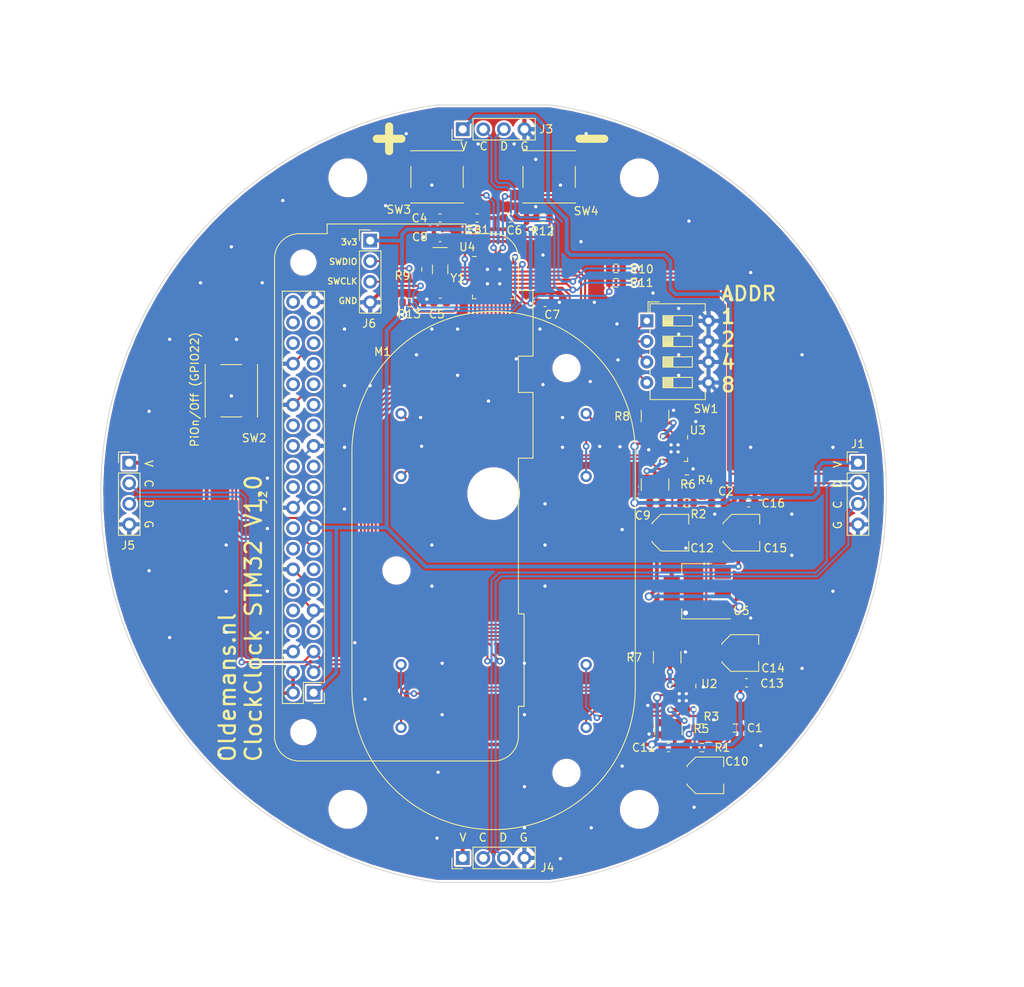
<source format=kicad_pcb>
(kicad_pcb (version 20171130) (host pcbnew "(5.1.9-0-10_14)")

  (general
    (thickness 1.6)
    (drawings 18)
    (tracks 881)
    (zones 0)
    (modules 49)
    (nets 76)
  )

  (page A4)
  (layers
    (0 F.Cu signal)
    (31 B.Cu signal)
    (32 B.Adhes user)
    (33 F.Adhes user)
    (34 B.Paste user)
    (35 F.Paste user)
    (36 B.SilkS user)
    (37 F.SilkS user)
    (38 B.Mask user)
    (39 F.Mask user)
    (40 Dwgs.User user)
    (41 Cmts.User user)
    (42 Eco1.User user)
    (43 Eco2.User user)
    (44 Edge.Cuts user)
    (45 Margin user)
    (46 B.CrtYd user hide)
    (47 F.CrtYd user hide)
    (48 B.Fab user hide)
    (49 F.Fab user hide)
  )

  (setup
    (last_trace_width 0.254)
    (user_trace_width 0.254)
    (user_trace_width 0.3048)
    (user_trace_width 0.4572)
    (user_trace_width 0.8128)
    (trace_clearance 0.1524)
    (zone_clearance 0.254)
    (zone_45_only no)
    (trace_min 0.2032)
    (via_size 0.8128)
    (via_drill 0.4064)
    (via_min_size 0.4064)
    (via_min_drill 0.3)
    (user_via 0.8128 0.4064)
    (uvia_size 0.3048)
    (uvia_drill 0.1016)
    (uvias_allowed no)
    (uvia_min_size 0.2032)
    (uvia_min_drill 0.1016)
    (edge_width 0.1)
    (segment_width 0.2)
    (pcb_text_width 0.3)
    (pcb_text_size 1.5 1.5)
    (mod_edge_width 0.15)
    (mod_text_size 1 1)
    (mod_text_width 0.15)
    (pad_size 1.524 1.524)
    (pad_drill 0.762)
    (pad_to_mask_clearance 0)
    (aux_axis_origin 0 0)
    (visible_elements FFFFFF7F)
    (pcbplotparams
      (layerselection 0x010fc_ffffffff)
      (usegerberextensions false)
      (usegerberattributes true)
      (usegerberadvancedattributes true)
      (creategerberjobfile true)
      (excludeedgelayer true)
      (linewidth 0.100000)
      (plotframeref false)
      (viasonmask false)
      (mode 1)
      (useauxorigin false)
      (hpglpennumber 1)
      (hpglpenspeed 20)
      (hpglpendiameter 15.000000)
      (psnegative false)
      (psa4output false)
      (plotreference true)
      (plotvalue true)
      (plotinvisibletext false)
      (padsonsilk false)
      (subtractmaskfromsilk false)
      (outputformat 1)
      (mirror false)
      (drillshape 0)
      (scaleselection 1)
      (outputdirectory "OUTPUTS/"))
  )

  (net 0 "")
  (net 1 GND)
  (net 2 "Net-(C1-Pad2)")
  (net 3 "Net-(C2-Pad2)")
  (net 4 +3V3)
  (net 5 "Net-(C4-Pad2)")
  (net 6 "Net-(C5-Pad2)")
  (net 7 +3.3VA)
  (net 8 I2C_SDA)
  (net 9 I2C_CLK)
  (net 10 +5V)
  (net 11 "Net-(J2-Pad40)")
  (net 12 "Net-(J2-Pad38)")
  (net 13 "Net-(J2-Pad37)")
  (net 14 "Net-(J2-Pad36)")
  (net 15 "Net-(J2-Pad35)")
  (net 16 "Net-(J2-Pad33)")
  (net 17 "Net-(J2-Pad32)")
  (net 18 "Net-(J2-Pad31)")
  (net 19 "Net-(J2-Pad29)")
  (net 20 "Net-(J2-Pad28)")
  (net 21 "Net-(J2-Pad27)")
  (net 22 "Net-(J2-Pad26)")
  (net 23 "Net-(J2-Pad24)")
  (net 24 "Net-(J2-Pad23)")
  (net 25 "Net-(J2-Pad22)")
  (net 26 "Net-(J2-Pad21)")
  (net 27 "Net-(J2-Pad19)")
  (net 28 "Net-(J2-Pad18)")
  (net 29 "Net-(J2-Pad16)")
  (net 30 PiOnOFF)
  (net 31 "Net-(J2-Pad13)")
  (net 32 "Net-(J2-Pad12)")
  (net 33 "Net-(J2-Pad11)")
  (net 34 "Net-(J2-Pad10)")
  (net 35 "Net-(J2-Pad8)")
  (net 36 "Net-(J2-Pad7)")
  (net 37 "Net-(R1-Pad2)")
  (net 38 "Net-(R2-Pad2)")
  (net 39 "Net-(R5-Pad1)")
  (net 40 "Net-(R6-Pad1)")
  (net 41 "Net-(R7-Pad1)")
  (net 42 "Net-(R8-Pad1)")
  (net 43 ADDR3)
  (net 44 ADDR2)
  (net 45 ADDR1)
  (net 46 ADDR0)
  (net 47 MCU_BUT_PLUS)
  (net 48 MCU_BUT_MIN)
  (net 49 MOT_EN0)
  (net 50 MOT_REF1)
  (net 51 MOT_STCK0)
  (net 52 MOT_DIR0)
  (net 53 MOT_EN1)
  (net 54 MOT_STCK1)
  (net 55 MOT_DIR1)
  (net 56 "Net-(U4-Pad32)")
  (net 57 "Net-(U4-Pad30)")
  (net 58 "Net-(U4-Pad29)")
  (net 59 "Net-(U4-Pad25)")
  (net 60 /MOT_B4)
  (net 61 /MOT_B3)
  (net 62 /MOT_A2)
  (net 63 /MOT_A1)
  (net 64 /MOT_A4)
  (net 65 /MOT_A3)
  (net 66 /MOT_B2)
  (net 67 /MOT_B1)
  (net 68 /BOOT0)
  (net 69 /nRST)
  (net 70 "Net-(U4-Pad6)")
  (net 71 "Net-(U4-Pad26)")
  (net 72 MOT_RST0)
  (net 73 MOT_RST1)
  (net 74 SWCLK)
  (net 75 SWDIO)

  (net_class Default "This is the default net class."
    (clearance 0.1524)
    (trace_width 0.254)
    (via_dia 0.8128)
    (via_drill 0.4064)
    (uvia_dia 0.3048)
    (uvia_drill 0.1016)
    (diff_pair_width 0.2032)
    (diff_pair_gap 0.254)
    (add_net /BOOT0)
    (add_net /MOT_A1)
    (add_net /MOT_A2)
    (add_net /MOT_A3)
    (add_net /MOT_A4)
    (add_net /MOT_B1)
    (add_net /MOT_B2)
    (add_net /MOT_B3)
    (add_net /MOT_B4)
    (add_net /nRST)
    (add_net MOT_RST0)
    (add_net MOT_RST1)
    (add_net "Net-(U4-Pad26)")
    (add_net "Net-(U4-Pad6)")
    (add_net SWCLK)
    (add_net SWDIO)
  )

  (net_class 5v ""
    (clearance 0.2032)
    (trace_width 0.4572)
    (via_dia 1.016)
    (via_drill 0.6096)
    (uvia_dia 0.3048)
    (uvia_drill 0.1016)
    (diff_pair_width 0.2032)
    (diff_pair_gap 0.254)
    (add_net +5V)
  )

  (net_class Power ""
    (clearance 0.2032)
    (trace_width 0.3048)
    (via_dia 0.8128)
    (via_drill 0.4064)
    (uvia_dia 0.3048)
    (uvia_drill 0.1016)
    (diff_pair_width 0.2032)
    (diff_pair_gap 0.254)
    (add_net +3.3VA)
    (add_net +3V3)
    (add_net ADDR0)
    (add_net ADDR1)
    (add_net ADDR2)
    (add_net ADDR3)
    (add_net GND)
    (add_net I2C_CLK)
    (add_net I2C_SDA)
    (add_net MCU_BUT_MIN)
    (add_net MCU_BUT_PLUS)
    (add_net MOT_DIR0)
    (add_net MOT_DIR1)
    (add_net MOT_EN0)
    (add_net MOT_EN1)
    (add_net MOT_REF1)
    (add_net MOT_STCK0)
    (add_net MOT_STCK1)
    (add_net "Net-(C1-Pad2)")
    (add_net "Net-(C2-Pad2)")
    (add_net "Net-(C4-Pad2)")
    (add_net "Net-(C5-Pad2)")
    (add_net "Net-(J2-Pad10)")
    (add_net "Net-(J2-Pad11)")
    (add_net "Net-(J2-Pad12)")
    (add_net "Net-(J2-Pad13)")
    (add_net "Net-(J2-Pad16)")
    (add_net "Net-(J2-Pad18)")
    (add_net "Net-(J2-Pad19)")
    (add_net "Net-(J2-Pad21)")
    (add_net "Net-(J2-Pad22)")
    (add_net "Net-(J2-Pad23)")
    (add_net "Net-(J2-Pad24)")
    (add_net "Net-(J2-Pad26)")
    (add_net "Net-(J2-Pad27)")
    (add_net "Net-(J2-Pad28)")
    (add_net "Net-(J2-Pad29)")
    (add_net "Net-(J2-Pad31)")
    (add_net "Net-(J2-Pad32)")
    (add_net "Net-(J2-Pad33)")
    (add_net "Net-(J2-Pad35)")
    (add_net "Net-(J2-Pad36)")
    (add_net "Net-(J2-Pad37)")
    (add_net "Net-(J2-Pad38)")
    (add_net "Net-(J2-Pad40)")
    (add_net "Net-(J2-Pad7)")
    (add_net "Net-(J2-Pad8)")
    (add_net "Net-(R1-Pad2)")
    (add_net "Net-(R2-Pad2)")
    (add_net "Net-(R5-Pad1)")
    (add_net "Net-(R6-Pad1)")
    (add_net "Net-(R7-Pad1)")
    (add_net "Net-(R8-Pad1)")
    (add_net "Net-(U4-Pad25)")
    (add_net "Net-(U4-Pad29)")
    (add_net "Net-(U4-Pad30)")
    (add_net "Net-(U4-Pad32)")
    (add_net PiOnOFF)
  )

  (module Module:Raspberry_Pi_Zero_Socketed_THT_FaceDown_MountingHoles (layer F.Cu) (tedit 60774473) (tstamp 606D773D)
    (at -23.495 -28.492)
    (descr "Raspberry Pi Zero using through hole straight pin socket, 2x20, 2.54mm pitch, https://www.raspberrypi.org/documentation/hardware/raspberrypi/mechanical/rpi_MECH_Zero_1p2.pdf")
    (tags "raspberry pi zero through hole")
    (path /60BC7AC8)
    (fp_text reference J2 (at -5 28.956 270) (layer F.SilkS)
      (effects (font (size 1 1) (thickness 0.15)))
    )
    (fp_text value Raspberry_Pi_2_3 (at 11.5 28.956 90) (layer F.Fab)
      (effects (font (size 1 1) (thickness 0.15)))
    )
    (fp_text user %R (at 0 28.956 270) (layer F.Fab)
      (effects (font (size 1 1) (thickness 0.15)))
    )
    (fp_arc (start -0.5 -0.544) (end -0.5 -3.544) (angle -90) (layer F.Fab) (width 0.1))
    (fp_arc (start -0.5 58.456) (end -3.5 58.456) (angle -90) (layer F.Fab) (width 0.1))
    (fp_arc (start 23.5 58.456) (end 23.5 61.456) (angle -90) (layer F.Fab) (width 0.1))
    (fp_arc (start 23.5 -0.544) (end 26.56 -0.544) (angle -90) (layer F.SilkS) (width 0.12))
    (fp_arc (start -0.5 -0.544) (end -0.5 -3.604) (angle -90) (layer F.SilkS) (width 0.12))
    (fp_arc (start -0.5 58.456) (end -3.56 58.456) (angle -90) (layer F.SilkS) (width 0.12))
    (fp_arc (start 23.5 -0.544) (end 26.5 -0.544) (angle -90) (layer F.Fab) (width 0.1))
    (fp_arc (start 23.5 58.456) (end 23.5 61.516) (angle -90) (layer F.SilkS) (width 0.12))
    (fp_line (start 4.064 -3.794) (end 4.064 61.706) (layer F.CrtYd) (width 0.05))
    (fp_line (start -3.75 -3.794) (end 4.064 -3.794) (layer F.CrtYd) (width 0.05))
    (fp_line (start 28.3 11.456) (end 26.5 11.456) (layer F.Fab) (width 0.1))
    (fp_line (start 28.3 3.456) (end 28.3 11.456) (layer F.Fab) (width 0.1))
    (fp_line (start 26.5 3.456) (end 28.3 3.456) (layer F.Fab) (width 0.1))
    (fp_line (start 26.5 54.706) (end 26.5 58.456) (layer F.Fab) (width 0.1))
    (fp_line (start 27.2 43.406) (end 27.2 54.706) (layer F.Fab) (width 0.1))
    (fp_line (start 26.5 43.406) (end 27.2 43.406) (layer F.Fab) (width 0.1))
    (fp_line (start 26.5 54.706) (end 27.2 54.706) (layer F.Fab) (width 0.1))
    (fp_line (start -3.75 61.706) (end 4.064 61.706) (layer F.CrtYd) (width 0.05))
    (fp_line (start -3.75 -3.794) (end -3.75 61.706) (layer F.CrtYd) (width 0.05))
    (fp_line (start -3.56 -0.544) (end -3.56 58.456) (layer F.SilkS) (width 0.12))
    (fp_line (start -0.5 61.516) (end 23.5 61.516) (layer F.SilkS) (width 0.12))
    (fp_line (start 26.56 -0.544) (end 26.56 3.396) (layer F.SilkS) (width 0.12))
    (fp_line (start 20.06 -3.604) (end 23.5 -3.604) (layer F.SilkS) (width 0.12))
    (fp_line (start 2.54 53.356) (end 2.54 3.556) (layer F.Fab) (width 0.1))
    (fp_line (start -2.54 54.356) (end 1.54 54.356) (layer F.Fab) (width 0.1))
    (fp_line (start 1.54 54.356) (end 2.54 53.356) (layer F.Fab) (width 0.1))
    (fp_line (start -2.6 3.496) (end 2.6 3.496) (layer F.SilkS) (width 0.12))
    (fp_line (start 2.6 51.816) (end 2.6 3.496) (layer F.SilkS) (width 0.12))
    (fp_line (start 2.6 54.416) (end 2.6 53.086) (layer F.SilkS) (width 0.12))
    (fp_line (start 1.27 54.416) (end 2.6 54.416) (layer F.SilkS) (width 0.12))
    (fp_line (start 0 51.816) (end 2.6 51.816) (layer F.SilkS) (width 0.12))
    (fp_line (start 0 54.416) (end 0 51.816) (layer F.SilkS) (width 0.12))
    (fp_line (start 3.03 3.086) (end -3.07 3.086) (layer F.CrtYd) (width 0.05))
    (fp_line (start -3.07 3.086) (end -3.07 54.886) (layer F.CrtYd) (width 0.05))
    (fp_line (start -3.07 54.886) (end 3.03 54.886) (layer F.CrtYd) (width 0.05))
    (fp_line (start 3.03 54.886) (end 3.03 3.086) (layer F.CrtYd) (width 0.05))
    (fp_line (start -2.6 54.416) (end 0 54.416) (layer F.SilkS) (width 0.12))
    (fp_line (start -2.6 54.416) (end -2.6 3.496) (layer F.SilkS) (width 0.12))
    (fp_line (start 2.54 3.556) (end -2.54 3.556) (layer F.Fab) (width 0.1))
    (fp_line (start -2.54 3.556) (end -2.54 54.356) (layer F.Fab) (width 0.1))
    (fp_line (start -0.5 -3.544) (end 3 -3.544) (layer F.Fab) (width 0.1))
    (fp_line (start -0.5 61.456) (end 23.5 61.456) (layer F.Fab) (width 0.1))
    (fp_line (start -3.5 -0.544) (end -3.5 58.456) (layer F.Fab) (width 0.1))
    (fp_line (start 28.3 24.056) (end 26.5 24.056) (layer F.Fab) (width 0.1))
    (fp_line (start 26.5 16.056) (end 28.3 16.056) (layer F.Fab) (width 0.1))
    (fp_line (start 28.3 16.056) (end 28.3 24.056) (layer F.Fab) (width 0.1))
    (fp_line (start 26.5 3.456) (end 26.5 -0.544) (layer F.Fab) (width 0.1))
    (fp_line (start 26.5 11.456) (end 26.5 16.056) (layer F.Fab) (width 0.1))
    (fp_line (start 26.5 24.056) (end 26.5 43.406) (layer F.Fab) (width 0.1))
    (fp_line (start 3 -3.544) (end 3 -4.744) (layer F.Fab) (width 0.1))
    (fp_line (start 3 -4.744) (end 20 -4.744) (layer F.Fab) (width 0.1))
    (fp_line (start 20 -3.544) (end 20 -4.744) (layer F.Fab) (width 0.1))
    (fp_line (start 23.5 -3.544) (end 20 -3.544) (layer F.Fab) (width 0.1))
    (fp_line (start 2.94 -3.604) (end 2.94 -4.804) (layer F.SilkS) (width 0.12))
    (fp_line (start 2.94 -4.804) (end 20.06 -4.804) (layer F.SilkS) (width 0.12))
    (fp_line (start 20.06 -4.804) (end 20.06 -3.604) (layer F.SilkS) (width 0.12))
    (fp_line (start 2.94 -3.604) (end -0.5 -3.604) (layer F.SilkS) (width 0.12))
    (fp_line (start 26.56 3.396) (end 28.36 3.396) (layer F.SilkS) (width 0.12))
    (fp_line (start 28.36 3.396) (end 28.36 11.516) (layer F.SilkS) (width 0.12))
    (fp_line (start 28.36 11.516) (end 26.56 11.516) (layer F.SilkS) (width 0.12))
    (fp_line (start 26.56 15.996) (end 28.36 15.996) (layer F.SilkS) (width 0.12))
    (fp_line (start 28.36 24.116) (end 26.56 24.116) (layer F.SilkS) (width 0.12))
    (fp_line (start 28.36 15.996) (end 28.36 24.116) (layer F.SilkS) (width 0.12))
    (fp_line (start 26.56 11.516) (end 26.56 15.996) (layer F.SilkS) (width 0.12))
    (fp_line (start 26.56 24.116) (end 26.56 43.346) (layer F.SilkS) (width 0.12))
    (fp_line (start 26.56 43.346) (end 27.26 43.346) (layer F.SilkS) (width 0.12))
    (fp_line (start 27.26 43.346) (end 27.26 54.766) (layer F.SilkS) (width 0.12))
    (fp_line (start 27.26 54.766) (end 26.56 54.766) (layer F.SilkS) (width 0.12))
    (fp_line (start 26.56 54.766) (end 26.56 58.456) (layer F.SilkS) (width 0.12))
    (pad "" np_thru_hole circle (at 0 -0.044 90) (size 2.75 2.75) (drill 2.75) (layers *.Cu *.Mask)
      (solder_mask_margin 1.625))
    (pad "" np_thru_hole circle (at 0 57.956 90) (size 2.75 2.75) (drill 2.75) (layers *.Cu *.Mask)
      (solder_mask_margin 1.625))
    (pad 40 thru_hole oval (at -1.27 4.826 180) (size 1.7 1.7) (drill 1) (layers *.Cu *.Mask)
      (net 11 "Net-(J2-Pad40)"))
    (pad 39 thru_hole oval (at 1.27 4.826 180) (size 1.7 1.7) (drill 1) (layers *.Cu *.Mask)
      (net 1 GND))
    (pad 26 thru_hole oval (at -1.27 22.606 180) (size 1.7 1.7) (drill 1) (layers *.Cu *.Mask)
      (net 22 "Net-(J2-Pad26)"))
    (pad 25 thru_hole oval (at 1.27 22.606 180) (size 1.7 1.7) (drill 1) (layers *.Cu *.Mask)
      (net 1 GND))
    (pad 22 thru_hole oval (at -1.27 27.686 180) (size 1.7 1.7) (drill 1) (layers *.Cu *.Mask)
      (net 25 "Net-(J2-Pad22)"))
    (pad 21 thru_hole oval (at 1.27 27.686 180) (size 1.7 1.7) (drill 1) (layers *.Cu *.Mask)
      (net 26 "Net-(J2-Pad21)"))
    (pad 30 thru_hole oval (at -1.27 17.526 180) (size 1.7 1.7) (drill 1) (layers *.Cu *.Mask)
      (net 1 GND))
    (pad 29 thru_hole oval (at 1.27 17.526 180) (size 1.7 1.7) (drill 1) (layers *.Cu *.Mask)
      (net 19 "Net-(J2-Pad29)"))
    (pad 8 thru_hole oval (at -1.27 45.466 180) (size 1.7 1.7) (drill 1) (layers *.Cu *.Mask)
      (net 35 "Net-(J2-Pad8)"))
    (pad 7 thru_hole oval (at 1.27 45.466 180) (size 1.7 1.7) (drill 1) (layers *.Cu *.Mask)
      (net 36 "Net-(J2-Pad7)"))
    (pad 32 thru_hole oval (at -1.27 14.986 180) (size 1.7 1.7) (drill 1) (layers *.Cu *.Mask)
      (net 17 "Net-(J2-Pad32)"))
    (pad 31 thru_hole oval (at 1.27 14.986 180) (size 1.7 1.7) (drill 1) (layers *.Cu *.Mask)
      (net 18 "Net-(J2-Pad31)"))
    (pad 18 thru_hole oval (at -1.27 32.766 180) (size 1.7 1.7) (drill 1) (layers *.Cu *.Mask)
      (net 28 "Net-(J2-Pad18)"))
    (pad 17 thru_hole oval (at 1.27 32.766 180) (size 1.7 1.7) (drill 1) (layers *.Cu *.Mask)
      (net 4 +3V3))
    (pad 36 thru_hole oval (at -1.27 9.906 180) (size 1.7 1.7) (drill 1) (layers *.Cu *.Mask)
      (net 14 "Net-(J2-Pad36)"))
    (pad 35 thru_hole oval (at 1.27 9.906 180) (size 1.7 1.7) (drill 1) (layers *.Cu *.Mask)
      (net 15 "Net-(J2-Pad35)"))
    (pad 34 thru_hole oval (at -1.27 12.446 180) (size 1.7 1.7) (drill 1) (layers *.Cu *.Mask)
      (net 1 GND))
    (pad 33 thru_hole oval (at 1.27 12.446 180) (size 1.7 1.7) (drill 1) (layers *.Cu *.Mask)
      (net 16 "Net-(J2-Pad33)"))
    (pad 38 thru_hole oval (at -1.27 7.366 180) (size 1.7 1.7) (drill 1) (layers *.Cu *.Mask)
      (net 12 "Net-(J2-Pad38)"))
    (pad 37 thru_hole oval (at 1.27 7.366 180) (size 1.7 1.7) (drill 1) (layers *.Cu *.Mask)
      (net 13 "Net-(J2-Pad37)"))
    (pad 20 thru_hole oval (at -1.27 30.226 180) (size 1.7 1.7) (drill 1) (layers *.Cu *.Mask)
      (net 1 GND))
    (pad 19 thru_hole oval (at 1.27 30.226 180) (size 1.7 1.7) (drill 1) (layers *.Cu *.Mask)
      (net 27 "Net-(J2-Pad19)"))
    (pad 10 thru_hole oval (at -1.27 42.926 180) (size 1.7 1.7) (drill 1) (layers *.Cu *.Mask)
      (net 34 "Net-(J2-Pad10)"))
    (pad 9 thru_hole oval (at 1.27 42.926 180) (size 1.7 1.7) (drill 1) (layers *.Cu *.Mask)
      (net 1 GND))
    (pad 14 thru_hole oval (at -1.27 37.846 180) (size 1.7 1.7) (drill 1) (layers *.Cu *.Mask)
      (net 1 GND))
    (pad 13 thru_hole oval (at 1.27 37.846 180) (size 1.7 1.7) (drill 1) (layers *.Cu *.Mask)
      (net 31 "Net-(J2-Pad13)"))
    (pad 28 thru_hole oval (at -1.27 20.066 180) (size 1.7 1.7) (drill 1) (layers *.Cu *.Mask)
      (net 20 "Net-(J2-Pad28)"))
    (pad 27 thru_hole oval (at 1.27 20.066 180) (size 1.7 1.7) (drill 1) (layers *.Cu *.Mask)
      (net 21 "Net-(J2-Pad27)"))
    (pad 12 thru_hole oval (at -1.27 40.386 180) (size 1.7 1.7) (drill 1) (layers *.Cu *.Mask)
      (net 32 "Net-(J2-Pad12)"))
    (pad 11 thru_hole oval (at 1.27 40.386 180) (size 1.7 1.7) (drill 1) (layers *.Cu *.Mask)
      (net 33 "Net-(J2-Pad11)"))
    (pad 24 thru_hole oval (at -1.27 25.146 180) (size 1.7 1.7) (drill 1) (layers *.Cu *.Mask)
      (net 23 "Net-(J2-Pad24)"))
    (pad 23 thru_hole oval (at 1.27 25.146 180) (size 1.7 1.7) (drill 1) (layers *.Cu *.Mask)
      (net 24 "Net-(J2-Pad23)"))
    (pad 1 thru_hole rect (at 1.27 53.086 180) (size 1.7 1.7) (drill 1) (layers *.Cu *.Mask)
      (net 4 +3V3))
    (pad 2 thru_hole oval (at -1.27 53.086 180) (size 1.7 1.7) (drill 1) (layers *.Cu *.Mask)
      (net 10 +5V))
    (pad 5 thru_hole oval (at 1.27 48.006 180) (size 1.7 1.7) (drill 1) (layers *.Cu *.Mask)
      (net 8 I2C_SDA))
    (pad 4 thru_hole oval (at -1.27 50.546 180) (size 1.7 1.7) (drill 1) (layers *.Cu *.Mask)
      (net 10 +5V))
    (pad 16 thru_hole oval (at -1.27 35.306 180) (size 1.7 1.7) (drill 1) (layers *.Cu *.Mask)
      (net 29 "Net-(J2-Pad16)"))
    (pad 15 thru_hole oval (at 1.27 35.306 180) (size 1.7 1.7) (drill 1) (layers *.Cu *.Mask)
      (net 30 PiOnOFF))
    (pad 3 thru_hole oval (at 1.27 50.546 180) (size 1.7 1.7) (drill 1) (layers *.Cu *.Mask)
      (net 9 I2C_CLK))
    (pad 6 thru_hole oval (at -1.27 48.006 180) (size 1.7 1.7) (drill 1) (layers *.Cu *.Mask)
      (net 1 GND))
    (model ${KISYS3DMOD}/Module.3dshapes/Raspberry_Pi_Zero_Socketed_THT_FaceDown_MountingHoles.wrl
      (at (xyz 0 0 0))
      (scale (xyz 1 1 1))
      (rotate (xyz 0 0 0))
    )
  )

  (module MySymbols:R_1206_3216Metric_REVERSED (layer F.Cu) (tedit 60774050) (tstamp 606DC5DF)
    (at 19.939 -9.537 180)
    (descr "Resistor SMD 1206 (3216 Metric), square (rectangular) end terminal, IPC_7351 nominal, (Body size source: IPC-SM-782 page 72, https://www.pcb-3d.com/wordpress/wp-content/uploads/ipc-sm-782a_amendment_1_and_2.pdf), generated with kicad-footprint-generator")
    (tags resistor)
    (path /60BB2E3C)
    (attr smd)
    (fp_text reference R8 (at 4.064 0) (layer F.SilkS)
      (effects (font (size 1 1) (thickness 0.15)))
    )
    (fp_text value 330mE (at 0 2.794) (layer F.Fab)
      (effects (font (size 1 1) (thickness 0.15)))
    )
    (fp_text user %R (at 2.794 -1.778) (layer F.Fab)
      (effects (font (size 0.8 0.8) (thickness 0.12)))
    )
    (fp_line (start 2.032 1.27) (end -2.032 1.27) (layer F.CrtYd) (width 0.05))
    (fp_line (start 2.032 -1.27) (end 2.032 1.27) (layer F.CrtYd) (width 0.05))
    (fp_line (start -2.032 -1.27) (end 2.032 -1.27) (layer F.CrtYd) (width 0.05))
    (fp_line (start -2.032 1.27) (end -2.032 -1.27) (layer F.CrtYd) (width 0.05))
    (fp_line (start 1.7 0.762) (end 1.7 -0.692128) (layer F.SilkS) (width 0.12))
    (fp_line (start -1.7 0.762) (end -1.7 -0.692128) (layer F.SilkS) (width 0.12))
    (fp_line (start 1.6 1.27) (end -1.6 1.27) (layer F.Fab) (width 0.1))
    (fp_line (start 1.6 -1.27) (end 1.6 1.27) (layer F.Fab) (width 0.1))
    (fp_line (start -1.6 -1.27) (end 1.6 -1.27) (layer F.Fab) (width 0.1))
    (fp_line (start -1.6 1.27) (end -1.6 -1.27) (layer F.Fab) (width 0.1))
    (pad 1 smd roundrect (at 0 -0.75 180) (size 3.2 0.9) (layers F.Cu F.Paste F.Mask) (roundrect_rratio 0.222)
      (net 42 "Net-(R8-Pad1)"))
    (pad 2 smd roundrect (at 0 0.75 180) (size 3.2 0.9) (layers F.Cu F.Paste F.Mask) (roundrect_rratio 0.222)
      (net 1 GND))
    (model ${KISYS3DMOD}/Resistor_SMD.3dshapes/R_1206_3216Metric.wrl
      (at (xyz 0 0 0))
      (scale (xyz 1 1 1))
      (rotate (xyz 0 0 0))
    )
  )

  (module MySymbols:R_1206_3216Metric_REVERSED (layer F.Cu) (tedit 60774050) (tstamp 606CECCF)
    (at 21.4376 20.2438 180)
    (descr "Resistor SMD 1206 (3216 Metric), square (rectangular) end terminal, IPC_7351 nominal, (Body size source: IPC-SM-782 page 72, https://www.pcb-3d.com/wordpress/wp-content/uploads/ipc-sm-782a_amendment_1_and_2.pdf), generated with kicad-footprint-generator")
    (tags resistor)
    (path /60BB47EF)
    (attr smd)
    (fp_text reference R7 (at 4.064 0) (layer F.SilkS)
      (effects (font (size 1 1) (thickness 0.15)))
    )
    (fp_text value 330mE (at 0 2.794) (layer F.Fab)
      (effects (font (size 1 1) (thickness 0.15)))
    )
    (fp_text user %R (at 2.794 -1.778) (layer F.Fab)
      (effects (font (size 0.8 0.8) (thickness 0.12)))
    )
    (fp_line (start 2.032 1.27) (end -2.032 1.27) (layer F.CrtYd) (width 0.05))
    (fp_line (start 2.032 -1.27) (end 2.032 1.27) (layer F.CrtYd) (width 0.05))
    (fp_line (start -2.032 -1.27) (end 2.032 -1.27) (layer F.CrtYd) (width 0.05))
    (fp_line (start -2.032 1.27) (end -2.032 -1.27) (layer F.CrtYd) (width 0.05))
    (fp_line (start 1.7 0.762) (end 1.7 -0.692128) (layer F.SilkS) (width 0.12))
    (fp_line (start -1.7 0.762) (end -1.7 -0.692128) (layer F.SilkS) (width 0.12))
    (fp_line (start 1.6 1.27) (end -1.6 1.27) (layer F.Fab) (width 0.1))
    (fp_line (start 1.6 -1.27) (end 1.6 1.27) (layer F.Fab) (width 0.1))
    (fp_line (start -1.6 -1.27) (end 1.6 -1.27) (layer F.Fab) (width 0.1))
    (fp_line (start -1.6 1.27) (end -1.6 -1.27) (layer F.Fab) (width 0.1))
    (pad 1 smd roundrect (at 0 -0.75 180) (size 3.2 0.9) (layers F.Cu F.Paste F.Mask) (roundrect_rratio 0.222)
      (net 41 "Net-(R7-Pad1)"))
    (pad 2 smd roundrect (at 0 0.75 180) (size 3.2 0.9) (layers F.Cu F.Paste F.Mask) (roundrect_rratio 0.222)
      (net 1 GND))
    (model ${KISYS3DMOD}/Resistor_SMD.3dshapes/R_1206_3216Metric.wrl
      (at (xyz 0 0 0))
      (scale (xyz 1 1 1))
      (rotate (xyz 0 0 0))
    )
  )

  (module MySymbols:R_1206_3216Metric_REVERSED (layer F.Cu) (tedit 60774050) (tstamp 60782D15)
    (at 19.939 -1.143)
    (descr "Resistor SMD 1206 (3216 Metric), square (rectangular) end terminal, IPC_7351 nominal, (Body size source: IPC-SM-782 page 72, https://www.pcb-3d.com/wordpress/wp-content/uploads/ipc-sm-782a_amendment_1_and_2.pdf), generated with kicad-footprint-generator")
    (tags resistor)
    (path /60BB01AD)
    (attr smd)
    (fp_text reference R6 (at 4.064 0) (layer F.SilkS)
      (effects (font (size 1 1) (thickness 0.15)))
    )
    (fp_text value 330mE (at 0 2.794) (layer F.Fab)
      (effects (font (size 1 1) (thickness 0.15)))
    )
    (fp_text user %R (at 2.794 -1.778) (layer F.Fab)
      (effects (font (size 0.8 0.8) (thickness 0.12)))
    )
    (fp_line (start 2.032 1.27) (end -2.032 1.27) (layer F.CrtYd) (width 0.05))
    (fp_line (start 2.032 -1.27) (end 2.032 1.27) (layer F.CrtYd) (width 0.05))
    (fp_line (start -2.032 -1.27) (end 2.032 -1.27) (layer F.CrtYd) (width 0.05))
    (fp_line (start -2.032 1.27) (end -2.032 -1.27) (layer F.CrtYd) (width 0.05))
    (fp_line (start 1.7 0.762) (end 1.7 -0.692128) (layer F.SilkS) (width 0.12))
    (fp_line (start -1.7 0.762) (end -1.7 -0.692128) (layer F.SilkS) (width 0.12))
    (fp_line (start 1.6 1.27) (end -1.6 1.27) (layer F.Fab) (width 0.1))
    (fp_line (start 1.6 -1.27) (end 1.6 1.27) (layer F.Fab) (width 0.1))
    (fp_line (start -1.6 -1.27) (end 1.6 -1.27) (layer F.Fab) (width 0.1))
    (fp_line (start -1.6 1.27) (end -1.6 -1.27) (layer F.Fab) (width 0.1))
    (pad 1 smd roundrect (at 0 -0.75) (size 3.2 0.9) (layers F.Cu F.Paste F.Mask) (roundrect_rratio 0.222)
      (net 40 "Net-(R6-Pad1)"))
    (pad 2 smd roundrect (at 0 0.75) (size 3.2 0.9) (layers F.Cu F.Paste F.Mask) (roundrect_rratio 0.222)
      (net 1 GND))
    (model ${KISYS3DMOD}/Resistor_SMD.3dshapes/R_1206_3216Metric.wrl
      (at (xyz 0 0 0))
      (scale (xyz 1 1 1))
      (rotate (xyz 0 0 0))
    )
  )

  (module MySymbols:R_1206_3216Metric_REVERSED (layer F.Cu) (tedit 60774050) (tstamp 606CECAD)
    (at 21.59 29.0442)
    (descr "Resistor SMD 1206 (3216 Metric), square (rectangular) end terminal, IPC_7351 nominal, (Body size source: IPC-SM-782 page 72, https://www.pcb-3d.com/wordpress/wp-content/uploads/ipc-sm-782a_amendment_1_and_2.pdf), generated with kicad-footprint-generator")
    (tags resistor)
    (path /60BB457F)
    (attr smd)
    (fp_text reference R5 (at 4.064 0) (layer F.SilkS)
      (effects (font (size 1 1) (thickness 0.15)))
    )
    (fp_text value 330mE (at 0 2.794) (layer F.Fab)
      (effects (font (size 1 1) (thickness 0.15)))
    )
    (fp_text user %R (at 2.794 -1.778) (layer F.Fab)
      (effects (font (size 0.8 0.8) (thickness 0.12)))
    )
    (fp_line (start 2.032 1.27) (end -2.032 1.27) (layer F.CrtYd) (width 0.05))
    (fp_line (start 2.032 -1.27) (end 2.032 1.27) (layer F.CrtYd) (width 0.05))
    (fp_line (start -2.032 -1.27) (end 2.032 -1.27) (layer F.CrtYd) (width 0.05))
    (fp_line (start -2.032 1.27) (end -2.032 -1.27) (layer F.CrtYd) (width 0.05))
    (fp_line (start 1.7 0.762) (end 1.7 -0.692128) (layer F.SilkS) (width 0.12))
    (fp_line (start -1.7 0.762) (end -1.7 -0.692128) (layer F.SilkS) (width 0.12))
    (fp_line (start 1.6 1.27) (end -1.6 1.27) (layer F.Fab) (width 0.1))
    (fp_line (start 1.6 -1.27) (end 1.6 1.27) (layer F.Fab) (width 0.1))
    (fp_line (start -1.6 -1.27) (end 1.6 -1.27) (layer F.Fab) (width 0.1))
    (fp_line (start -1.6 1.27) (end -1.6 -1.27) (layer F.Fab) (width 0.1))
    (pad 1 smd roundrect (at 0 -0.75) (size 3.2 0.9) (layers F.Cu F.Paste F.Mask) (roundrect_rratio 0.222)
      (net 39 "Net-(R5-Pad1)"))
    (pad 2 smd roundrect (at 0 0.75) (size 3.2 0.9) (layers F.Cu F.Paste F.Mask) (roundrect_rratio 0.222)
      (net 1 GND))
    (model ${KISYS3DMOD}/Resistor_SMD.3dshapes/R_1206_3216Metric.wrl
      (at (xyz 0 0 0))
      (scale (xyz 1 1 1))
      (rotate (xyz 0 0 0))
    )
  )

  (module MySymbols:BKA30D-R05 locked (layer F.Cu) (tedit 606EF2C1) (tstamp 606DAC63)
    (at 0 9.5 270)
    (path /6071712D)
    (fp_text reference M1 (at -27.026 13.716) (layer F.SilkS)
      (effects (font (size 1 1) (thickness 0.15)))
    )
    (fp_text value Stepper_Motor_bipolar_VID28 (at 9.4488 -6.731 90) (layer F.Fab)
      (effects (font (size 1 1) (thickness 0.15)))
    )
    (fp_line (start -14.5 -17.5) (end 14.5 -17.5) (layer F.SilkS) (width 0.12))
    (fp_line (start -14.5 17.5) (end 14.5 17.5) (layer F.SilkS) (width 0.12))
    (fp_arc (start -14.5 0) (end -14.5 17.5) (angle 180) (layer F.SilkS) (width 0.12))
    (fp_arc (start 14.5 0) (end 14.5 17.5) (angle -180) (layer F.SilkS) (width 0.12))
    (pad A1 thru_hole circle (at -19.38 11.43 270) (size 1.4 1.4) (drill 0.8) (layers *.Cu *.Mask)
      (net 60 /MOT_B4))
    (pad A2 thru_hole circle (at -11.62 11.43 270) (size 1.4 1.4) (drill 0.8) (layers *.Cu *.Mask)
      (net 61 /MOT_B3))
    (pad B3 thru_hole circle (at 11.62 11.43 270) (size 1.4 1.4) (drill 0.8) (layers *.Cu *.Mask)
      (net 62 /MOT_A2))
    (pad B4 thru_hole circle (at 19.38 11.43 270) (size 1.4 1.4) (drill 0.8) (layers *.Cu *.Mask)
      (net 63 /MOT_A1))
    (pad B1 thru_hole circle (at 19.38 -11.43 270) (size 1.4 1.4) (drill 0.8) (layers *.Cu *.Mask)
      (net 64 /MOT_A4))
    (pad B2 thru_hole circle (at 11.62 -11.43 270) (size 1.4 1.4) (drill 0.8) (layers *.Cu *.Mask)
      (net 65 /MOT_A3))
    (pad A3 thru_hole circle (at -11.62 -11.43 270) (size 1.4 1.4) (drill 0.8) (layers *.Cu *.Mask)
      (net 66 /MOT_B2))
    (pad A4 thru_hole circle (at -19.38 -11.43 270) (size 1.4 1.4) (drill 0.8) (layers *.Cu *.Mask)
      (net 67 /MOT_B1))
    (pad "" np_thru_hole circle (at -25 -9 270) (size 3 3) (drill 3) (layers *.Cu *.Mask))
    (pad "" np_thru_hole circle (at 25 -9 270) (size 3 3) (drill 3) (layers *.Cu *.Mask))
    (pad "" np_thru_hole circle (at 0 12 270) (size 3 3) (drill 3) (layers *.Cu *.Mask))
    (pad "" np_thru_hole circle (at -9.5 0 270) (size 6 6) (drill 6) (layers *.Cu *.Mask))
  )

  (module Package_TO_SOT_SMD:SOT-223-3_TabPin2 (layer F.Cu) (tedit 5A02FF57) (tstamp 606EA901)
    (at 25.146 12.065 180)
    (descr "module CMS SOT223 4 pins")
    (tags "CMS SOT")
    (path /606F287A)
    (attr smd)
    (fp_text reference U5 (at -5.461 -2.413) (layer F.SilkS)
      (effects (font (size 1 1) (thickness 0.15)))
    )
    (fp_text value MCP1825S (at 0 4.5) (layer F.Fab)
      (effects (font (size 1 1) (thickness 0.15)))
    )
    (fp_line (start 1.85 -3.35) (end 1.85 3.35) (layer F.Fab) (width 0.1))
    (fp_line (start -1.85 3.35) (end 1.85 3.35) (layer F.Fab) (width 0.1))
    (fp_line (start -4.1 -3.41) (end 1.91 -3.41) (layer F.SilkS) (width 0.12))
    (fp_line (start -0.85 -3.35) (end 1.85 -3.35) (layer F.Fab) (width 0.1))
    (fp_line (start -1.85 3.41) (end 1.91 3.41) (layer F.SilkS) (width 0.12))
    (fp_line (start -1.85 -2.35) (end -1.85 3.35) (layer F.Fab) (width 0.1))
    (fp_line (start -1.85 -2.35) (end -0.85 -3.35) (layer F.Fab) (width 0.1))
    (fp_line (start -4.4 -3.6) (end -4.4 3.6) (layer F.CrtYd) (width 0.05))
    (fp_line (start -4.4 3.6) (end 4.4 3.6) (layer F.CrtYd) (width 0.05))
    (fp_line (start 4.4 3.6) (end 4.4 -3.6) (layer F.CrtYd) (width 0.05))
    (fp_line (start 4.4 -3.6) (end -4.4 -3.6) (layer F.CrtYd) (width 0.05))
    (fp_line (start 1.91 -3.41) (end 1.91 -2.15) (layer F.SilkS) (width 0.12))
    (fp_line (start 1.91 3.41) (end 1.91 2.15) (layer F.SilkS) (width 0.12))
    (fp_text user %R (at 0 0 90) (layer F.Fab)
      (effects (font (size 0.8 0.8) (thickness 0.12)))
    )
    (pad 1 smd rect (at -3.15 -2.3 180) (size 2 1.5) (layers F.Cu F.Paste F.Mask)
      (net 10 +5V))
    (pad 3 smd rect (at -3.15 2.3 180) (size 2 1.5) (layers F.Cu F.Paste F.Mask)
      (net 4 +3V3))
    (pad 2 smd rect (at -3.15 0 180) (size 2 1.5) (layers F.Cu F.Paste F.Mask)
      (net 1 GND))
    (pad 2 smd rect (at 3.15 0 180) (size 2 3.8) (layers F.Cu F.Paste F.Mask)
      (net 1 GND))
    (model ${KISYS3DMOD}/Package_TO_SOT_SMD.3dshapes/SOT-223.wrl
      (at (xyz 0 0 0))
      (scale (xyz 1 1 1))
      (rotate (xyz 0 0 0))
    )
  )

  (module Capacitor_SMD:C_0603_1608Metric (layer F.Cu) (tedit 5F68FEEE) (tstamp 606E9EA8)
    (at 31.496 1.143)
    (descr "Capacitor SMD 0603 (1608 Metric), square (rectangular) end terminal, IPC_7351 nominal, (Body size source: IPC-SM-782 page 76, https://www.pcb-3d.com/wordpress/wp-content/uploads/ipc-sm-782a_amendment_1_and_2.pdf), generated with kicad-footprint-generator")
    (tags capacitor)
    (path /606F9863)
    (attr smd)
    (fp_text reference C16 (at 3.048 0.0508) (layer F.SilkS)
      (effects (font (size 1 1) (thickness 0.15)))
    )
    (fp_text value 100nF (at 0 1.43) (layer F.Fab)
      (effects (font (size 1 1) (thickness 0.15)))
    )
    (fp_line (start 1.48 0.73) (end -1.48 0.73) (layer F.CrtYd) (width 0.05))
    (fp_line (start 1.48 -0.73) (end 1.48 0.73) (layer F.CrtYd) (width 0.05))
    (fp_line (start -1.48 -0.73) (end 1.48 -0.73) (layer F.CrtYd) (width 0.05))
    (fp_line (start -1.48 0.73) (end -1.48 -0.73) (layer F.CrtYd) (width 0.05))
    (fp_line (start -0.14058 0.51) (end 0.14058 0.51) (layer F.SilkS) (width 0.12))
    (fp_line (start -0.14058 -0.51) (end 0.14058 -0.51) (layer F.SilkS) (width 0.12))
    (fp_line (start 0.8 0.4) (end -0.8 0.4) (layer F.Fab) (width 0.1))
    (fp_line (start 0.8 -0.4) (end 0.8 0.4) (layer F.Fab) (width 0.1))
    (fp_line (start -0.8 -0.4) (end 0.8 -0.4) (layer F.Fab) (width 0.1))
    (fp_line (start -0.8 0.4) (end -0.8 -0.4) (layer F.Fab) (width 0.1))
    (fp_text user %R (at 0 0) (layer F.Fab)
      (effects (font (size 0.4 0.4) (thickness 0.06)))
    )
    (pad 2 smd roundrect (at 0.775 0) (size 0.9 0.95) (layers F.Cu F.Paste F.Mask) (roundrect_rratio 0.25)
      (net 1 GND))
    (pad 1 smd roundrect (at -0.775 0) (size 0.9 0.95) (layers F.Cu F.Paste F.Mask) (roundrect_rratio 0.25)
      (net 4 +3V3))
    (model ${KISYS3DMOD}/Capacitor_SMD.3dshapes/C_0603_1608Metric.wrl
      (at (xyz 0 0 0))
      (scale (xyz 1 1 1))
      (rotate (xyz 0 0 0))
    )
  )

  (module Capacitor_SMD:C_Elec_4x5.4 (layer F.Cu) (tedit 5BC8D926) (tstamp 606E9E97)
    (at 30.607 4.826)
    (descr "SMD capacitor, aluminum electrolytic nonpolar, 4.0x5.4mm")
    (tags "capacitor electrolyic nonpolar")
    (path /606F5F9E)
    (attr smd)
    (fp_text reference C15 (at 4.191 1.905) (layer F.SilkS)
      (effects (font (size 1 1) (thickness 0.15)))
    )
    (fp_text value 10uF (at 0 3.2) (layer F.Fab)
      (effects (font (size 1 1) (thickness 0.15)))
    )
    (fp_line (start -3.25 1.05) (end -2.4 1.05) (layer F.CrtYd) (width 0.05))
    (fp_line (start -3.25 -1.05) (end -3.25 1.05) (layer F.CrtYd) (width 0.05))
    (fp_line (start -2.4 -1.05) (end -3.25 -1.05) (layer F.CrtYd) (width 0.05))
    (fp_line (start -2.4 1.05) (end -2.4 1.25) (layer F.CrtYd) (width 0.05))
    (fp_line (start -2.4 -1.25) (end -2.4 -1.05) (layer F.CrtYd) (width 0.05))
    (fp_line (start -2.4 -1.25) (end -1.25 -2.4) (layer F.CrtYd) (width 0.05))
    (fp_line (start -2.4 1.25) (end -1.25 2.4) (layer F.CrtYd) (width 0.05))
    (fp_line (start -1.25 -2.4) (end 2.4 -2.4) (layer F.CrtYd) (width 0.05))
    (fp_line (start -1.25 2.4) (end 2.4 2.4) (layer F.CrtYd) (width 0.05))
    (fp_line (start 2.4 1.05) (end 2.4 2.4) (layer F.CrtYd) (width 0.05))
    (fp_line (start 3.25 1.05) (end 2.4 1.05) (layer F.CrtYd) (width 0.05))
    (fp_line (start 3.25 -1.05) (end 3.25 1.05) (layer F.CrtYd) (width 0.05))
    (fp_line (start 2.4 -1.05) (end 3.25 -1.05) (layer F.CrtYd) (width 0.05))
    (fp_line (start 2.4 -2.4) (end 2.4 -1.05) (layer F.CrtYd) (width 0.05))
    (fp_line (start -2.26 1.195563) (end -1.195563 2.26) (layer F.SilkS) (width 0.12))
    (fp_line (start -2.26 -1.195563) (end -1.195563 -2.26) (layer F.SilkS) (width 0.12))
    (fp_line (start -2.26 -1.195563) (end -2.26 -1.06) (layer F.SilkS) (width 0.12))
    (fp_line (start -2.26 1.195563) (end -2.26 1.06) (layer F.SilkS) (width 0.12))
    (fp_line (start -1.195563 2.26) (end 2.26 2.26) (layer F.SilkS) (width 0.12))
    (fp_line (start -1.195563 -2.26) (end 2.26 -2.26) (layer F.SilkS) (width 0.12))
    (fp_line (start 2.26 -2.26) (end 2.26 -1.06) (layer F.SilkS) (width 0.12))
    (fp_line (start 2.26 2.26) (end 2.26 1.06) (layer F.SilkS) (width 0.12))
    (fp_line (start -2.15 1.15) (end -1.15 2.15) (layer F.Fab) (width 0.1))
    (fp_line (start -2.15 -1.15) (end -1.15 -2.15) (layer F.Fab) (width 0.1))
    (fp_line (start -2.15 -1.15) (end -2.15 1.15) (layer F.Fab) (width 0.1))
    (fp_line (start -1.15 2.15) (end 2.15 2.15) (layer F.Fab) (width 0.1))
    (fp_line (start -1.15 -2.15) (end 2.15 -2.15) (layer F.Fab) (width 0.1))
    (fp_line (start 2.15 -2.15) (end 2.15 2.15) (layer F.Fab) (width 0.1))
    (fp_circle (center 0 0) (end 2 0) (layer F.Fab) (width 0.1))
    (fp_text user %R (at 0 0) (layer F.Fab)
      (effects (font (size 0.8 0.8) (thickness 0.12)))
    )
    (pad 2 smd roundrect (at 1.675 0) (size 2.65 1.6) (layers F.Cu F.Paste F.Mask) (roundrect_rratio 0.15625)
      (net 1 GND))
    (pad 1 smd roundrect (at -1.675 0) (size 2.65 1.6) (layers F.Cu F.Paste F.Mask) (roundrect_rratio 0.15625)
      (net 4 +3V3))
    (model ${KISYS3DMOD}/Capacitor_SMD.3dshapes/C_Elec_4x5.4.wrl
      (at (xyz 0 0 0))
      (scale (xyz 1 1 1))
      (rotate (xyz 0 0 0))
    )
  )

  (module Capacitor_SMD:C_Elec_4x5.4 (layer F.Cu) (tedit 5BC8D926) (tstamp 606FE37D)
    (at 30.48 19.685)
    (descr "SMD capacitor, aluminum electrolytic nonpolar, 4.0x5.4mm")
    (tags "capacitor electrolyic nonpolar")
    (path /606F4D9C)
    (attr smd)
    (fp_text reference C14 (at 4.0386 1.8796) (layer F.SilkS)
      (effects (font (size 1 1) (thickness 0.15)))
    )
    (fp_text value 10uF (at 0 3.2) (layer F.Fab)
      (effects (font (size 1 1) (thickness 0.15)))
    )
    (fp_line (start -3.25 1.05) (end -2.4 1.05) (layer F.CrtYd) (width 0.05))
    (fp_line (start -3.25 -1.05) (end -3.25 1.05) (layer F.CrtYd) (width 0.05))
    (fp_line (start -2.4 -1.05) (end -3.25 -1.05) (layer F.CrtYd) (width 0.05))
    (fp_line (start -2.4 1.05) (end -2.4 1.25) (layer F.CrtYd) (width 0.05))
    (fp_line (start -2.4 -1.25) (end -2.4 -1.05) (layer F.CrtYd) (width 0.05))
    (fp_line (start -2.4 -1.25) (end -1.25 -2.4) (layer F.CrtYd) (width 0.05))
    (fp_line (start -2.4 1.25) (end -1.25 2.4) (layer F.CrtYd) (width 0.05))
    (fp_line (start -1.25 -2.4) (end 2.4 -2.4) (layer F.CrtYd) (width 0.05))
    (fp_line (start -1.25 2.4) (end 2.4 2.4) (layer F.CrtYd) (width 0.05))
    (fp_line (start 2.4 1.05) (end 2.4 2.4) (layer F.CrtYd) (width 0.05))
    (fp_line (start 3.25 1.05) (end 2.4 1.05) (layer F.CrtYd) (width 0.05))
    (fp_line (start 3.25 -1.05) (end 3.25 1.05) (layer F.CrtYd) (width 0.05))
    (fp_line (start 2.4 -1.05) (end 3.25 -1.05) (layer F.CrtYd) (width 0.05))
    (fp_line (start 2.4 -2.4) (end 2.4 -1.05) (layer F.CrtYd) (width 0.05))
    (fp_line (start -2.26 1.195563) (end -1.195563 2.26) (layer F.SilkS) (width 0.12))
    (fp_line (start -2.26 -1.195563) (end -1.195563 -2.26) (layer F.SilkS) (width 0.12))
    (fp_line (start -2.26 -1.195563) (end -2.26 -1.06) (layer F.SilkS) (width 0.12))
    (fp_line (start -2.26 1.195563) (end -2.26 1.06) (layer F.SilkS) (width 0.12))
    (fp_line (start -1.195563 2.26) (end 2.26 2.26) (layer F.SilkS) (width 0.12))
    (fp_line (start -1.195563 -2.26) (end 2.26 -2.26) (layer F.SilkS) (width 0.12))
    (fp_line (start 2.26 -2.26) (end 2.26 -1.06) (layer F.SilkS) (width 0.12))
    (fp_line (start 2.26 2.26) (end 2.26 1.06) (layer F.SilkS) (width 0.12))
    (fp_line (start -2.15 1.15) (end -1.15 2.15) (layer F.Fab) (width 0.1))
    (fp_line (start -2.15 -1.15) (end -1.15 -2.15) (layer F.Fab) (width 0.1))
    (fp_line (start -2.15 -1.15) (end -2.15 1.15) (layer F.Fab) (width 0.1))
    (fp_line (start -1.15 2.15) (end 2.15 2.15) (layer F.Fab) (width 0.1))
    (fp_line (start -1.15 -2.15) (end 2.15 -2.15) (layer F.Fab) (width 0.1))
    (fp_line (start 2.15 -2.15) (end 2.15 2.15) (layer F.Fab) (width 0.1))
    (fp_circle (center 0 0) (end 2 0) (layer F.Fab) (width 0.1))
    (fp_text user %R (at 0 0) (layer F.Fab)
      (effects (font (size 0.8 0.8) (thickness 0.12)))
    )
    (pad 2 smd roundrect (at 1.675 0) (size 2.65 1.6) (layers F.Cu F.Paste F.Mask) (roundrect_rratio 0.15625)
      (net 1 GND))
    (pad 1 smd roundrect (at -1.675 0) (size 2.65 1.6) (layers F.Cu F.Paste F.Mask) (roundrect_rratio 0.15625)
      (net 10 +5V))
    (model ${KISYS3DMOD}/Capacitor_SMD.3dshapes/C_Elec_4x5.4.wrl
      (at (xyz 0 0 0))
      (scale (xyz 1 1 1))
      (rotate (xyz 0 0 0))
    )
  )

  (module Capacitor_SMD:C_0603_1608Metric (layer F.Cu) (tedit 5F68FEEE) (tstamp 606E9E4F)
    (at 31.242 23.368 180)
    (descr "Capacitor SMD 0603 (1608 Metric), square (rectangular) end terminal, IPC_7351 nominal, (Body size source: IPC-SM-782 page 76, https://www.pcb-3d.com/wordpress/wp-content/uploads/ipc-sm-782a_amendment_1_and_2.pdf), generated with kicad-footprint-generator")
    (tags capacitor)
    (path /606F8D66)
    (attr smd)
    (fp_text reference C13 (at -3.1496 -0.0762) (layer F.SilkS)
      (effects (font (size 1 1) (thickness 0.15)))
    )
    (fp_text value 100nF (at 0 1.43) (layer F.Fab)
      (effects (font (size 1 1) (thickness 0.15)))
    )
    (fp_line (start 1.48 0.73) (end -1.48 0.73) (layer F.CrtYd) (width 0.05))
    (fp_line (start 1.48 -0.73) (end 1.48 0.73) (layer F.CrtYd) (width 0.05))
    (fp_line (start -1.48 -0.73) (end 1.48 -0.73) (layer F.CrtYd) (width 0.05))
    (fp_line (start -1.48 0.73) (end -1.48 -0.73) (layer F.CrtYd) (width 0.05))
    (fp_line (start -0.14058 0.51) (end 0.14058 0.51) (layer F.SilkS) (width 0.12))
    (fp_line (start -0.14058 -0.51) (end 0.14058 -0.51) (layer F.SilkS) (width 0.12))
    (fp_line (start 0.8 0.4) (end -0.8 0.4) (layer F.Fab) (width 0.1))
    (fp_line (start 0.8 -0.4) (end 0.8 0.4) (layer F.Fab) (width 0.1))
    (fp_line (start -0.8 -0.4) (end 0.8 -0.4) (layer F.Fab) (width 0.1))
    (fp_line (start -0.8 0.4) (end -0.8 -0.4) (layer F.Fab) (width 0.1))
    (fp_text user %R (at 0 0) (layer F.Fab)
      (effects (font (size 0.4 0.4) (thickness 0.06)))
    )
    (pad 2 smd roundrect (at 0.775 0 180) (size 0.9 0.95) (layers F.Cu F.Paste F.Mask) (roundrect_rratio 0.25)
      (net 10 +5V))
    (pad 1 smd roundrect (at -0.775 0 180) (size 0.9 0.95) (layers F.Cu F.Paste F.Mask) (roundrect_rratio 0.25)
      (net 1 GND))
    (model ${KISYS3DMOD}/Capacitor_SMD.3dshapes/C_0603_1608Metric.wrl
      (at (xyz 0 0 0))
      (scale (xyz 1 1 1))
      (rotate (xyz 0 0 0))
    )
  )

  (module Capacitor_SMD:C_Elec_4x5.4 (layer F.Cu) (tedit 5BC8D926) (tstamp 606DD70A)
    (at 21.844 4.826)
    (descr "SMD capacitor, aluminum electrolytic nonpolar, 4.0x5.4mm")
    (tags "capacitor electrolyic nonpolar")
    (path /60EA9977)
    (attr smd)
    (fp_text reference C12 (at 3.9116 1.905) (layer F.SilkS)
      (effects (font (size 1 1) (thickness 0.15)))
    )
    (fp_text value 10uF (at 0 3.2) (layer F.Fab)
      (effects (font (size 1 1) (thickness 0.15)))
    )
    (fp_circle (center 0 0) (end 2 0) (layer F.Fab) (width 0.1))
    (fp_line (start 2.15 -2.15) (end 2.15 2.15) (layer F.Fab) (width 0.1))
    (fp_line (start -1.15 -2.15) (end 2.15 -2.15) (layer F.Fab) (width 0.1))
    (fp_line (start -1.15 2.15) (end 2.15 2.15) (layer F.Fab) (width 0.1))
    (fp_line (start -2.15 -1.15) (end -2.15 1.15) (layer F.Fab) (width 0.1))
    (fp_line (start -2.15 -1.15) (end -1.15 -2.15) (layer F.Fab) (width 0.1))
    (fp_line (start -2.15 1.15) (end -1.15 2.15) (layer F.Fab) (width 0.1))
    (fp_line (start 2.26 2.26) (end 2.26 1.06) (layer F.SilkS) (width 0.12))
    (fp_line (start 2.26 -2.26) (end 2.26 -1.06) (layer F.SilkS) (width 0.12))
    (fp_line (start -1.195563 -2.26) (end 2.26 -2.26) (layer F.SilkS) (width 0.12))
    (fp_line (start -1.195563 2.26) (end 2.26 2.26) (layer F.SilkS) (width 0.12))
    (fp_line (start -2.26 1.195563) (end -2.26 1.06) (layer F.SilkS) (width 0.12))
    (fp_line (start -2.26 -1.195563) (end -2.26 -1.06) (layer F.SilkS) (width 0.12))
    (fp_line (start -2.26 -1.195563) (end -1.195563 -2.26) (layer F.SilkS) (width 0.12))
    (fp_line (start -2.26 1.195563) (end -1.195563 2.26) (layer F.SilkS) (width 0.12))
    (fp_line (start 2.4 -2.4) (end 2.4 -1.05) (layer F.CrtYd) (width 0.05))
    (fp_line (start 2.4 -1.05) (end 3.25 -1.05) (layer F.CrtYd) (width 0.05))
    (fp_line (start 3.25 -1.05) (end 3.25 1.05) (layer F.CrtYd) (width 0.05))
    (fp_line (start 3.25 1.05) (end 2.4 1.05) (layer F.CrtYd) (width 0.05))
    (fp_line (start 2.4 1.05) (end 2.4 2.4) (layer F.CrtYd) (width 0.05))
    (fp_line (start -1.25 2.4) (end 2.4 2.4) (layer F.CrtYd) (width 0.05))
    (fp_line (start -1.25 -2.4) (end 2.4 -2.4) (layer F.CrtYd) (width 0.05))
    (fp_line (start -2.4 1.25) (end -1.25 2.4) (layer F.CrtYd) (width 0.05))
    (fp_line (start -2.4 -1.25) (end -1.25 -2.4) (layer F.CrtYd) (width 0.05))
    (fp_line (start -2.4 -1.25) (end -2.4 -1.05) (layer F.CrtYd) (width 0.05))
    (fp_line (start -2.4 1.05) (end -2.4 1.25) (layer F.CrtYd) (width 0.05))
    (fp_line (start -2.4 -1.05) (end -3.25 -1.05) (layer F.CrtYd) (width 0.05))
    (fp_line (start -3.25 -1.05) (end -3.25 1.05) (layer F.CrtYd) (width 0.05))
    (fp_line (start -3.25 1.05) (end -2.4 1.05) (layer F.CrtYd) (width 0.05))
    (fp_text user %R (at 0 0) (layer F.Fab)
      (effects (font (size 0.8 0.8) (thickness 0.12)))
    )
    (pad 2 smd roundrect (at 1.675 0) (size 2.65 1.6) (layers F.Cu F.Paste F.Mask) (roundrect_rratio 0.15625)
      (net 1 GND))
    (pad 1 smd roundrect (at -1.675 0) (size 2.65 1.6) (layers F.Cu F.Paste F.Mask) (roundrect_rratio 0.15625)
      (net 10 +5V))
    (model ${KISYS3DMOD}/Capacitor_SMD.3dshapes/C_Elec_4x5.4.wrl
      (at (xyz 0 0 0))
      (scale (xyz 1 1 1))
      (rotate (xyz 0 0 0))
    )
  )

  (module Capacitor_SMD:C_Elec_4x5.4 (layer F.Cu) (tedit 5BC8D926) (tstamp 606DD6C6)
    (at 26.162 34.798)
    (descr "SMD capacitor, aluminum electrolytic nonpolar, 4.0x5.4mm")
    (tags "capacitor electrolyic nonpolar")
    (path /60EF845D)
    (attr smd)
    (fp_text reference C10 (at 3.8862 -1.7272) (layer F.SilkS)
      (effects (font (size 1 1) (thickness 0.15)))
    )
    (fp_text value 10uF (at 0 3.2) (layer F.Fab)
      (effects (font (size 1 1) (thickness 0.15)))
    )
    (fp_circle (center 0 0) (end 2 0) (layer F.Fab) (width 0.1))
    (fp_line (start 2.15 -2.15) (end 2.15 2.15) (layer F.Fab) (width 0.1))
    (fp_line (start -1.15 -2.15) (end 2.15 -2.15) (layer F.Fab) (width 0.1))
    (fp_line (start -1.15 2.15) (end 2.15 2.15) (layer F.Fab) (width 0.1))
    (fp_line (start -2.15 -1.15) (end -2.15 1.15) (layer F.Fab) (width 0.1))
    (fp_line (start -2.15 -1.15) (end -1.15 -2.15) (layer F.Fab) (width 0.1))
    (fp_line (start -2.15 1.15) (end -1.15 2.15) (layer F.Fab) (width 0.1))
    (fp_line (start 2.26 2.26) (end 2.26 1.06) (layer F.SilkS) (width 0.12))
    (fp_line (start 2.26 -2.26) (end 2.26 -1.06) (layer F.SilkS) (width 0.12))
    (fp_line (start -1.195563 -2.26) (end 2.26 -2.26) (layer F.SilkS) (width 0.12))
    (fp_line (start -1.195563 2.26) (end 2.26 2.26) (layer F.SilkS) (width 0.12))
    (fp_line (start -2.26 1.195563) (end -2.26 1.06) (layer F.SilkS) (width 0.12))
    (fp_line (start -2.26 -1.195563) (end -2.26 -1.06) (layer F.SilkS) (width 0.12))
    (fp_line (start -2.26 -1.195563) (end -1.195563 -2.26) (layer F.SilkS) (width 0.12))
    (fp_line (start -2.26 1.195563) (end -1.195563 2.26) (layer F.SilkS) (width 0.12))
    (fp_line (start 2.4 -2.4) (end 2.4 -1.05) (layer F.CrtYd) (width 0.05))
    (fp_line (start 2.4 -1.05) (end 3.25 -1.05) (layer F.CrtYd) (width 0.05))
    (fp_line (start 3.25 -1.05) (end 3.25 1.05) (layer F.CrtYd) (width 0.05))
    (fp_line (start 3.25 1.05) (end 2.4 1.05) (layer F.CrtYd) (width 0.05))
    (fp_line (start 2.4 1.05) (end 2.4 2.4) (layer F.CrtYd) (width 0.05))
    (fp_line (start -1.25 2.4) (end 2.4 2.4) (layer F.CrtYd) (width 0.05))
    (fp_line (start -1.25 -2.4) (end 2.4 -2.4) (layer F.CrtYd) (width 0.05))
    (fp_line (start -2.4 1.25) (end -1.25 2.4) (layer F.CrtYd) (width 0.05))
    (fp_line (start -2.4 -1.25) (end -1.25 -2.4) (layer F.CrtYd) (width 0.05))
    (fp_line (start -2.4 -1.25) (end -2.4 -1.05) (layer F.CrtYd) (width 0.05))
    (fp_line (start -2.4 1.05) (end -2.4 1.25) (layer F.CrtYd) (width 0.05))
    (fp_line (start -2.4 -1.05) (end -3.25 -1.05) (layer F.CrtYd) (width 0.05))
    (fp_line (start -3.25 -1.05) (end -3.25 1.05) (layer F.CrtYd) (width 0.05))
    (fp_line (start -3.25 1.05) (end -2.4 1.05) (layer F.CrtYd) (width 0.05))
    (fp_text user %R (at 0 0) (layer F.Fab)
      (effects (font (size 0.8 0.8) (thickness 0.12)))
    )
    (pad 2 smd roundrect (at 1.675 0) (size 2.65 1.6) (layers F.Cu F.Paste F.Mask) (roundrect_rratio 0.15625)
      (net 1 GND))
    (pad 1 smd roundrect (at -1.675 0) (size 2.65 1.6) (layers F.Cu F.Paste F.Mask) (roundrect_rratio 0.15625)
      (net 10 +5V))
    (model ${KISYS3DMOD}/Capacitor_SMD.3dshapes/C_Elec_4x5.4.wrl
      (at (xyz 0 0 0))
      (scale (xyz 1 1 1))
      (rotate (xyz 0 0 0))
    )
  )

  (module Capacitor_SMD:C_0603_1608Metric (layer F.Cu) (tedit 5F68FEEE) (tstamp 606CE9EB)
    (at 29.718 28.956 180)
    (descr "Capacitor SMD 0603 (1608 Metric), square (rectangular) end terminal, IPC_7351 nominal, (Body size source: IPC-SM-782 page 76, https://www.pcb-3d.com/wordpress/wp-content/uploads/ipc-sm-782a_amendment_1_and_2.pdf), generated with kicad-footprint-generator")
    (tags capacitor)
    (path /60C05763)
    (attr smd)
    (fp_text reference C1 (at -2.54 0) (layer F.SilkS)
      (effects (font (size 1 1) (thickness 0.15)))
    )
    (fp_text value 22nF (at 0 1.43) (layer F.Fab)
      (effects (font (size 1 1) (thickness 0.15)))
    )
    (fp_line (start 1.48 0.73) (end -1.48 0.73) (layer F.CrtYd) (width 0.05))
    (fp_line (start 1.48 -0.73) (end 1.48 0.73) (layer F.CrtYd) (width 0.05))
    (fp_line (start -1.48 -0.73) (end 1.48 -0.73) (layer F.CrtYd) (width 0.05))
    (fp_line (start -1.48 0.73) (end -1.48 -0.73) (layer F.CrtYd) (width 0.05))
    (fp_line (start -0.14058 0.51) (end 0.14058 0.51) (layer F.SilkS) (width 0.12))
    (fp_line (start -0.14058 -0.51) (end 0.14058 -0.51) (layer F.SilkS) (width 0.12))
    (fp_line (start 0.8 0.4) (end -0.8 0.4) (layer F.Fab) (width 0.1))
    (fp_line (start 0.8 -0.4) (end 0.8 0.4) (layer F.Fab) (width 0.1))
    (fp_line (start -0.8 -0.4) (end 0.8 -0.4) (layer F.Fab) (width 0.1))
    (fp_line (start -0.8 0.4) (end -0.8 -0.4) (layer F.Fab) (width 0.1))
    (fp_text user %R (at 0 0) (layer F.Fab)
      (effects (font (size 0.4 0.4) (thickness 0.06)))
    )
    (pad 2 smd roundrect (at 0.775 0 180) (size 0.9 0.95) (layers F.Cu F.Paste F.Mask) (roundrect_rratio 0.25)
      (net 2 "Net-(C1-Pad2)"))
    (pad 1 smd roundrect (at -0.775 0 180) (size 0.9 0.95) (layers F.Cu F.Paste F.Mask) (roundrect_rratio 0.25)
      (net 1 GND))
    (model ${KISYS3DMOD}/Capacitor_SMD.3dshapes/C_0603_1608Metric.wrl
      (at (xyz 0 0 0))
      (scale (xyz 1 1 1))
      (rotate (xyz 0 0 0))
    )
  )

  (module Capacitor_SMD:C_0603_1608Metric (layer F.Cu) (tedit 5F68FEEE) (tstamp 606D7EC6)
    (at 27.686 1.143 180)
    (descr "Capacitor SMD 0603 (1608 Metric), square (rectangular) end terminal, IPC_7351 nominal, (Body size source: IPC-SM-782 page 76, https://www.pcb-3d.com/wordpress/wp-content/uploads/ipc-sm-782a_amendment_1_and_2.pdf), generated with kicad-footprint-generator")
    (tags capacitor)
    (path /60BFA833)
    (attr smd)
    (fp_text reference C2 (at -1.016 1.4224) (layer F.SilkS)
      (effects (font (size 1 1) (thickness 0.15)))
    )
    (fp_text value 22nF (at 0 1.43) (layer F.Fab)
      (effects (font (size 1 1) (thickness 0.15)))
    )
    (fp_line (start 1.48 0.73) (end -1.48 0.73) (layer F.CrtYd) (width 0.05))
    (fp_line (start 1.48 -0.73) (end 1.48 0.73) (layer F.CrtYd) (width 0.05))
    (fp_line (start -1.48 -0.73) (end 1.48 -0.73) (layer F.CrtYd) (width 0.05))
    (fp_line (start -1.48 0.73) (end -1.48 -0.73) (layer F.CrtYd) (width 0.05))
    (fp_line (start -0.14058 0.51) (end 0.14058 0.51) (layer F.SilkS) (width 0.12))
    (fp_line (start -0.14058 -0.51) (end 0.14058 -0.51) (layer F.SilkS) (width 0.12))
    (fp_line (start 0.8 0.4) (end -0.8 0.4) (layer F.Fab) (width 0.1))
    (fp_line (start 0.8 -0.4) (end 0.8 0.4) (layer F.Fab) (width 0.1))
    (fp_line (start -0.8 -0.4) (end 0.8 -0.4) (layer F.Fab) (width 0.1))
    (fp_line (start -0.8 0.4) (end -0.8 -0.4) (layer F.Fab) (width 0.1))
    (fp_text user %R (at 0 0) (layer F.Fab)
      (effects (font (size 0.4 0.4) (thickness 0.06)))
    )
    (pad 2 smd roundrect (at 0.775 0 180) (size 0.9 0.95) (layers F.Cu F.Paste F.Mask) (roundrect_rratio 0.25)
      (net 3 "Net-(C2-Pad2)"))
    (pad 1 smd roundrect (at -0.775 0 180) (size 0.9 0.95) (layers F.Cu F.Paste F.Mask) (roundrect_rratio 0.25)
      (net 1 GND))
    (model ${KISYS3DMOD}/Capacitor_SMD.3dshapes/C_0603_1608Metric.wrl
      (at (xyz 0 0 0))
      (scale (xyz 1 1 1))
      (rotate (xyz 0 0 0))
    )
  )

  (module Capacitor_SMD:C_0603_1608Metric (layer F.Cu) (tedit 5F68FEEE) (tstamp 606D792A)
    (at -6.604 -31.623)
    (descr "Capacitor SMD 0603 (1608 Metric), square (rectangular) end terminal, IPC_7351 nominal, (Body size source: IPC-SM-782 page 76, https://www.pcb-3d.com/wordpress/wp-content/uploads/ipc-sm-782a_amendment_1_and_2.pdf), generated with kicad-footprint-generator")
    (tags capacitor)
    (path /60AD4BF7)
    (attr smd)
    (fp_text reference C4 (at -2.54 -2.3876) (layer F.SilkS)
      (effects (font (size 1 1) (thickness 0.15)))
    )
    (fp_text value 4p7 (at 0 1.43) (layer F.Fab)
      (effects (font (size 1 1) (thickness 0.15)))
    )
    (fp_line (start 1.48 0.73) (end -1.48 0.73) (layer F.CrtYd) (width 0.05))
    (fp_line (start 1.48 -0.73) (end 1.48 0.73) (layer F.CrtYd) (width 0.05))
    (fp_line (start -1.48 -0.73) (end 1.48 -0.73) (layer F.CrtYd) (width 0.05))
    (fp_line (start -1.48 0.73) (end -1.48 -0.73) (layer F.CrtYd) (width 0.05))
    (fp_line (start -0.14058 0.51) (end 0.14058 0.51) (layer F.SilkS) (width 0.12))
    (fp_line (start -0.14058 -0.51) (end 0.14058 -0.51) (layer F.SilkS) (width 0.12))
    (fp_line (start 0.8 0.4) (end -0.8 0.4) (layer F.Fab) (width 0.1))
    (fp_line (start 0.8 -0.4) (end 0.8 0.4) (layer F.Fab) (width 0.1))
    (fp_line (start -0.8 -0.4) (end 0.8 -0.4) (layer F.Fab) (width 0.1))
    (fp_line (start -0.8 0.4) (end -0.8 -0.4) (layer F.Fab) (width 0.1))
    (fp_text user %R (at 0 0) (layer F.Fab)
      (effects (font (size 0.4 0.4) (thickness 0.06)))
    )
    (pad 2 smd roundrect (at 0.775 0) (size 0.9 0.95) (layers F.Cu F.Paste F.Mask) (roundrect_rratio 0.25)
      (net 5 "Net-(C4-Pad2)"))
    (pad 1 smd roundrect (at -0.775 0) (size 0.9 0.95) (layers F.Cu F.Paste F.Mask) (roundrect_rratio 0.25)
      (net 1 GND))
    (model ${KISYS3DMOD}/Capacitor_SMD.3dshapes/C_0603_1608Metric.wrl
      (at (xyz 0 0 0))
      (scale (xyz 1 1 1))
      (rotate (xyz 0 0 0))
    )
  )

  (module Capacitor_SMD:C_0603_1608Metric (layer F.Cu) (tedit 5F68FEEE) (tstamp 606D7A99)
    (at -6.604 -23.622)
    (descr "Capacitor SMD 0603 (1608 Metric), square (rectangular) end terminal, IPC_7351 nominal, (Body size source: IPC-SM-782 page 76, https://www.pcb-3d.com/wordpress/wp-content/uploads/ipc-sm-782a_amendment_1_and_2.pdf), generated with kicad-footprint-generator")
    (tags capacitor)
    (path /60AE6F28)
    (attr smd)
    (fp_text reference C5 (at -0.4064 1.4732) (layer F.SilkS)
      (effects (font (size 1 1) (thickness 0.15)))
    )
    (fp_text value 4p7 (at 0 1.43) (layer F.Fab)
      (effects (font (size 1 1) (thickness 0.15)))
    )
    (fp_line (start 1.48 0.73) (end -1.48 0.73) (layer F.CrtYd) (width 0.05))
    (fp_line (start 1.48 -0.73) (end 1.48 0.73) (layer F.CrtYd) (width 0.05))
    (fp_line (start -1.48 -0.73) (end 1.48 -0.73) (layer F.CrtYd) (width 0.05))
    (fp_line (start -1.48 0.73) (end -1.48 -0.73) (layer F.CrtYd) (width 0.05))
    (fp_line (start -0.14058 0.51) (end 0.14058 0.51) (layer F.SilkS) (width 0.12))
    (fp_line (start -0.14058 -0.51) (end 0.14058 -0.51) (layer F.SilkS) (width 0.12))
    (fp_line (start 0.8 0.4) (end -0.8 0.4) (layer F.Fab) (width 0.1))
    (fp_line (start 0.8 -0.4) (end 0.8 0.4) (layer F.Fab) (width 0.1))
    (fp_line (start -0.8 -0.4) (end 0.8 -0.4) (layer F.Fab) (width 0.1))
    (fp_line (start -0.8 0.4) (end -0.8 -0.4) (layer F.Fab) (width 0.1))
    (fp_text user %R (at 0 0) (layer F.Fab)
      (effects (font (size 0.4 0.4) (thickness 0.06)))
    )
    (pad 2 smd roundrect (at 0.775 0) (size 0.9 0.95) (layers F.Cu F.Paste F.Mask) (roundrect_rratio 0.25)
      (net 6 "Net-(C5-Pad2)"))
    (pad 1 smd roundrect (at -0.775 0) (size 0.9 0.95) (layers F.Cu F.Paste F.Mask) (roundrect_rratio 0.25)
      (net 1 GND))
    (model ${KISYS3DMOD}/Capacitor_SMD.3dshapes/C_0603_1608Metric.wrl
      (at (xyz 0 0 0))
      (scale (xyz 1 1 1))
      (rotate (xyz 0 0 0))
    )
  )

  (module Capacitor_SMD:C_0603_1608Metric (layer F.Cu) (tedit 5F68FEEE) (tstamp 606D8105)
    (at 2.032 -34.036)
    (descr "Capacitor SMD 0603 (1608 Metric), square (rectangular) end terminal, IPC_7351 nominal, (Body size source: IPC-SM-782 page 76, https://www.pcb-3d.com/wordpress/wp-content/uploads/ipc-sm-782a_amendment_1_and_2.pdf), generated with kicad-footprint-generator")
    (tags capacitor)
    (path /607C5335)
    (attr smd)
    (fp_text reference C6 (at 0.5334 1.524) (layer F.SilkS)
      (effects (font (size 1 1) (thickness 0.15)))
    )
    (fp_text value 100nF (at 0 1.43) (layer F.Fab)
      (effects (font (size 1 1) (thickness 0.15)))
    )
    (fp_line (start 1.48 0.73) (end -1.48 0.73) (layer F.CrtYd) (width 0.05))
    (fp_line (start 1.48 -0.73) (end 1.48 0.73) (layer F.CrtYd) (width 0.05))
    (fp_line (start -1.48 -0.73) (end 1.48 -0.73) (layer F.CrtYd) (width 0.05))
    (fp_line (start -1.48 0.73) (end -1.48 -0.73) (layer F.CrtYd) (width 0.05))
    (fp_line (start -0.14058 0.51) (end 0.14058 0.51) (layer F.SilkS) (width 0.12))
    (fp_line (start -0.14058 -0.51) (end 0.14058 -0.51) (layer F.SilkS) (width 0.12))
    (fp_line (start 0.8 0.4) (end -0.8 0.4) (layer F.Fab) (width 0.1))
    (fp_line (start 0.8 -0.4) (end 0.8 0.4) (layer F.Fab) (width 0.1))
    (fp_line (start -0.8 -0.4) (end 0.8 -0.4) (layer F.Fab) (width 0.1))
    (fp_line (start -0.8 0.4) (end -0.8 -0.4) (layer F.Fab) (width 0.1))
    (fp_text user %R (at 0 0) (layer F.Fab)
      (effects (font (size 0.4 0.4) (thickness 0.06)))
    )
    (pad 2 smd roundrect (at 0.775 0) (size 0.9 0.95) (layers F.Cu F.Paste F.Mask) (roundrect_rratio 0.25)
      (net 1 GND))
    (pad 1 smd roundrect (at -0.775 0) (size 0.9 0.95) (layers F.Cu F.Paste F.Mask) (roundrect_rratio 0.25)
      (net 4 +3V3))
    (model ${KISYS3DMOD}/Capacitor_SMD.3dshapes/C_0603_1608Metric.wrl
      (at (xyz 0 0 0))
      (scale (xyz 1 1 1))
      (rotate (xyz 0 0 0))
    )
  )

  (module Capacitor_SMD:C_0603_1608Metric (layer F.Cu) (tedit 5F68FEEE) (tstamp 606D80D5)
    (at 6.35 -23.622)
    (descr "Capacitor SMD 0603 (1608 Metric), square (rectangular) end terminal, IPC_7351 nominal, (Body size source: IPC-SM-782 page 76, https://www.pcb-3d.com/wordpress/wp-content/uploads/ipc-sm-782a_amendment_1_and_2.pdf), generated with kicad-footprint-generator")
    (tags capacitor)
    (path /607E5577)
    (attr smd)
    (fp_text reference C7 (at 0.889 1.524) (layer F.SilkS)
      (effects (font (size 1 1) (thickness 0.15)))
    )
    (fp_text value 100nF (at 0 1.43) (layer F.Fab)
      (effects (font (size 1 1) (thickness 0.15)))
    )
    (fp_line (start 1.48 0.73) (end -1.48 0.73) (layer F.CrtYd) (width 0.05))
    (fp_line (start 1.48 -0.73) (end 1.48 0.73) (layer F.CrtYd) (width 0.05))
    (fp_line (start -1.48 -0.73) (end 1.48 -0.73) (layer F.CrtYd) (width 0.05))
    (fp_line (start -1.48 0.73) (end -1.48 -0.73) (layer F.CrtYd) (width 0.05))
    (fp_line (start -0.14058 0.51) (end 0.14058 0.51) (layer F.SilkS) (width 0.12))
    (fp_line (start -0.14058 -0.51) (end 0.14058 -0.51) (layer F.SilkS) (width 0.12))
    (fp_line (start 0.8 0.4) (end -0.8 0.4) (layer F.Fab) (width 0.1))
    (fp_line (start 0.8 -0.4) (end 0.8 0.4) (layer F.Fab) (width 0.1))
    (fp_line (start -0.8 -0.4) (end 0.8 -0.4) (layer F.Fab) (width 0.1))
    (fp_line (start -0.8 0.4) (end -0.8 -0.4) (layer F.Fab) (width 0.1))
    (fp_text user %R (at 0 0) (layer F.Fab)
      (effects (font (size 0.4 0.4) (thickness 0.06)))
    )
    (pad 2 smd roundrect (at 0.775 0) (size 0.9 0.95) (layers F.Cu F.Paste F.Mask) (roundrect_rratio 0.25)
      (net 1 GND))
    (pad 1 smd roundrect (at -0.775 0) (size 0.9 0.95) (layers F.Cu F.Paste F.Mask) (roundrect_rratio 0.25)
      (net 4 +3V3))
    (model ${KISYS3DMOD}/Capacitor_SMD.3dshapes/C_0603_1608Metric.wrl
      (at (xyz 0 0 0))
      (scale (xyz 1 1 1))
      (rotate (xyz 0 0 0))
    )
  )

  (module Capacitor_SMD:C_0603_1608Metric (layer F.Cu) (tedit 5F68FEEE) (tstamp 606D80A5)
    (at -6.604 -34.036 180)
    (descr "Capacitor SMD 0603 (1608 Metric), square (rectangular) end terminal, IPC_7351 nominal, (Body size source: IPC-SM-782 page 76, https://www.pcb-3d.com/wordpress/wp-content/uploads/ipc-sm-782a_amendment_1_and_2.pdf), generated with kicad-footprint-generator")
    (tags capacitor)
    (path /607E5A88)
    (attr smd)
    (fp_text reference C8 (at 2.4892 -2.3368) (layer F.SilkS)
      (effects (font (size 1 1) (thickness 0.15)))
    )
    (fp_text value 100nF (at 0 1.43) (layer F.Fab)
      (effects (font (size 1 1) (thickness 0.15)))
    )
    (fp_line (start 1.48 0.73) (end -1.48 0.73) (layer F.CrtYd) (width 0.05))
    (fp_line (start 1.48 -0.73) (end 1.48 0.73) (layer F.CrtYd) (width 0.05))
    (fp_line (start -1.48 -0.73) (end 1.48 -0.73) (layer F.CrtYd) (width 0.05))
    (fp_line (start -1.48 0.73) (end -1.48 -0.73) (layer F.CrtYd) (width 0.05))
    (fp_line (start -0.14058 0.51) (end 0.14058 0.51) (layer F.SilkS) (width 0.12))
    (fp_line (start -0.14058 -0.51) (end 0.14058 -0.51) (layer F.SilkS) (width 0.12))
    (fp_line (start 0.8 0.4) (end -0.8 0.4) (layer F.Fab) (width 0.1))
    (fp_line (start 0.8 -0.4) (end 0.8 0.4) (layer F.Fab) (width 0.1))
    (fp_line (start -0.8 -0.4) (end 0.8 -0.4) (layer F.Fab) (width 0.1))
    (fp_line (start -0.8 0.4) (end -0.8 -0.4) (layer F.Fab) (width 0.1))
    (fp_text user %R (at 0 0) (layer F.Fab)
      (effects (font (size 0.4 0.4) (thickness 0.06)))
    )
    (pad 2 smd roundrect (at 0.775 0 180) (size 0.9 0.95) (layers F.Cu F.Paste F.Mask) (roundrect_rratio 0.25)
      (net 1 GND))
    (pad 1 smd roundrect (at -0.775 0 180) (size 0.9 0.95) (layers F.Cu F.Paste F.Mask) (roundrect_rratio 0.25)
      (net 7 +3.3VA))
    (model ${KISYS3DMOD}/Capacitor_SMD.3dshapes/C_0603_1608Metric.wrl
      (at (xyz 0 0 0))
      (scale (xyz 1 1 1))
      (rotate (xyz 0 0 0))
    )
  )

  (module Inductor_SMD:L_0603_1608Metric (layer F.Cu) (tedit 5F68FEF0) (tstamp 606EEBE5)
    (at -2.032 -34.036)
    (descr "Inductor SMD 0603 (1608 Metric), square (rectangular) end terminal, IPC_7351 nominal, (Body size source: http://www.tortai-tech.com/upload/download/2011102023233369053.pdf), generated with kicad-footprint-generator")
    (tags inductor)
    (path /607AC7C2)
    (attr smd)
    (fp_text reference FB1 (at 0.1016 1.4478) (layer F.SilkS)
      (effects (font (size 1 1) (thickness 0.15)))
    )
    (fp_text value FerriteBead (at 0 1.43) (layer F.Fab)
      (effects (font (size 1 1) (thickness 0.15)))
    )
    (fp_line (start 1.48 0.73) (end -1.48 0.73) (layer F.CrtYd) (width 0.05))
    (fp_line (start 1.48 -0.73) (end 1.48 0.73) (layer F.CrtYd) (width 0.05))
    (fp_line (start -1.48 -0.73) (end 1.48 -0.73) (layer F.CrtYd) (width 0.05))
    (fp_line (start -1.48 0.73) (end -1.48 -0.73) (layer F.CrtYd) (width 0.05))
    (fp_line (start -0.162779 0.51) (end 0.162779 0.51) (layer F.SilkS) (width 0.12))
    (fp_line (start -0.162779 -0.51) (end 0.162779 -0.51) (layer F.SilkS) (width 0.12))
    (fp_line (start 0.8 0.4) (end -0.8 0.4) (layer F.Fab) (width 0.1))
    (fp_line (start 0.8 -0.4) (end 0.8 0.4) (layer F.Fab) (width 0.1))
    (fp_line (start -0.8 -0.4) (end 0.8 -0.4) (layer F.Fab) (width 0.1))
    (fp_line (start -0.8 0.4) (end -0.8 -0.4) (layer F.Fab) (width 0.1))
    (fp_text user %R (at 0 0) (layer F.Fab)
      (effects (font (size 0.4 0.4) (thickness 0.06)))
    )
    (pad 2 smd roundrect (at 0.7875 0) (size 0.875 0.95) (layers F.Cu F.Paste F.Mask) (roundrect_rratio 0.25)
      (net 4 +3V3))
    (pad 1 smd roundrect (at -0.7875 0) (size 0.875 0.95) (layers F.Cu F.Paste F.Mask) (roundrect_rratio 0.25)
      (net 7 +3.3VA))
    (model ${KISYS3DMOD}/Inductor_SMD.3dshapes/L_0603_1608Metric.wrl
      (at (xyz 0 0 0))
      (scale (xyz 1 1 1))
      (rotate (xyz 0 0 0))
    )
  )

  (module Connector_PinHeader_2.54mm:PinHeader_1x04_P2.54mm_Vertical (layer F.Cu) (tedit 59FED5CC) (tstamp 606CEA8B)
    (at 45 -3.81)
    (descr "Through hole straight pin header, 1x04, 2.54mm pitch, single row")
    (tags "Through hole pin header THT 1x04 2.54mm single row")
    (path /60BB9569)
    (fp_text reference J1 (at 0 -2.33) (layer F.SilkS)
      (effects (font (size 1 1) (thickness 0.15)))
    )
    (fp_text value Conn_01x04 (at 0 9.95) (layer F.Fab)
      (effects (font (size 1 1) (thickness 0.15)))
    )
    (fp_line (start 1.8 -1.8) (end -1.8 -1.8) (layer F.CrtYd) (width 0.05))
    (fp_line (start 1.8 9.4) (end 1.8 -1.8) (layer F.CrtYd) (width 0.05))
    (fp_line (start -1.8 9.4) (end 1.8 9.4) (layer F.CrtYd) (width 0.05))
    (fp_line (start -1.8 -1.8) (end -1.8 9.4) (layer F.CrtYd) (width 0.05))
    (fp_line (start -1.33 -1.33) (end 0 -1.33) (layer F.SilkS) (width 0.12))
    (fp_line (start -1.33 0) (end -1.33 -1.33) (layer F.SilkS) (width 0.12))
    (fp_line (start -1.33 1.27) (end 1.33 1.27) (layer F.SilkS) (width 0.12))
    (fp_line (start 1.33 1.27) (end 1.33 8.95) (layer F.SilkS) (width 0.12))
    (fp_line (start -1.33 1.27) (end -1.33 8.95) (layer F.SilkS) (width 0.12))
    (fp_line (start -1.33 8.95) (end 1.33 8.95) (layer F.SilkS) (width 0.12))
    (fp_line (start -1.27 -0.635) (end -0.635 -1.27) (layer F.Fab) (width 0.1))
    (fp_line (start -1.27 8.89) (end -1.27 -0.635) (layer F.Fab) (width 0.1))
    (fp_line (start 1.27 8.89) (end -1.27 8.89) (layer F.Fab) (width 0.1))
    (fp_line (start 1.27 -1.27) (end 1.27 8.89) (layer F.Fab) (width 0.1))
    (fp_line (start -0.635 -1.27) (end 1.27 -1.27) (layer F.Fab) (width 0.1))
    (fp_text user %R (at 0 3.81 90) (layer F.Fab)
      (effects (font (size 1 1) (thickness 0.15)))
    )
    (pad 4 thru_hole oval (at 0 7.62) (size 1.7 1.7) (drill 1) (layers *.Cu *.Mask)
      (net 1 GND))
    (pad 3 thru_hole oval (at 0 5.08) (size 1.7 1.7) (drill 1) (layers *.Cu *.Mask)
      (net 8 I2C_SDA))
    (pad 2 thru_hole oval (at 0 2.54) (size 1.7 1.7) (drill 1) (layers *.Cu *.Mask)
      (net 9 I2C_CLK))
    (pad 1 thru_hole rect (at 0 0) (size 1.7 1.7) (drill 1) (layers *.Cu *.Mask)
      (net 10 +5V))
    (model ${KISYS3DMOD}/Connector_PinHeader_2.54mm.3dshapes/PinHeader_1x04_P2.54mm_Vertical.wrl
      (at (xyz 0 0 0))
      (scale (xyz 1 1 1))
      (rotate (xyz 0 0 0))
    )
  )

  (module Connector_PinHeader_2.54mm:PinHeader_1x04_P2.54mm_Vertical (layer F.Cu) (tedit 59FED5CC) (tstamp 606CEBFC)
    (at -3.81 -45 90)
    (descr "Through hole straight pin header, 1x04, 2.54mm pitch, single row")
    (tags "Through hole pin header THT 1x04 2.54mm single row")
    (path /60BBA03E)
    (fp_text reference J3 (at 0.0088 10.3124 180) (layer F.SilkS)
      (effects (font (size 1 1) (thickness 0.15)))
    )
    (fp_text value Conn_01x04 (at 0 9.95 90) (layer F.Fab)
      (effects (font (size 1 1) (thickness 0.15)))
    )
    (fp_line (start 1.8 -1.8) (end -1.8 -1.8) (layer F.CrtYd) (width 0.05))
    (fp_line (start 1.8 9.4) (end 1.8 -1.8) (layer F.CrtYd) (width 0.05))
    (fp_line (start -1.8 9.4) (end 1.8 9.4) (layer F.CrtYd) (width 0.05))
    (fp_line (start -1.8 -1.8) (end -1.8 9.4) (layer F.CrtYd) (width 0.05))
    (fp_line (start -1.33 -1.33) (end 0 -1.33) (layer F.SilkS) (width 0.12))
    (fp_line (start -1.33 0) (end -1.33 -1.33) (layer F.SilkS) (width 0.12))
    (fp_line (start -1.33 1.27) (end 1.33 1.27) (layer F.SilkS) (width 0.12))
    (fp_line (start 1.33 1.27) (end 1.33 8.95) (layer F.SilkS) (width 0.12))
    (fp_line (start -1.33 1.27) (end -1.33 8.95) (layer F.SilkS) (width 0.12))
    (fp_line (start -1.33 8.95) (end 1.33 8.95) (layer F.SilkS) (width 0.12))
    (fp_line (start -1.27 -0.635) (end -0.635 -1.27) (layer F.Fab) (width 0.1))
    (fp_line (start -1.27 8.89) (end -1.27 -0.635) (layer F.Fab) (width 0.1))
    (fp_line (start 1.27 8.89) (end -1.27 8.89) (layer F.Fab) (width 0.1))
    (fp_line (start 1.27 -1.27) (end 1.27 8.89) (layer F.Fab) (width 0.1))
    (fp_line (start -0.635 -1.27) (end 1.27 -1.27) (layer F.Fab) (width 0.1))
    (fp_text user %R (at -1.7108 -2.9464) (layer F.Fab)
      (effects (font (size 1 1) (thickness 0.15)))
    )
    (pad 4 thru_hole oval (at 0 7.62 90) (size 1.7 1.7) (drill 1) (layers *.Cu *.Mask)
      (net 1 GND))
    (pad 3 thru_hole oval (at 0 5.08 90) (size 1.7 1.7) (drill 1) (layers *.Cu *.Mask)
      (net 8 I2C_SDA))
    (pad 2 thru_hole oval (at 0 2.54 90) (size 1.7 1.7) (drill 1) (layers *.Cu *.Mask)
      (net 9 I2C_CLK))
    (pad 1 thru_hole rect (at 0 0 90) (size 1.7 1.7) (drill 1) (layers *.Cu *.Mask)
      (net 10 +5V))
    (model ${KISYS3DMOD}/Connector_PinHeader_2.54mm.3dshapes/PinHeader_1x04_P2.54mm_Vertical.wrl
      (at (xyz 0 0 0))
      (scale (xyz 1 1 1))
      (rotate (xyz 0 0 0))
    )
  )

  (module Connector_PinHeader_2.54mm:PinHeader_1x04_P2.54mm_Vertical (layer F.Cu) (tedit 59FED5CC) (tstamp 6070F58B)
    (at -3.81 45 90)
    (descr "Through hole straight pin header, 1x04, 2.54mm pitch, single row")
    (tags "Through hole pin header THT 1x04 2.54mm single row")
    (path /60BBA98A)
    (fp_text reference J4 (at -1.2026 10.4648 180) (layer F.SilkS)
      (effects (font (size 1 1) (thickness 0.15)))
    )
    (fp_text value Conn_01x04 (at 0 9.95 90) (layer F.Fab)
      (effects (font (size 1 1) (thickness 0.15)))
    )
    (fp_line (start 1.8 -1.8) (end -1.8 -1.8) (layer F.CrtYd) (width 0.05))
    (fp_line (start 1.8 9.4) (end 1.8 -1.8) (layer F.CrtYd) (width 0.05))
    (fp_line (start -1.8 9.4) (end 1.8 9.4) (layer F.CrtYd) (width 0.05))
    (fp_line (start -1.8 -1.8) (end -1.8 9.4) (layer F.CrtYd) (width 0.05))
    (fp_line (start -1.33 -1.33) (end 0 -1.33) (layer F.SilkS) (width 0.12))
    (fp_line (start -1.33 0) (end -1.33 -1.33) (layer F.SilkS) (width 0.12))
    (fp_line (start -1.33 1.27) (end 1.33 1.27) (layer F.SilkS) (width 0.12))
    (fp_line (start 1.33 1.27) (end 1.33 8.95) (layer F.SilkS) (width 0.12))
    (fp_line (start -1.33 1.27) (end -1.33 8.95) (layer F.SilkS) (width 0.12))
    (fp_line (start -1.33 8.95) (end 1.33 8.95) (layer F.SilkS) (width 0.12))
    (fp_line (start -1.27 -0.635) (end -0.635 -1.27) (layer F.Fab) (width 0.1))
    (fp_line (start -1.27 8.89) (end -1.27 -0.635) (layer F.Fab) (width 0.1))
    (fp_line (start 1.27 8.89) (end -1.27 8.89) (layer F.Fab) (width 0.1))
    (fp_line (start 1.27 -1.27) (end 1.27 8.89) (layer F.Fab) (width 0.1))
    (fp_line (start -0.635 -1.27) (end 1.27 -1.27) (layer F.Fab) (width 0.1))
    (fp_text user %R (at 0 3.81) (layer F.Fab)
      (effects (font (size 1 1) (thickness 0.15)))
    )
    (pad 4 thru_hole oval (at 0 7.62 90) (size 1.7 1.7) (drill 1) (layers *.Cu *.Mask)
      (net 1 GND))
    (pad 3 thru_hole oval (at 0 5.08 90) (size 1.7 1.7) (drill 1) (layers *.Cu *.Mask)
      (net 8 I2C_SDA))
    (pad 2 thru_hole oval (at 0 2.54 90) (size 1.7 1.7) (drill 1) (layers *.Cu *.Mask)
      (net 9 I2C_CLK))
    (pad 1 thru_hole rect (at 0 0 90) (size 1.7 1.7) (drill 1) (layers *.Cu *.Mask)
      (net 10 +5V))
    (model ${KISYS3DMOD}/Connector_PinHeader_2.54mm.3dshapes/PinHeader_1x04_P2.54mm_Vertical.wrl
      (at (xyz 0 0 0))
      (scale (xyz 1 1 1))
      (rotate (xyz 0 0 0))
    )
  )

  (module Connector_PinHeader_2.54mm:PinHeader_1x04_P2.54mm_Vertical (layer F.Cu) (tedit 59FED5CC) (tstamp 606D16C1)
    (at -45 -3.81)
    (descr "Through hole straight pin header, 1x04, 2.54mm pitch, single row")
    (tags "Through hole pin header THT 1x04 2.54mm single row")
    (path /60BBB19E)
    (fp_text reference J5 (at -0.1358 10.2108) (layer F.SilkS)
      (effects (font (size 1 1) (thickness 0.15)))
    )
    (fp_text value Conn_01x04 (at 0 9.95) (layer F.Fab)
      (effects (font (size 1 1) (thickness 0.15)))
    )
    (fp_line (start 1.8 -1.8) (end -1.8 -1.8) (layer F.CrtYd) (width 0.05))
    (fp_line (start 1.8 9.4) (end 1.8 -1.8) (layer F.CrtYd) (width 0.05))
    (fp_line (start -1.8 9.4) (end 1.8 9.4) (layer F.CrtYd) (width 0.05))
    (fp_line (start -1.8 -1.8) (end -1.8 9.4) (layer F.CrtYd) (width 0.05))
    (fp_line (start -1.33 -1.33) (end 0 -1.33) (layer F.SilkS) (width 0.12))
    (fp_line (start -1.33 0) (end -1.33 -1.33) (layer F.SilkS) (width 0.12))
    (fp_line (start -1.33 1.27) (end 1.33 1.27) (layer F.SilkS) (width 0.12))
    (fp_line (start 1.33 1.27) (end 1.33 8.95) (layer F.SilkS) (width 0.12))
    (fp_line (start -1.33 1.27) (end -1.33 8.95) (layer F.SilkS) (width 0.12))
    (fp_line (start -1.33 8.95) (end 1.33 8.95) (layer F.SilkS) (width 0.12))
    (fp_line (start -1.27 -0.635) (end -0.635 -1.27) (layer F.Fab) (width 0.1))
    (fp_line (start -1.27 8.89) (end -1.27 -0.635) (layer F.Fab) (width 0.1))
    (fp_line (start 1.27 8.89) (end -1.27 8.89) (layer F.Fab) (width 0.1))
    (fp_line (start 1.27 -1.27) (end 1.27 8.89) (layer F.Fab) (width 0.1))
    (fp_line (start -0.635 -1.27) (end 1.27 -1.27) (layer F.Fab) (width 0.1))
    (fp_text user %R (at 0 3.81 90) (layer F.Fab)
      (effects (font (size 1 1) (thickness 0.15)))
    )
    (pad 4 thru_hole oval (at 0 7.62) (size 1.7 1.7) (drill 1) (layers *.Cu *.Mask)
      (net 1 GND))
    (pad 3 thru_hole oval (at 0 5.08) (size 1.7 1.7) (drill 1) (layers *.Cu *.Mask)
      (net 8 I2C_SDA))
    (pad 2 thru_hole oval (at 0 2.54) (size 1.7 1.7) (drill 1) (layers *.Cu *.Mask)
      (net 9 I2C_CLK))
    (pad 1 thru_hole rect (at 0 0) (size 1.7 1.7) (drill 1) (layers *.Cu *.Mask)
      (net 10 +5V))
    (model ${KISYS3DMOD}/Connector_PinHeader_2.54mm.3dshapes/PinHeader_1x04_P2.54mm_Vertical.wrl
      (at (xyz 0 0 0))
      (scale (xyz 1 1 1))
      (rotate (xyz 0 0 0))
    )
  )

  (module Connector_PinHeader_2.54mm:PinHeader_1x04_P2.54mm_Vertical (layer F.Cu) (tedit 59FED5CC) (tstamp 606CEC44)
    (at -15.24 -31.242)
    (descr "Through hole straight pin header, 1x04, 2.54mm pitch, single row")
    (tags "Through hole pin header THT 1x04 2.54mm single row")
    (path /60BD39C6)
    (fp_text reference J6 (at -0.127 10.2362) (layer F.SilkS)
      (effects (font (size 1 1) (thickness 0.15)))
    )
    (fp_text value Conn_01x04 (at 0 9.95) (layer F.Fab)
      (effects (font (size 1 1) (thickness 0.15)))
    )
    (fp_line (start 1.8 -1.8) (end -1.8 -1.8) (layer F.CrtYd) (width 0.05))
    (fp_line (start 1.8 9.4) (end 1.8 -1.8) (layer F.CrtYd) (width 0.05))
    (fp_line (start -1.8 9.4) (end 1.8 9.4) (layer F.CrtYd) (width 0.05))
    (fp_line (start -1.8 -1.8) (end -1.8 9.4) (layer F.CrtYd) (width 0.05))
    (fp_line (start -1.33 -1.33) (end 0 -1.33) (layer F.SilkS) (width 0.12))
    (fp_line (start -1.33 0) (end -1.33 -1.33) (layer F.SilkS) (width 0.12))
    (fp_line (start -1.33 1.27) (end 1.33 1.27) (layer F.SilkS) (width 0.12))
    (fp_line (start 1.33 1.27) (end 1.33 8.95) (layer F.SilkS) (width 0.12))
    (fp_line (start -1.33 1.27) (end -1.33 8.95) (layer F.SilkS) (width 0.12))
    (fp_line (start -1.33 8.95) (end 1.33 8.95) (layer F.SilkS) (width 0.12))
    (fp_line (start -1.27 -0.635) (end -0.635 -1.27) (layer F.Fab) (width 0.1))
    (fp_line (start -1.27 8.89) (end -1.27 -0.635) (layer F.Fab) (width 0.1))
    (fp_line (start 1.27 8.89) (end -1.27 8.89) (layer F.Fab) (width 0.1))
    (fp_line (start 1.27 -1.27) (end 1.27 8.89) (layer F.Fab) (width 0.1))
    (fp_line (start -0.635 -1.27) (end 1.27 -1.27) (layer F.Fab) (width 0.1))
    (fp_text user %R (at 0 3.81 90) (layer F.Fab)
      (effects (font (size 1 1) (thickness 0.15)))
    )
    (pad 4 thru_hole oval (at 0 7.62) (size 1.7 1.7) (drill 1) (layers *.Cu *.Mask)
      (net 1 GND))
    (pad 3 thru_hole oval (at 0 5.08) (size 1.7 1.7) (drill 1) (layers *.Cu *.Mask)
      (net 74 SWCLK))
    (pad 2 thru_hole oval (at 0 2.54) (size 1.7 1.7) (drill 1) (layers *.Cu *.Mask)
      (net 75 SWDIO))
    (pad 1 thru_hole rect (at 0 0) (size 1.7 1.7) (drill 1) (layers *.Cu *.Mask)
      (net 4 +3V3))
    (model ${KISYS3DMOD}/Connector_PinHeader_2.54mm.3dshapes/PinHeader_1x04_P2.54mm_Vertical.wrl
      (at (xyz 0 0 0))
      (scale (xyz 1 1 1))
      (rotate (xyz 0 0 0))
    )
  )

  (module Resistor_SMD:R_0603_1608Metric (layer F.Cu) (tedit 5F68FEEE) (tstamp 606D7C75)
    (at 25.7175 31.369 180)
    (descr "Resistor SMD 0603 (1608 Metric), square (rectangular) end terminal, IPC_7351 nominal, (Body size source: IPC-SM-782 page 72, https://www.pcb-3d.com/wordpress/wp-content/uploads/ipc-sm-782a_amendment_1_and_2.pdf), generated with kicad-footprint-generator")
    (tags resistor)
    (path /60C0575D)
    (attr smd)
    (fp_text reference R1 (at -2.54 0) (layer F.SilkS)
      (effects (font (size 1 1) (thickness 0.15)))
    )
    (fp_text value 47K (at 0 1.43) (layer F.Fab)
      (effects (font (size 1 1) (thickness 0.15)))
    )
    (fp_line (start 1.48 0.73) (end -1.48 0.73) (layer F.CrtYd) (width 0.05))
    (fp_line (start 1.48 -0.73) (end 1.48 0.73) (layer F.CrtYd) (width 0.05))
    (fp_line (start -1.48 -0.73) (end 1.48 -0.73) (layer F.CrtYd) (width 0.05))
    (fp_line (start -1.48 0.73) (end -1.48 -0.73) (layer F.CrtYd) (width 0.05))
    (fp_line (start -0.237258 0.5225) (end 0.237258 0.5225) (layer F.SilkS) (width 0.12))
    (fp_line (start -0.237258 -0.5225) (end 0.237258 -0.5225) (layer F.SilkS) (width 0.12))
    (fp_line (start 0.8 0.4125) (end -0.8 0.4125) (layer F.Fab) (width 0.1))
    (fp_line (start 0.8 -0.4125) (end 0.8 0.4125) (layer F.Fab) (width 0.1))
    (fp_line (start -0.8 -0.4125) (end 0.8 -0.4125) (layer F.Fab) (width 0.1))
    (fp_line (start -0.8 0.4125) (end -0.8 -0.4125) (layer F.Fab) (width 0.1))
    (fp_text user %R (at 0 0) (layer F.Fab)
      (effects (font (size 0.4 0.4) (thickness 0.06)))
    )
    (pad 2 smd roundrect (at 0.825 0 180) (size 0.8 0.95) (layers F.Cu F.Paste F.Mask) (roundrect_rratio 0.25)
      (net 37 "Net-(R1-Pad2)"))
    (pad 1 smd roundrect (at -0.825 0 180) (size 0.8 0.95) (layers F.Cu F.Paste F.Mask) (roundrect_rratio 0.25)
      (net 2 "Net-(C1-Pad2)"))
    (model ${KISYS3DMOD}/Resistor_SMD.3dshapes/R_0603_1608Metric.wrl
      (at (xyz 0 0 0))
      (scale (xyz 1 1 1))
      (rotate (xyz 0 0 0))
    )
  )

  (module Resistor_SMD:R_0603_1608Metric (layer F.Cu) (tedit 5F68FEEE) (tstamp 606D7E96)
    (at 23.876 1.143 180)
    (descr "Resistor SMD 0603 (1608 Metric), square (rectangular) end terminal, IPC_7351 nominal, (Body size source: IPC-SM-782 page 72, https://www.pcb-3d.com/wordpress/wp-content/uploads/ipc-sm-782a_amendment_1_and_2.pdf), generated with kicad-footprint-generator")
    (tags resistor)
    (path /60BF36D6)
    (attr smd)
    (fp_text reference R2 (at -1.4224 -1.397) (layer F.SilkS)
      (effects (font (size 1 1) (thickness 0.15)))
    )
    (fp_text value 47K (at 0 1.43) (layer F.Fab)
      (effects (font (size 1 1) (thickness 0.15)))
    )
    (fp_line (start 1.48 0.73) (end -1.48 0.73) (layer F.CrtYd) (width 0.05))
    (fp_line (start 1.48 -0.73) (end 1.48 0.73) (layer F.CrtYd) (width 0.05))
    (fp_line (start -1.48 -0.73) (end 1.48 -0.73) (layer F.CrtYd) (width 0.05))
    (fp_line (start -1.48 0.73) (end -1.48 -0.73) (layer F.CrtYd) (width 0.05))
    (fp_line (start -0.237258 0.5225) (end 0.237258 0.5225) (layer F.SilkS) (width 0.12))
    (fp_line (start -0.237258 -0.5225) (end 0.237258 -0.5225) (layer F.SilkS) (width 0.12))
    (fp_line (start 0.8 0.4125) (end -0.8 0.4125) (layer F.Fab) (width 0.1))
    (fp_line (start 0.8 -0.4125) (end 0.8 0.4125) (layer F.Fab) (width 0.1))
    (fp_line (start -0.8 -0.4125) (end 0.8 -0.4125) (layer F.Fab) (width 0.1))
    (fp_line (start -0.8 0.4125) (end -0.8 -0.4125) (layer F.Fab) (width 0.1))
    (fp_text user %R (at 0 0) (layer F.Fab)
      (effects (font (size 0.4 0.4) (thickness 0.06)))
    )
    (pad 2 smd roundrect (at 0.825 0 180) (size 0.8 0.95) (layers F.Cu F.Paste F.Mask) (roundrect_rratio 0.25)
      (net 38 "Net-(R2-Pad2)"))
    (pad 1 smd roundrect (at -0.825 0 180) (size 0.8 0.95) (layers F.Cu F.Paste F.Mask) (roundrect_rratio 0.25)
      (net 3 "Net-(C2-Pad2)"))
    (model ${KISYS3DMOD}/Resistor_SMD.3dshapes/R_0603_1608Metric.wrl
      (at (xyz 0 0 0))
      (scale (xyz 1 1 1))
      (rotate (xyz 0 0 0))
    )
  )

  (module Resistor_SMD:R_0603_1608Metric (layer F.Cu) (tedit 5F68FEEE) (tstamp 606CEC8B)
    (at 25.654 28.956)
    (descr "Resistor SMD 0603 (1608 Metric), square (rectangular) end terminal, IPC_7351 nominal, (Body size source: IPC-SM-782 page 72, https://www.pcb-3d.com/wordpress/wp-content/uploads/ipc-sm-782a_amendment_1_and_2.pdf), generated with kicad-footprint-generator")
    (tags resistor)
    (path /60C05757)
    (attr smd)
    (fp_text reference R3 (at 1.2446 -1.4224) (layer F.SilkS)
      (effects (font (size 1 1) (thickness 0.15)))
    )
    (fp_text value 47K (at 0 1.43) (layer F.Fab)
      (effects (font (size 1 1) (thickness 0.15)))
    )
    (fp_line (start 1.48 0.73) (end -1.48 0.73) (layer F.CrtYd) (width 0.05))
    (fp_line (start 1.48 -0.73) (end 1.48 0.73) (layer F.CrtYd) (width 0.05))
    (fp_line (start -1.48 -0.73) (end 1.48 -0.73) (layer F.CrtYd) (width 0.05))
    (fp_line (start -1.48 0.73) (end -1.48 -0.73) (layer F.CrtYd) (width 0.05))
    (fp_line (start -0.237258 0.5225) (end 0.237258 0.5225) (layer F.SilkS) (width 0.12))
    (fp_line (start -0.237258 -0.5225) (end 0.237258 -0.5225) (layer F.SilkS) (width 0.12))
    (fp_line (start 0.8 0.4125) (end -0.8 0.4125) (layer F.Fab) (width 0.1))
    (fp_line (start 0.8 -0.4125) (end 0.8 0.4125) (layer F.Fab) (width 0.1))
    (fp_line (start -0.8 -0.4125) (end 0.8 -0.4125) (layer F.Fab) (width 0.1))
    (fp_line (start -0.8 0.4125) (end -0.8 -0.4125) (layer F.Fab) (width 0.1))
    (fp_text user %R (at 0 0) (layer F.Fab)
      (effects (font (size 0.4 0.4) (thickness 0.06)))
    )
    (pad 2 smd roundrect (at 0.825 0) (size 0.8 0.95) (layers F.Cu F.Paste F.Mask) (roundrect_rratio 0.25)
      (net 1 GND))
    (pad 1 smd roundrect (at -0.825 0) (size 0.8 0.95) (layers F.Cu F.Paste F.Mask) (roundrect_rratio 0.25)
      (net 37 "Net-(R1-Pad2)"))
    (model ${KISYS3DMOD}/Resistor_SMD.3dshapes/R_0603_1608Metric.wrl
      (at (xyz 0 0 0))
      (scale (xyz 1 1 1))
      (rotate (xyz 0 0 0))
    )
  )

  (module Resistor_SMD:R_0603_1608Metric (layer F.Cu) (tedit 5F68FEEE) (tstamp 606D7E66)
    (at 23.876 -1.778)
    (descr "Resistor SMD 0603 (1608 Metric), square (rectangular) end terminal, IPC_7351 nominal, (Body size source: IPC-SM-782 page 72, https://www.pcb-3d.com/wordpress/wp-content/uploads/ipc-sm-782a_amendment_1_and_2.pdf), generated with kicad-footprint-generator")
    (tags resistor)
    (path /60BF2DDC)
    (attr smd)
    (fp_text reference R4 (at 2.286 0.127) (layer F.SilkS)
      (effects (font (size 1 1) (thickness 0.15)))
    )
    (fp_text value 47K (at 0 1.43) (layer F.Fab)
      (effects (font (size 1 1) (thickness 0.15)))
    )
    (fp_line (start 1.48 0.73) (end -1.48 0.73) (layer F.CrtYd) (width 0.05))
    (fp_line (start 1.48 -0.73) (end 1.48 0.73) (layer F.CrtYd) (width 0.05))
    (fp_line (start -1.48 -0.73) (end 1.48 -0.73) (layer F.CrtYd) (width 0.05))
    (fp_line (start -1.48 0.73) (end -1.48 -0.73) (layer F.CrtYd) (width 0.05))
    (fp_line (start -0.237258 0.5225) (end 0.237258 0.5225) (layer F.SilkS) (width 0.12))
    (fp_line (start -0.237258 -0.5225) (end 0.237258 -0.5225) (layer F.SilkS) (width 0.12))
    (fp_line (start 0.8 0.4125) (end -0.8 0.4125) (layer F.Fab) (width 0.1))
    (fp_line (start 0.8 -0.4125) (end 0.8 0.4125) (layer F.Fab) (width 0.1))
    (fp_line (start -0.8 -0.4125) (end 0.8 -0.4125) (layer F.Fab) (width 0.1))
    (fp_line (start -0.8 0.4125) (end -0.8 -0.4125) (layer F.Fab) (width 0.1))
    (fp_text user %R (at 0 0) (layer F.Fab)
      (effects (font (size 0.4 0.4) (thickness 0.06)))
    )
    (pad 2 smd roundrect (at 0.825 0) (size 0.8 0.95) (layers F.Cu F.Paste F.Mask) (roundrect_rratio 0.25)
      (net 1 GND))
    (pad 1 smd roundrect (at -0.825 0) (size 0.8 0.95) (layers F.Cu F.Paste F.Mask) (roundrect_rratio 0.25)
      (net 38 "Net-(R2-Pad2)"))
    (model ${KISYS3DMOD}/Resistor_SMD.3dshapes/R_0603_1608Metric.wrl
      (at (xyz 0 0 0))
      (scale (xyz 1 1 1))
      (rotate (xyz 0 0 0))
    )
  )

  (module Resistor_SMD:R_0603_1608Metric (layer F.Cu) (tedit 5F68FEEE) (tstamp 606CECF1)
    (at -9.398 -27.686 270)
    (descr "Resistor SMD 0603 (1608 Metric), square (rectangular) end terminal, IPC_7351 nominal, (Body size source: IPC-SM-782 page 72, https://www.pcb-3d.com/wordpress/wp-content/uploads/ipc-sm-782a_amendment_1_and_2.pdf), generated with kicad-footprint-generator")
    (tags resistor)
    (path /60AE7351)
    (attr smd)
    (fp_text reference R9 (at 0.7874 1.8542) (layer F.SilkS)
      (effects (font (size 1 1) (thickness 0.15)))
    )
    (fp_text value 1M (at 0 1.43 90) (layer F.Fab)
      (effects (font (size 1 1) (thickness 0.15)))
    )
    (fp_line (start 1.48 0.73) (end -1.48 0.73) (layer F.CrtYd) (width 0.05))
    (fp_line (start 1.48 -0.73) (end 1.48 0.73) (layer F.CrtYd) (width 0.05))
    (fp_line (start -1.48 -0.73) (end 1.48 -0.73) (layer F.CrtYd) (width 0.05))
    (fp_line (start -1.48 0.73) (end -1.48 -0.73) (layer F.CrtYd) (width 0.05))
    (fp_line (start -0.237258 0.5225) (end 0.237258 0.5225) (layer F.SilkS) (width 0.12))
    (fp_line (start -0.237258 -0.5225) (end 0.237258 -0.5225) (layer F.SilkS) (width 0.12))
    (fp_line (start 0.8 0.4125) (end -0.8 0.4125) (layer F.Fab) (width 0.1))
    (fp_line (start 0.8 -0.4125) (end 0.8 0.4125) (layer F.Fab) (width 0.1))
    (fp_line (start -0.8 -0.4125) (end 0.8 -0.4125) (layer F.Fab) (width 0.1))
    (fp_line (start -0.8 0.4125) (end -0.8 -0.4125) (layer F.Fab) (width 0.1))
    (fp_text user %R (at 0 0 90) (layer F.Fab)
      (effects (font (size 0.4 0.4) (thickness 0.06)))
    )
    (pad 2 smd roundrect (at 0.825 0 270) (size 0.8 0.95) (layers F.Cu F.Paste F.Mask) (roundrect_rratio 0.25)
      (net 6 "Net-(C5-Pad2)"))
    (pad 1 smd roundrect (at -0.825 0 270) (size 0.8 0.95) (layers F.Cu F.Paste F.Mask) (roundrect_rratio 0.25)
      (net 5 "Net-(C4-Pad2)"))
    (model ${KISYS3DMOD}/Resistor_SMD.3dshapes/R_0603_1608Metric.wrl
      (at (xyz 0 0 0))
      (scale (xyz 1 1 1))
      (rotate (xyz 0 0 0))
    )
  )

  (module Button_Switch_SMD:SW_Push_1P1T_NO_6x6mm_H9.5mm (layer F.Cu) (tedit 5CA1CA7F) (tstamp 60722513)
    (at -32.385 -12.7 90)
    (descr "tactile push button, 6x6mm e.g. PTS645xx series, height=9.5mm")
    (tags "tact sw push 6mm smd")
    (path /60CFD473)
    (attr smd)
    (fp_text reference SW2 (at -5.842 2.8194 180) (layer F.SilkS)
      (effects (font (size 1 1) (thickness 0.15)))
    )
    (fp_text value SW_Push (at 0 4.15 90) (layer F.Fab)
      (effects (font (size 1 1) (thickness 0.15)))
    )
    (fp_circle (center 0 0) (end 1.75 -0.05) (layer F.Fab) (width 0.1))
    (fp_line (start -3.23 3.23) (end 3.23 3.23) (layer F.SilkS) (width 0.12))
    (fp_line (start -3.23 -1.3) (end -3.23 1.3) (layer F.SilkS) (width 0.12))
    (fp_line (start -3.23 -3.23) (end 3.23 -3.23) (layer F.SilkS) (width 0.12))
    (fp_line (start 3.23 -1.3) (end 3.23 1.3) (layer F.SilkS) (width 0.12))
    (fp_line (start -3.23 -3.2) (end -3.23 -3.23) (layer F.SilkS) (width 0.12))
    (fp_line (start -3.23 3.23) (end -3.23 3.2) (layer F.SilkS) (width 0.12))
    (fp_line (start 3.23 3.23) (end 3.23 3.2) (layer F.SilkS) (width 0.12))
    (fp_line (start 3.23 -3.23) (end 3.23 -3.2) (layer F.SilkS) (width 0.12))
    (fp_line (start -5 -3.25) (end 5 -3.25) (layer F.CrtYd) (width 0.05))
    (fp_line (start -5 3.25) (end 5 3.25) (layer F.CrtYd) (width 0.05))
    (fp_line (start -5 -3.25) (end -5 3.25) (layer F.CrtYd) (width 0.05))
    (fp_line (start 5 3.25) (end 5 -3.25) (layer F.CrtYd) (width 0.05))
    (fp_line (start 3 -3) (end -3 -3) (layer F.Fab) (width 0.1))
    (fp_line (start 3 3) (end 3 -3) (layer F.Fab) (width 0.1))
    (fp_line (start -3 3) (end 3 3) (layer F.Fab) (width 0.1))
    (fp_line (start -3 -3) (end -3 3) (layer F.Fab) (width 0.1))
    (fp_text user %R (at 0 -4.05 90) (layer F.Fab)
      (effects (font (size 1 1) (thickness 0.15)))
    )
    (pad 2 smd rect (at 3.975 2.25 90) (size 1.55 1.3) (layers F.Cu F.Paste F.Mask)
      (net 4 +3V3))
    (pad 1 smd rect (at 3.975 -2.25 90) (size 1.55 1.3) (layers F.Cu F.Paste F.Mask)
      (net 30 PiOnOFF))
    (pad 1 smd rect (at -3.975 -2.25 90) (size 1.55 1.3) (layers F.Cu F.Paste F.Mask)
      (net 30 PiOnOFF))
    (pad 2 smd rect (at -3.975 2.25 90) (size 1.55 1.3) (layers F.Cu F.Paste F.Mask)
      (net 4 +3V3))
    (model ${KISYS3DMOD}/Button_Switch_THT.3dshapes/SW_PUSH_6mm_H5mm.wrl
      (offset (xyz -3.0734 2.2606 0))
      (scale (xyz 1 1 1))
      (rotate (xyz 0 0 0))
    )
  )

  (module Button_Switch_SMD:SW_Push_1P1T_NO_6x6mm_H9.5mm (layer F.Cu) (tedit 5CA1CA7F) (tstamp 606CEE06)
    (at -6.985 -39.116)
    (descr "tactile push button, 6x6mm e.g. PTS645xx series, height=9.5mm")
    (tags "tact sw push 6mm smd")
    (path /60D20867)
    (attr smd)
    (fp_text reference SW3 (at -4.7244 4.0386) (layer F.SilkS)
      (effects (font (size 1 1) (thickness 0.15)))
    )
    (fp_text value SW_Push (at 0 4.15) (layer F.Fab)
      (effects (font (size 1 1) (thickness 0.15)))
    )
    (fp_circle (center 0 0) (end 1.75 -0.05) (layer F.Fab) (width 0.1))
    (fp_line (start -3.23 3.23) (end 3.23 3.23) (layer F.SilkS) (width 0.12))
    (fp_line (start -3.23 -1.3) (end -3.23 1.3) (layer F.SilkS) (width 0.12))
    (fp_line (start -3.23 -3.23) (end 3.23 -3.23) (layer F.SilkS) (width 0.12))
    (fp_line (start 3.23 -1.3) (end 3.23 1.3) (layer F.SilkS) (width 0.12))
    (fp_line (start -3.23 -3.2) (end -3.23 -3.23) (layer F.SilkS) (width 0.12))
    (fp_line (start -3.23 3.23) (end -3.23 3.2) (layer F.SilkS) (width 0.12))
    (fp_line (start 3.23 3.23) (end 3.23 3.2) (layer F.SilkS) (width 0.12))
    (fp_line (start 3.23 -3.23) (end 3.23 -3.2) (layer F.SilkS) (width 0.12))
    (fp_line (start -5 -3.25) (end 5 -3.25) (layer F.CrtYd) (width 0.05))
    (fp_line (start -5 3.25) (end 5 3.25) (layer F.CrtYd) (width 0.05))
    (fp_line (start -5 -3.25) (end -5 3.25) (layer F.CrtYd) (width 0.05))
    (fp_line (start 5 3.25) (end 5 -3.25) (layer F.CrtYd) (width 0.05))
    (fp_line (start 3 -3) (end -3 -3) (layer F.Fab) (width 0.1))
    (fp_line (start 3 3) (end 3 -3) (layer F.Fab) (width 0.1))
    (fp_line (start -3 3) (end 3 3) (layer F.Fab) (width 0.1))
    (fp_line (start -3 -3) (end -3 3) (layer F.Fab) (width 0.1))
    (fp_text user %R (at 0 -4.05) (layer F.Fab)
      (effects (font (size 1 1) (thickness 0.15)))
    )
    (pad 2 smd rect (at 3.975 2.25) (size 1.55 1.3) (layers F.Cu F.Paste F.Mask)
      (net 47 MCU_BUT_PLUS))
    (pad 1 smd rect (at 3.975 -2.25) (size 1.55 1.3) (layers F.Cu F.Paste F.Mask)
      (net 1 GND))
    (pad 1 smd rect (at -3.975 -2.25) (size 1.55 1.3) (layers F.Cu F.Paste F.Mask)
      (net 1 GND))
    (pad 2 smd rect (at -3.975 2.25) (size 1.55 1.3) (layers F.Cu F.Paste F.Mask)
      (net 47 MCU_BUT_PLUS))
    (model ${KISYS3DMOD}/Button_Switch_THT.3dshapes/SW_PUSH_6mm_H5mm.wrl
      (offset (xyz -3.2766 2.108200000000001 0))
      (scale (xyz 1 1 1))
      (rotate (xyz 0 0 0))
    )
  )

  (module Button_Switch_SMD:SW_Push_1P1T_NO_6x6mm_H9.5mm (layer F.Cu) (tedit 5CA1CA7F) (tstamp 606CEE20)
    (at 6.858 -39.116)
    (descr "tactile push button, 6x6mm e.g. PTS645xx series, height=9.5mm")
    (tags "tact sw push 6mm smd")
    (path /60D21939)
    (attr smd)
    (fp_text reference SW4 (at 4.572 4.2164) (layer F.SilkS)
      (effects (font (size 1 1) (thickness 0.15)))
    )
    (fp_text value SW_Push (at 0 4.15) (layer F.Fab)
      (effects (font (size 1 1) (thickness 0.15)))
    )
    (fp_circle (center 0 0) (end 1.75 -0.05) (layer F.Fab) (width 0.1))
    (fp_line (start -3.23 3.23) (end 3.23 3.23) (layer F.SilkS) (width 0.12))
    (fp_line (start -3.23 -1.3) (end -3.23 1.3) (layer F.SilkS) (width 0.12))
    (fp_line (start -3.23 -3.23) (end 3.23 -3.23) (layer F.SilkS) (width 0.12))
    (fp_line (start 3.23 -1.3) (end 3.23 1.3) (layer F.SilkS) (width 0.12))
    (fp_line (start -3.23 -3.2) (end -3.23 -3.23) (layer F.SilkS) (width 0.12))
    (fp_line (start -3.23 3.23) (end -3.23 3.2) (layer F.SilkS) (width 0.12))
    (fp_line (start 3.23 3.23) (end 3.23 3.2) (layer F.SilkS) (width 0.12))
    (fp_line (start 3.23 -3.23) (end 3.23 -3.2) (layer F.SilkS) (width 0.12))
    (fp_line (start -5 -3.25) (end 5 -3.25) (layer F.CrtYd) (width 0.05))
    (fp_line (start -5 3.25) (end 5 3.25) (layer F.CrtYd) (width 0.05))
    (fp_line (start -5 -3.25) (end -5 3.25) (layer F.CrtYd) (width 0.05))
    (fp_line (start 5 3.25) (end 5 -3.25) (layer F.CrtYd) (width 0.05))
    (fp_line (start 3 -3) (end -3 -3) (layer F.Fab) (width 0.1))
    (fp_line (start 3 3) (end 3 -3) (layer F.Fab) (width 0.1))
    (fp_line (start -3 3) (end 3 3) (layer F.Fab) (width 0.1))
    (fp_line (start -3 -3) (end -3 3) (layer F.Fab) (width 0.1))
    (fp_text user %R (at 0 -4.05) (layer F.Fab)
      (effects (font (size 1 1) (thickness 0.15)))
    )
    (pad 2 smd rect (at 3.975 2.25) (size 1.55 1.3) (layers F.Cu F.Paste F.Mask)
      (net 48 MCU_BUT_MIN))
    (pad 1 smd rect (at 3.975 -2.25) (size 1.55 1.3) (layers F.Cu F.Paste F.Mask)
      (net 1 GND))
    (pad 1 smd rect (at -3.975 -2.25) (size 1.55 1.3) (layers F.Cu F.Paste F.Mask)
      (net 1 GND))
    (pad 2 smd rect (at -3.975 2.25) (size 1.55 1.3) (layers F.Cu F.Paste F.Mask)
      (net 48 MCU_BUT_MIN))
    (model ${KISYS3DMOD}/Button_Switch_THT.3dshapes/SW_PUSH_6mm_H5mm.wrl
      (offset (xyz -3.098799999999999 2.2606 0))
      (scale (xyz 1 1 1))
      (rotate (xyz 0 0 0))
    )
  )

  (module Package_DFN_QFN:VQFN-16-1EP_3x3mm_P0.5mm_EP1.8x1.8mm (layer F.Cu) (tedit 606CB3B8) (tstamp 606CEE64)
    (at 23.368 25.146 270)
    (descr "VQFN, 16 Pin (https://www.st.com/resource/en/datasheet/stspin220.pdf), generated with kicad-footprint-generator ipc_noLead_generator.py")
    (tags "VQFN NoLead")
    (path /60BA5CA4)
    (attr smd)
    (fp_text reference U2 (at -1.651 -3.2766) (layer F.SilkS)
      (effects (font (size 1 1) (thickness 0.15)))
    )
    (fp_text value STSPIN220 (at 0 2.82 90) (layer F.Fab)
      (effects (font (size 1 1) (thickness 0.15)))
    )
    (fp_line (start 1.135 -1.61) (end 1.61 -1.61) (layer F.SilkS) (width 0.12))
    (fp_line (start 1.61 -1.61) (end 1.61 -1.135) (layer F.SilkS) (width 0.12))
    (fp_line (start -1.135 1.61) (end -1.61 1.61) (layer F.SilkS) (width 0.12))
    (fp_line (start -1.61 1.61) (end -1.61 1.135) (layer F.SilkS) (width 0.12))
    (fp_line (start 1.135 1.61) (end 1.61 1.61) (layer F.SilkS) (width 0.12))
    (fp_line (start 1.61 1.61) (end 1.61 1.135) (layer F.SilkS) (width 0.12))
    (fp_line (start -1.135 -1.61) (end -1.61 -1.61) (layer F.SilkS) (width 0.12))
    (fp_line (start -0.75 -1.5) (end 1.5 -1.5) (layer F.Fab) (width 0.1))
    (fp_line (start 1.5 -1.5) (end 1.5 1.5) (layer F.Fab) (width 0.1))
    (fp_line (start 1.5 1.5) (end -1.5 1.5) (layer F.Fab) (width 0.1))
    (fp_line (start -1.5 1.5) (end -1.5 -0.75) (layer F.Fab) (width 0.1))
    (fp_line (start -1.5 -0.75) (end -0.75 -1.5) (layer F.Fab) (width 0.1))
    (fp_line (start -2.12 -2.12) (end -2.12 2.12) (layer F.CrtYd) (width 0.05))
    (fp_line (start -2.12 2.12) (end 2.12 2.12) (layer F.CrtYd) (width 0.05))
    (fp_line (start 2.12 2.12) (end 2.12 -2.12) (layer F.CrtYd) (width 0.05))
    (fp_line (start 2.12 -2.12) (end -2.12 -2.12) (layer F.CrtYd) (width 0.05))
    (fp_text user %R (at 0 0 90) (layer F.Fab)
      (effects (font (size 0.75 0.75) (thickness 0.11)))
    )
    (pad "" smd roundrect (at 0.45 0.45 270) (size 0.73 0.73) (layers F.Paste) (roundrect_rratio 0.25))
    (pad "" smd roundrect (at 0.45 -0.45 270) (size 0.73 0.73) (layers F.Paste) (roundrect_rratio 0.25))
    (pad "" smd roundrect (at -0.45 0.45 270) (size 0.73 0.73) (layers F.Paste) (roundrect_rratio 0.25))
    (pad "" smd roundrect (at -0.45 -0.45 270) (size 0.73 0.73) (layers F.Paste) (roundrect_rratio 0.25))
    (pad 17 smd rect (at 0 0 270) (size 1.7 1.7) (layers F.Cu F.Mask)
      (net 1 GND))
    (pad 16 smd roundrect (at -0.75 -1.4875 270) (size 0.25 0.775) (layers F.Cu F.Paste F.Mask) (roundrect_rratio 0.25)
      (net 1 GND))
    (pad 15 smd roundrect (at -0.25 -1.4875 270) (size 0.25 0.775) (layers F.Cu F.Paste F.Mask) (roundrect_rratio 0.25)
      (net 1 GND))
    (pad 14 smd roundrect (at 0.25 -1.4875 270) (size 0.25 0.775) (layers F.Cu F.Paste F.Mask) (roundrect_rratio 0.25)
      (net 72 MOT_RST0))
    (pad 13 smd roundrect (at 0.75 -1.4875 270) (size 0.25 0.775) (layers F.Cu F.Paste F.Mask) (roundrect_rratio 0.25)
      (net 49 MOT_EN0))
    (pad 12 smd roundrect (at 1.4875 -0.75 270) (size 0.775 0.25) (layers F.Cu F.Paste F.Mask) (roundrect_rratio 0.25)
      (net 37 "Net-(R1-Pad2)"))
    (pad 11 smd roundrect (at 1.4875 -0.25 270) (size 0.775 0.25) (layers F.Cu F.Paste F.Mask) (roundrect_rratio 0.25)
      (net 50 MOT_REF1))
    (pad 10 smd roundrect (at 1.4875 0.25 270) (size 0.775 0.25) (layers F.Cu F.Paste F.Mask) (roundrect_rratio 0.25)
      (net 65 /MOT_A3))
    (pad 9 smd roundrect (at 1.4875 0.75 270) (size 0.775 0.25) (layers F.Cu F.Paste F.Mask) (roundrect_rratio 0.25)
      (net 39 "Net-(R5-Pad1)"))
    (pad 8 smd roundrect (at 0.75 1.4875 270) (size 0.25 0.775) (layers F.Cu F.Paste F.Mask) (roundrect_rratio 0.25)
      (net 64 /MOT_A4))
    (pad 7 smd roundrect (at 0.25 1.4875 270) (size 0.25 0.775) (layers F.Cu F.Paste F.Mask) (roundrect_rratio 0.25)
      (net 1 GND))
    (pad 6 smd roundrect (at -0.25 1.4875 270) (size 0.25 0.775) (layers F.Cu F.Paste F.Mask) (roundrect_rratio 0.25)
      (net 10 +5V))
    (pad 5 smd roundrect (at -0.75 1.4875 270) (size 0.25 0.775) (layers F.Cu F.Paste F.Mask) (roundrect_rratio 0.25)
      (net 62 /MOT_A2))
    (pad 4 smd roundrect (at -1.4875 0.75 270) (size 0.775 0.25) (layers F.Cu F.Paste F.Mask) (roundrect_rratio 0.25)
      (net 41 "Net-(R7-Pad1)"))
    (pad 3 smd roundrect (at -1.4875 0.25 270) (size 0.775 0.25) (layers F.Cu F.Paste F.Mask) (roundrect_rratio 0.25)
      (net 63 /MOT_A1))
    (pad 2 smd roundrect (at -1.4875 -0.25 270) (size 0.775 0.25) (layers F.Cu F.Paste F.Mask) (roundrect_rratio 0.25)
      (net 51 MOT_STCK0))
    (pad 1 smd roundrect (at -1.4875 -0.75 270) (size 0.775 0.25) (layers F.Cu F.Paste F.Mask) (roundrect_rratio 0.25)
      (net 52 MOT_DIR0))
    (model ${KISYS3DMOD}/Package_DFN_QFN.3dshapes/VQFN-16-1EP_3x3mm_P0.5mm_EP1.8x1.8mm.wrl
      (at (xyz 0 0 0))
      (scale (xyz 1 1 1))
      (rotate (xyz 0 0 0))
    )
    (model ${KISYS3DMOD}/Package_DFN_QFN.3dshapes/UQFN-16-1EP_3x3mm_P0.5mm_EP1.75x1.75mm.step
      (at (xyz 0 0 0))
      (scale (xyz 1 1 1))
      (rotate (xyz 0 0 0))
    )
  )

  (module Package_DFN_QFN:VQFN-16-1EP_3x3mm_P0.5mm_EP1.8x1.8mm (layer F.Cu) (tedit 606CB3B8) (tstamp 606CEE8E)
    (at 22.352 -5.588 270)
    (descr "VQFN, 16 Pin (https://www.st.com/resource/en/datasheet/stspin220.pdf), generated with kicad-footprint-generator ipc_noLead_generator.py")
    (tags "VQFN NoLead")
    (path /60BA7446)
    (attr smd)
    (fp_text reference U3 (at -2.2352 -2.8702) (layer F.SilkS)
      (effects (font (size 1 1) (thickness 0.15)))
    )
    (fp_text value STSPIN220 (at 0 2.82 90) (layer F.Fab)
      (effects (font (size 1 1) (thickness 0.15)))
    )
    (fp_line (start 1.135 -1.61) (end 1.61 -1.61) (layer F.SilkS) (width 0.12))
    (fp_line (start 1.61 -1.61) (end 1.61 -1.135) (layer F.SilkS) (width 0.12))
    (fp_line (start -1.135 1.61) (end -1.61 1.61) (layer F.SilkS) (width 0.12))
    (fp_line (start -1.61 1.61) (end -1.61 1.135) (layer F.SilkS) (width 0.12))
    (fp_line (start 1.135 1.61) (end 1.61 1.61) (layer F.SilkS) (width 0.12))
    (fp_line (start 1.61 1.61) (end 1.61 1.135) (layer F.SilkS) (width 0.12))
    (fp_line (start -1.135 -1.61) (end -1.61 -1.61) (layer F.SilkS) (width 0.12))
    (fp_line (start -0.75 -1.5) (end 1.5 -1.5) (layer F.Fab) (width 0.1))
    (fp_line (start 1.5 -1.5) (end 1.5 1.5) (layer F.Fab) (width 0.1))
    (fp_line (start 1.5 1.5) (end -1.5 1.5) (layer F.Fab) (width 0.1))
    (fp_line (start -1.5 1.5) (end -1.5 -0.75) (layer F.Fab) (width 0.1))
    (fp_line (start -1.5 -0.75) (end -0.75 -1.5) (layer F.Fab) (width 0.1))
    (fp_line (start -2.12 -2.12) (end -2.12 2.12) (layer F.CrtYd) (width 0.05))
    (fp_line (start -2.12 2.12) (end 2.12 2.12) (layer F.CrtYd) (width 0.05))
    (fp_line (start 2.12 2.12) (end 2.12 -2.12) (layer F.CrtYd) (width 0.05))
    (fp_line (start 2.12 -2.12) (end -2.12 -2.12) (layer F.CrtYd) (width 0.05))
    (fp_text user %R (at 0 0 90) (layer F.Fab)
      (effects (font (size 0.75 0.75) (thickness 0.11)))
    )
    (pad "" smd roundrect (at 0.45 0.45 270) (size 0.73 0.73) (layers F.Paste) (roundrect_rratio 0.25))
    (pad "" smd roundrect (at 0.45 -0.45 270) (size 0.73 0.73) (layers F.Paste) (roundrect_rratio 0.25))
    (pad "" smd roundrect (at -0.45 0.45 270) (size 0.73 0.73) (layers F.Paste) (roundrect_rratio 0.25))
    (pad "" smd roundrect (at -0.45 -0.45 270) (size 0.73 0.73) (layers F.Paste) (roundrect_rratio 0.25))
    (pad 17 smd rect (at 0 0 270) (size 1.7 1.7) (layers F.Cu F.Mask)
      (net 1 GND))
    (pad 16 smd roundrect (at -0.75 -1.4875 270) (size 0.25 0.775) (layers F.Cu F.Paste F.Mask) (roundrect_rratio 0.25)
      (net 1 GND))
    (pad 15 smd roundrect (at -0.25 -1.4875 270) (size 0.25 0.775) (layers F.Cu F.Paste F.Mask) (roundrect_rratio 0.25)
      (net 1 GND))
    (pad 14 smd roundrect (at 0.25 -1.4875 270) (size 0.25 0.775) (layers F.Cu F.Paste F.Mask) (roundrect_rratio 0.25)
      (net 73 MOT_RST1))
    (pad 13 smd roundrect (at 0.75 -1.4875 270) (size 0.25 0.775) (layers F.Cu F.Paste F.Mask) (roundrect_rratio 0.25)
      (net 53 MOT_EN1))
    (pad 12 smd roundrect (at 1.4875 -0.75 270) (size 0.775 0.25) (layers F.Cu F.Paste F.Mask) (roundrect_rratio 0.25)
      (net 38 "Net-(R2-Pad2)"))
    (pad 11 smd roundrect (at 1.4875 -0.25 270) (size 0.775 0.25) (layers F.Cu F.Paste F.Mask) (roundrect_rratio 0.25)
      (net 50 MOT_REF1))
    (pad 10 smd roundrect (at 1.4875 0.25 270) (size 0.775 0.25) (layers F.Cu F.Paste F.Mask) (roundrect_rratio 0.25)
      (net 61 /MOT_B3))
    (pad 9 smd roundrect (at 1.4875 0.75 270) (size 0.775 0.25) (layers F.Cu F.Paste F.Mask) (roundrect_rratio 0.25)
      (net 40 "Net-(R6-Pad1)"))
    (pad 8 smd roundrect (at 0.75 1.4875 270) (size 0.25 0.775) (layers F.Cu F.Paste F.Mask) (roundrect_rratio 0.25)
      (net 60 /MOT_B4))
    (pad 7 smd roundrect (at 0.25 1.4875 270) (size 0.25 0.775) (layers F.Cu F.Paste F.Mask) (roundrect_rratio 0.25)
      (net 1 GND))
    (pad 6 smd roundrect (at -0.25 1.4875 270) (size 0.25 0.775) (layers F.Cu F.Paste F.Mask) (roundrect_rratio 0.25)
      (net 10 +5V))
    (pad 5 smd roundrect (at -0.75 1.4875 270) (size 0.25 0.775) (layers F.Cu F.Paste F.Mask) (roundrect_rratio 0.25)
      (net 66 /MOT_B2))
    (pad 4 smd roundrect (at -1.4875 0.75 270) (size 0.775 0.25) (layers F.Cu F.Paste F.Mask) (roundrect_rratio 0.25)
      (net 42 "Net-(R8-Pad1)"))
    (pad 3 smd roundrect (at -1.4875 0.25 270) (size 0.775 0.25) (layers F.Cu F.Paste F.Mask) (roundrect_rratio 0.25)
      (net 67 /MOT_B1))
    (pad 2 smd roundrect (at -1.4875 -0.25 270) (size 0.775 0.25) (layers F.Cu F.Paste F.Mask) (roundrect_rratio 0.25)
      (net 54 MOT_STCK1))
    (pad 1 smd roundrect (at -1.4875 -0.75 270) (size 0.775 0.25) (layers F.Cu F.Paste F.Mask) (roundrect_rratio 0.25)
      (net 55 MOT_DIR1))
    (model ${KISYS3DMOD}/Package_DFN_QFN.3dshapes/VQFN-16-1EP_3x3mm_P0.5mm_EP1.8x1.8mm.wrl
      (at (xyz 0 0 0))
      (scale (xyz 1 1 1))
      (rotate (xyz 0 0 0))
    )
    (model ${KISYS3DMOD}/Package_DFN_QFN.3dshapes/UQFN-16-1EP_3x3mm_P0.5mm_EP1.75x1.75mm.step
      (at (xyz 0 0 0))
      (scale (xyz 1 1 1))
      (rotate (xyz 0 0 0))
    )
  )

  (module Package_DFN_QFN:QFN-32-1EP_5x5mm_P0.5mm_EP3.45x3.45mm (layer F.Cu) (tedit 5DC5F6A4) (tstamp 606F7C66)
    (at 0 -26.67)
    (descr "QFN, 32 Pin (http://www.analog.com/media/en/package-pcb-resources/package/pkg_pdf/ltc-legacy-qfn/QFN_32_05-08-1693.pdf), generated with kicad-footprint-generator ipc_noLead_generator.py")
    (tags "QFN NoLead")
    (path /60739A04)
    (attr smd)
    (fp_text reference U4 (at -3.2512 -3.7846) (layer F.SilkS)
      (effects (font (size 1 1) (thickness 0.15)))
    )
    (fp_text value STM32L031K6Ux (at 0 3.82) (layer F.Fab)
      (effects (font (size 1 1) (thickness 0.15)))
    )
    (fp_line (start 3.12 -3.12) (end -3.12 -3.12) (layer F.CrtYd) (width 0.05))
    (fp_line (start 3.12 3.12) (end 3.12 -3.12) (layer F.CrtYd) (width 0.05))
    (fp_line (start -3.12 3.12) (end 3.12 3.12) (layer F.CrtYd) (width 0.05))
    (fp_line (start -3.12 -3.12) (end -3.12 3.12) (layer F.CrtYd) (width 0.05))
    (fp_line (start -2.5 -1.5) (end -1.5 -2.5) (layer F.Fab) (width 0.1))
    (fp_line (start -2.5 2.5) (end -2.5 -1.5) (layer F.Fab) (width 0.1))
    (fp_line (start 2.5 2.5) (end -2.5 2.5) (layer F.Fab) (width 0.1))
    (fp_line (start 2.5 -2.5) (end 2.5 2.5) (layer F.Fab) (width 0.1))
    (fp_line (start -1.5 -2.5) (end 2.5 -2.5) (layer F.Fab) (width 0.1))
    (fp_line (start -2.135 -2.61) (end -2.61 -2.61) (layer F.SilkS) (width 0.12))
    (fp_line (start 2.61 2.61) (end 2.61 2.135) (layer F.SilkS) (width 0.12))
    (fp_line (start 2.135 2.61) (end 2.61 2.61) (layer F.SilkS) (width 0.12))
    (fp_line (start -2.61 2.61) (end -2.61 2.135) (layer F.SilkS) (width 0.12))
    (fp_line (start -2.135 2.61) (end -2.61 2.61) (layer F.SilkS) (width 0.12))
    (fp_line (start 2.61 -2.61) (end 2.61 -2.135) (layer F.SilkS) (width 0.12))
    (fp_line (start 2.135 -2.61) (end 2.61 -2.61) (layer F.SilkS) (width 0.12))
    (fp_text user %R (at 0 0) (layer F.Fab)
      (effects (font (size 1 1) (thickness 0.15)))
    )
    (pad "" smd roundrect (at 1.15 1.15) (size 0.93 0.93) (layers F.Paste) (roundrect_rratio 0.25))
    (pad "" smd roundrect (at 1.15 0) (size 0.93 0.93) (layers F.Paste) (roundrect_rratio 0.25))
    (pad "" smd roundrect (at 1.15 -1.15) (size 0.93 0.93) (layers F.Paste) (roundrect_rratio 0.25))
    (pad "" smd roundrect (at 0 1.15) (size 0.93 0.93) (layers F.Paste) (roundrect_rratio 0.25))
    (pad "" smd roundrect (at 0 0) (size 0.93 0.93) (layers F.Paste) (roundrect_rratio 0.25))
    (pad "" smd roundrect (at 0 -1.15) (size 0.93 0.93) (layers F.Paste) (roundrect_rratio 0.25))
    (pad "" smd roundrect (at -1.15 1.15) (size 0.93 0.93) (layers F.Paste) (roundrect_rratio 0.25))
    (pad "" smd roundrect (at -1.15 0) (size 0.93 0.93) (layers F.Paste) (roundrect_rratio 0.25))
    (pad "" smd roundrect (at -1.15 -1.15) (size 0.93 0.93) (layers F.Paste) (roundrect_rratio 0.25))
    (pad 33 smd rect (at 0 0) (size 3.45 3.45) (layers F.Cu F.Mask)
      (net 1 GND))
    (pad 32 smd roundrect (at -1.75 -2.4375) (size 0.25 0.875) (layers F.Cu F.Paste F.Mask) (roundrect_rratio 0.25)
      (net 56 "Net-(U4-Pad32)"))
    (pad 31 smd roundrect (at -1.25 -2.4375) (size 0.25 0.875) (layers F.Cu F.Paste F.Mask) (roundrect_rratio 0.25)
      (net 68 /BOOT0))
    (pad 30 smd roundrect (at -0.75 -2.4375) (size 0.25 0.875) (layers F.Cu F.Paste F.Mask) (roundrect_rratio 0.25)
      (net 57 "Net-(U4-Pad30)"))
    (pad 29 smd roundrect (at -0.25 -2.4375) (size 0.25 0.875) (layers F.Cu F.Paste F.Mask) (roundrect_rratio 0.25)
      (net 58 "Net-(U4-Pad29)"))
    (pad 28 smd roundrect (at 0.25 -2.4375) (size 0.25 0.875) (layers F.Cu F.Paste F.Mask) (roundrect_rratio 0.25)
      (net 47 MCU_BUT_PLUS))
    (pad 27 smd roundrect (at 0.75 -2.4375) (size 0.25 0.875) (layers F.Cu F.Paste F.Mask) (roundrect_rratio 0.25)
      (net 48 MCU_BUT_MIN))
    (pad 26 smd roundrect (at 1.25 -2.4375) (size 0.25 0.875) (layers F.Cu F.Paste F.Mask) (roundrect_rratio 0.25)
      (net 71 "Net-(U4-Pad26)"))
    (pad 25 smd roundrect (at 1.75 -2.4375) (size 0.25 0.875) (layers F.Cu F.Paste F.Mask) (roundrect_rratio 0.25)
      (net 59 "Net-(U4-Pad25)"))
    (pad 24 smd roundrect (at 2.4375 -1.75) (size 0.875 0.25) (layers F.Cu F.Paste F.Mask) (roundrect_rratio 0.25)
      (net 74 SWCLK))
    (pad 23 smd roundrect (at 2.4375 -1.25) (size 0.875 0.25) (layers F.Cu F.Paste F.Mask) (roundrect_rratio 0.25)
      (net 75 SWDIO))
    (pad 22 smd roundrect (at 2.4375 -0.75) (size 0.875 0.25) (layers F.Cu F.Paste F.Mask) (roundrect_rratio 0.25)
      (net 46 ADDR0))
    (pad 21 smd roundrect (at 2.4375 -0.25) (size 0.875 0.25) (layers F.Cu F.Paste F.Mask) (roundrect_rratio 0.25)
      (net 45 ADDR1))
    (pad 20 smd roundrect (at 2.4375 0.25) (size 0.875 0.25) (layers F.Cu F.Paste F.Mask) (roundrect_rratio 0.25)
      (net 8 I2C_SDA))
    (pad 19 smd roundrect (at 2.4375 0.75) (size 0.875 0.25) (layers F.Cu F.Paste F.Mask) (roundrect_rratio 0.25)
      (net 9 I2C_CLK))
    (pad 18 smd roundrect (at 2.4375 1.25) (size 0.875 0.25) (layers F.Cu F.Paste F.Mask) (roundrect_rratio 0.25)
      (net 44 ADDR2))
    (pad 17 smd roundrect (at 2.4375 1.75) (size 0.875 0.25) (layers F.Cu F.Paste F.Mask) (roundrect_rratio 0.25)
      (net 4 +3V3))
    (pad 16 smd roundrect (at 1.75 2.4375) (size 0.25 0.875) (layers F.Cu F.Paste F.Mask) (roundrect_rratio 0.25)
      (net 43 ADDR3))
    (pad 15 smd roundrect (at 1.25 2.4375) (size 0.25 0.875) (layers F.Cu F.Paste F.Mask) (roundrect_rratio 0.25)
      (net 53 MOT_EN1))
    (pad 14 smd roundrect (at 0.75 2.4375) (size 0.25 0.875) (layers F.Cu F.Paste F.Mask) (roundrect_rratio 0.25)
      (net 73 MOT_RST1))
    (pad 13 smd roundrect (at 0.25 2.4375) (size 0.25 0.875) (layers F.Cu F.Paste F.Mask) (roundrect_rratio 0.25)
      (net 55 MOT_DIR1))
    (pad 12 smd roundrect (at -0.25 2.4375) (size 0.25 0.875) (layers F.Cu F.Paste F.Mask) (roundrect_rratio 0.25)
      (net 54 MOT_STCK1))
    (pad 11 smd roundrect (at -0.75 2.4375) (size 0.25 0.875) (layers F.Cu F.Paste F.Mask) (roundrect_rratio 0.25)
      (net 50 MOT_REF1))
    (pad 10 smd roundrect (at -1.25 2.4375) (size 0.25 0.875) (layers F.Cu F.Paste F.Mask) (roundrect_rratio 0.25)
      (net 49 MOT_EN0))
    (pad 9 smd roundrect (at -1.75 2.4375) (size 0.25 0.875) (layers F.Cu F.Paste F.Mask) (roundrect_rratio 0.25)
      (net 72 MOT_RST0))
    (pad 8 smd roundrect (at -2.4375 1.75) (size 0.875 0.25) (layers F.Cu F.Paste F.Mask) (roundrect_rratio 0.25)
      (net 52 MOT_DIR0))
    (pad 7 smd roundrect (at -2.4375 1.25) (size 0.875 0.25) (layers F.Cu F.Paste F.Mask) (roundrect_rratio 0.25)
      (net 51 MOT_STCK0))
    (pad 6 smd roundrect (at -2.4375 0.75) (size 0.875 0.25) (layers F.Cu F.Paste F.Mask) (roundrect_rratio 0.25)
      (net 70 "Net-(U4-Pad6)"))
    (pad 5 smd roundrect (at -2.4375 0.25) (size 0.875 0.25) (layers F.Cu F.Paste F.Mask) (roundrect_rratio 0.25)
      (net 7 +3.3VA))
    (pad 4 smd roundrect (at -2.4375 -0.25) (size 0.875 0.25) (layers F.Cu F.Paste F.Mask) (roundrect_rratio 0.25)
      (net 69 /nRST))
    (pad 3 smd roundrect (at -2.4375 -0.75) (size 0.875 0.25) (layers F.Cu F.Paste F.Mask) (roundrect_rratio 0.25)
      (net 6 "Net-(C5-Pad2)"))
    (pad 2 smd roundrect (at -2.4375 -1.25) (size 0.875 0.25) (layers F.Cu F.Paste F.Mask) (roundrect_rratio 0.25)
      (net 5 "Net-(C4-Pad2)"))
    (pad 1 smd roundrect (at -2.4375 -1.75) (size 0.875 0.25) (layers F.Cu F.Paste F.Mask) (roundrect_rratio 0.25)
      (net 4 +3V3))
    (model ${KISYS3DMOD}/Package_DFN_QFN.3dshapes/QFN-32-1EP_5x5mm_P0.5mm_EP3.45x3.45mm.wrl
      (at (xyz 0 0 0))
      (scale (xyz 1 1 1))
      (rotate (xyz 0 0 0))
    )
  )

  (module Crystal:Crystal_SMD_G8-2Pin_3.2x1.5mm_HandSoldering (layer F.Cu) (tedit 5A0FD1B2) (tstamp 606D7A23)
    (at -6.604 -27.686 270)
    (descr "SMD Crystal G8, hand-soldering, 3.2x1.5mm^2 package")
    (tags "SMD SMT crystal hand-soldering")
    (path /60AD3849)
    (attr smd)
    (fp_text reference Y1 (at 1.0668 -2.159 180) (layer F.SilkS)
      (effects (font (size 1 1) (thickness 0.15)))
    )
    (fp_text value Crystal (at 0 1.95 90) (layer F.Fab)
      (effects (font (size 1 1) (thickness 0.15)))
    )
    (fp_circle (center 0 0) (end 0.058333 0) (layer F.Adhes) (width 0.116667))
    (fp_circle (center 0 0) (end 0.133333 0) (layer F.Adhes) (width 0.083333))
    (fp_circle (center 0 0) (end 0.208333 0) (layer F.Adhes) (width 0.083333))
    (fp_circle (center 0 0) (end 0.25 0) (layer F.Adhes) (width 0.1))
    (fp_line (start 2.8 -1.2) (end -2.8 -1.2) (layer F.CrtYd) (width 0.05))
    (fp_line (start 2.8 1.2) (end 2.8 -1.2) (layer F.CrtYd) (width 0.05))
    (fp_line (start -2.8 1.2) (end 2.8 1.2) (layer F.CrtYd) (width 0.05))
    (fp_line (start -2.8 -1.2) (end -2.8 1.2) (layer F.CrtYd) (width 0.05))
    (fp_line (start -2.7 -0.9) (end -2.7 0.9) (layer F.SilkS) (width 0.12))
    (fp_line (start -0.55 0.95) (end 0.55 0.95) (layer F.SilkS) (width 0.12))
    (fp_line (start -0.55 -0.95) (end 0.55 -0.95) (layer F.SilkS) (width 0.12))
    (fp_line (start -1.6 0.25) (end -1.1 0.75) (layer F.Fab) (width 0.1))
    (fp_line (start 1.6 -0.75) (end -1.6 -0.75) (layer F.Fab) (width 0.1))
    (fp_line (start 1.6 0.75) (end 1.6 -0.75) (layer F.Fab) (width 0.1))
    (fp_line (start -1.6 0.75) (end 1.6 0.75) (layer F.Fab) (width 0.1))
    (fp_line (start -1.6 -0.75) (end -1.6 0.75) (layer F.Fab) (width 0.1))
    (fp_text user %R (at 0 0 90) (layer F.Fab)
      (effects (font (size 0.7 0.7) (thickness 0.105)))
    )
    (pad 2 smd rect (at 1.625 0 270) (size 1.75 1.8) (layers F.Cu F.Paste F.Mask)
      (net 6 "Net-(C5-Pad2)"))
    (pad 1 smd rect (at -1.625 0 270) (size 1.75 1.8) (layers F.Cu F.Paste F.Mask)
      (net 5 "Net-(C4-Pad2)"))
    (model ${KISYS3DMOD}/Crystal.3dshapes/Crystal_SMD_G8-2Pin_3.2x1.5mm_HandSoldering.wrl
      (at (xyz 0 0 0))
      (scale (xyz 1 1 1))
      (rotate (xyz 0 0 0))
    )
  )

  (module MountingHole:MountingHole_4.3mm_M4 locked (layer F.Cu) (tedit 56D1B4CB) (tstamp 606D757E)
    (at -18 -39)
    (descr "Mounting Hole 4.3mm, no annular, M4")
    (tags "mounting hole 4.3mm no annular m4")
    (path /60DC097B)
    (attr virtual)
    (fp_text reference H1 (at 3.8014 -4.4086) (layer F.SilkS) hide
      (effects (font (size 1 1) (thickness 0.15)))
    )
    (fp_text value MountingHole (at 0 5.3) (layer F.Fab)
      (effects (font (size 1 1) (thickness 0.15)))
    )
    (fp_circle (center 0 0) (end 4.55 0) (layer F.CrtYd) (width 0.05))
    (fp_circle (center 0 0) (end 4.3 0) (layer Cmts.User) (width 0.15))
    (fp_text user %R (at 0.3 0) (layer F.Fab)
      (effects (font (size 1 1) (thickness 0.15)))
    )
    (pad 1 np_thru_hole circle (at 0 0) (size 4.3 4.3) (drill 4.3) (layers *.Cu *.Mask))
  )

  (module MountingHole:MountingHole_4.3mm_M4 locked (layer F.Cu) (tedit 56D1B4CB) (tstamp 606D6DB7)
    (at 18 -39)
    (descr "Mounting Hole 4.3mm, no annular, M4")
    (tags "mounting hole 4.3mm no annular m4")
    (path /60DC072B)
    (attr virtual)
    (fp_text reference H2 (at 0 -5.3) (layer F.SilkS) hide
      (effects (font (size 1 1) (thickness 0.15)))
    )
    (fp_text value MountingHole (at 0 5.3) (layer F.Fab)
      (effects (font (size 1 1) (thickness 0.15)))
    )
    (fp_circle (center 0 0) (end 4.55 0) (layer F.CrtYd) (width 0.05))
    (fp_circle (center 0 0) (end 4.3 0) (layer Cmts.User) (width 0.15))
    (fp_text user %R (at 0.3 0) (layer F.Fab)
      (effects (font (size 1 1) (thickness 0.15)))
    )
    (pad 1 np_thru_hole circle (at 0 0) (size 4.3 4.3) (drill 4.3) (layers *.Cu *.Mask))
  )

  (module MountingHole:MountingHole_4.3mm_M4 locked (layer F.Cu) (tedit 56D1B4CB) (tstamp 606D6DBF)
    (at -18 39)
    (descr "Mounting Hole 4.3mm, no annular, M4")
    (tags "mounting hole 4.3mm no annular m4")
    (path /60DC01F1)
    (attr virtual)
    (fp_text reference H3 (at 0 -5.3) (layer F.SilkS) hide
      (effects (font (size 1 1) (thickness 0.15)))
    )
    (fp_text value MountingHole (at 0 5.3) (layer F.Fab)
      (effects (font (size 1 1) (thickness 0.15)))
    )
    (fp_circle (center 0 0) (end 4.55 0) (layer F.CrtYd) (width 0.05))
    (fp_circle (center 0 0) (end 4.3 0) (layer Cmts.User) (width 0.15))
    (fp_text user %R (at 0.3 0) (layer F.Fab)
      (effects (font (size 1 1) (thickness 0.15)))
    )
    (pad 1 np_thru_hole circle (at 0 0) (size 4.3 4.3) (drill 4.3) (layers *.Cu *.Mask))
  )

  (module MountingHole:MountingHole_4.3mm_M4 locked (layer F.Cu) (tedit 56D1B4CB) (tstamp 606D6DC7)
    (at 18 39)
    (descr "Mounting Hole 4.3mm, no annular, M4")
    (tags "mounting hole 4.3mm no annular m4")
    (path /60DBFD5F)
    (attr virtual)
    (fp_text reference H4 (at 0 -5.3) (layer F.SilkS) hide
      (effects (font (size 1 1) (thickness 0.15)))
    )
    (fp_text value MountingHole (at 0 5.3) (layer F.Fab)
      (effects (font (size 1 1) (thickness 0.15)))
    )
    (fp_circle (center 0 0) (end 4.55 0) (layer F.CrtYd) (width 0.05))
    (fp_circle (center 0 0) (end 4.3 0) (layer Cmts.User) (width 0.15))
    (fp_text user %R (at 0.3 0) (layer F.Fab)
      (effects (font (size 1 1) (thickness 0.15)))
    )
    (pad 1 np_thru_hole circle (at 0 0) (size 4.3 4.3) (drill 4.3) (layers *.Cu *.Mask))
  )

  (module Capacitor_SMD:C_0603_1608Metric (layer F.Cu) (tedit 5F68FEEE) (tstamp 606F0B3F)
    (at 20.066 1.143)
    (descr "Capacitor SMD 0603 (1608 Metric), square (rectangular) end terminal, IPC_7351 nominal, (Body size source: IPC-SM-782 page 76, https://www.pcb-3d.com/wordpress/wp-content/uploads/ipc-sm-782a_amendment_1_and_2.pdf), generated with kicad-footprint-generator")
    (tags capacitor)
    (path /60EF8457)
    (attr smd)
    (fp_text reference C9 (at -1.651 1.5494) (layer F.SilkS)
      (effects (font (size 1 1) (thickness 0.15)))
    )
    (fp_text value 100nF (at 0 1.43) (layer F.Fab)
      (effects (font (size 1 1) (thickness 0.15)))
    )
    (fp_line (start 1.48 0.73) (end -1.48 0.73) (layer F.CrtYd) (width 0.05))
    (fp_line (start 1.48 -0.73) (end 1.48 0.73) (layer F.CrtYd) (width 0.05))
    (fp_line (start -1.48 -0.73) (end 1.48 -0.73) (layer F.CrtYd) (width 0.05))
    (fp_line (start -1.48 0.73) (end -1.48 -0.73) (layer F.CrtYd) (width 0.05))
    (fp_line (start -0.14058 0.51) (end 0.14058 0.51) (layer F.SilkS) (width 0.12))
    (fp_line (start -0.14058 -0.51) (end 0.14058 -0.51) (layer F.SilkS) (width 0.12))
    (fp_line (start 0.8 0.4) (end -0.8 0.4) (layer F.Fab) (width 0.1))
    (fp_line (start 0.8 -0.4) (end 0.8 0.4) (layer F.Fab) (width 0.1))
    (fp_line (start -0.8 -0.4) (end 0.8 -0.4) (layer F.Fab) (width 0.1))
    (fp_line (start -0.8 0.4) (end -0.8 -0.4) (layer F.Fab) (width 0.1))
    (fp_text user %R (at 0 0) (layer F.Fab)
      (effects (font (size 0.4 0.4) (thickness 0.06)))
    )
    (pad 2 smd roundrect (at 0.775 0) (size 0.9 0.95) (layers F.Cu F.Paste F.Mask) (roundrect_rratio 0.25)
      (net 1 GND))
    (pad 1 smd roundrect (at -0.775 0) (size 0.9 0.95) (layers F.Cu F.Paste F.Mask) (roundrect_rratio 0.25)
      (net 10 +5V))
    (model ${KISYS3DMOD}/Capacitor_SMD.3dshapes/C_0603_1608Metric.wrl
      (at (xyz 0 0 0))
      (scale (xyz 1 1 1))
      (rotate (xyz 0 0 0))
    )
  )

  (module Capacitor_SMD:C_0603_1608Metric (layer F.Cu) (tedit 5F68FEEE) (tstamp 606D9F8B)
    (at 21.59 31.369)
    (descr "Capacitor SMD 0603 (1608 Metric), square (rectangular) end terminal, IPC_7351 nominal, (Body size source: IPC-SM-782 page 76, https://www.pcb-3d.com/wordpress/wp-content/uploads/ipc-sm-782a_amendment_1_and_2.pdf), generated with kicad-footprint-generator")
    (tags capacitor)
    (path /60EA7EEB)
    (attr smd)
    (fp_text reference C11 (at -3.048 0) (layer F.SilkS)
      (effects (font (size 1 1) (thickness 0.15)))
    )
    (fp_text value 100nF (at 0 1.43) (layer F.Fab)
      (effects (font (size 1 1) (thickness 0.15)))
    )
    (fp_line (start 1.48 0.73) (end -1.48 0.73) (layer F.CrtYd) (width 0.05))
    (fp_line (start 1.48 -0.73) (end 1.48 0.73) (layer F.CrtYd) (width 0.05))
    (fp_line (start -1.48 -0.73) (end 1.48 -0.73) (layer F.CrtYd) (width 0.05))
    (fp_line (start -1.48 0.73) (end -1.48 -0.73) (layer F.CrtYd) (width 0.05))
    (fp_line (start -0.14058 0.51) (end 0.14058 0.51) (layer F.SilkS) (width 0.12))
    (fp_line (start -0.14058 -0.51) (end 0.14058 -0.51) (layer F.SilkS) (width 0.12))
    (fp_line (start 0.8 0.4) (end -0.8 0.4) (layer F.Fab) (width 0.1))
    (fp_line (start 0.8 -0.4) (end 0.8 0.4) (layer F.Fab) (width 0.1))
    (fp_line (start -0.8 -0.4) (end 0.8 -0.4) (layer F.Fab) (width 0.1))
    (fp_line (start -0.8 0.4) (end -0.8 -0.4) (layer F.Fab) (width 0.1))
    (fp_text user %R (at 0 0) (layer F.Fab)
      (effects (font (size 0.4 0.4) (thickness 0.06)))
    )
    (pad 2 smd roundrect (at 0.775 0) (size 0.9 0.95) (layers F.Cu F.Paste F.Mask) (roundrect_rratio 0.25)
      (net 1 GND))
    (pad 1 smd roundrect (at -0.775 0) (size 0.9 0.95) (layers F.Cu F.Paste F.Mask) (roundrect_rratio 0.25)
      (net 10 +5V))
    (model ${KISYS3DMOD}/Capacitor_SMD.3dshapes/C_0603_1608Metric.wrl
      (at (xyz 0 0 0))
      (scale (xyz 1 1 1))
      (rotate (xyz 0 0 0))
    )
  )

  (module Resistor_SMD:R_0603_1608Metric (layer F.Cu) (tedit 5F68FEEE) (tstamp 606DC940)
    (at 15.113 -27.813 180)
    (descr "Resistor SMD 0603 (1608 Metric), square (rectangular) end terminal, IPC_7351 nominal, (Body size source: IPC-SM-782 page 72, https://www.pcb-3d.com/wordpress/wp-content/uploads/ipc-sm-782a_amendment_1_and_2.pdf), generated with kicad-footprint-generator")
    (tags resistor)
    (path /60E52DDC)
    (attr smd)
    (fp_text reference R10 (at -3.2004 -0.1016) (layer F.SilkS)
      (effects (font (size 1 1) (thickness 0.15)))
    )
    (fp_text value 1K (at 0 1.43) (layer F.Fab)
      (effects (font (size 1 1) (thickness 0.15)))
    )
    (fp_line (start 1.48 0.73) (end -1.48 0.73) (layer F.CrtYd) (width 0.05))
    (fp_line (start 1.48 -0.73) (end 1.48 0.73) (layer F.CrtYd) (width 0.05))
    (fp_line (start -1.48 -0.73) (end 1.48 -0.73) (layer F.CrtYd) (width 0.05))
    (fp_line (start -1.48 0.73) (end -1.48 -0.73) (layer F.CrtYd) (width 0.05))
    (fp_line (start -0.237258 0.5225) (end 0.237258 0.5225) (layer F.SilkS) (width 0.12))
    (fp_line (start -0.237258 -0.5225) (end 0.237258 -0.5225) (layer F.SilkS) (width 0.12))
    (fp_line (start 0.8 0.4125) (end -0.8 0.4125) (layer F.Fab) (width 0.1))
    (fp_line (start 0.8 -0.4125) (end 0.8 0.4125) (layer F.Fab) (width 0.1))
    (fp_line (start -0.8 -0.4125) (end 0.8 -0.4125) (layer F.Fab) (width 0.1))
    (fp_line (start -0.8 0.4125) (end -0.8 -0.4125) (layer F.Fab) (width 0.1))
    (fp_text user %R (at 0 0) (layer F.Fab)
      (effects (font (size 0.4 0.4) (thickness 0.06)))
    )
    (pad 2 smd roundrect (at 0.825 0 180) (size 0.8 0.95) (layers F.Cu F.Paste F.Mask) (roundrect_rratio 0.25)
      (net 4 +3V3))
    (pad 1 smd roundrect (at -0.825 0 180) (size 0.8 0.95) (layers F.Cu F.Paste F.Mask) (roundrect_rratio 0.25)
      (net 8 I2C_SDA))
    (model ${KISYS3DMOD}/Resistor_SMD.3dshapes/R_0603_1608Metric.wrl
      (at (xyz 0 0 0))
      (scale (xyz 1 1 1))
      (rotate (xyz 0 0 0))
    )
  )

  (module Resistor_SMD:R_0603_1608Metric (layer F.Cu) (tedit 5F68FEEE) (tstamp 606DA32B)
    (at 15.113 -26.035 180)
    (descr "Resistor SMD 0603 (1608 Metric), square (rectangular) end terminal, IPC_7351 nominal, (Body size source: IPC-SM-782 page 72, https://www.pcb-3d.com/wordpress/wp-content/uploads/ipc-sm-782a_amendment_1_and_2.pdf), generated with kicad-footprint-generator")
    (tags resistor)
    (path /60F388C1)
    (attr smd)
    (fp_text reference R11 (at -3.175 0) (layer F.SilkS)
      (effects (font (size 1 1) (thickness 0.15)))
    )
    (fp_text value 1K (at 0 1.43) (layer F.Fab)
      (effects (font (size 1 1) (thickness 0.15)))
    )
    (fp_line (start 1.48 0.73) (end -1.48 0.73) (layer F.CrtYd) (width 0.05))
    (fp_line (start 1.48 -0.73) (end 1.48 0.73) (layer F.CrtYd) (width 0.05))
    (fp_line (start -1.48 -0.73) (end 1.48 -0.73) (layer F.CrtYd) (width 0.05))
    (fp_line (start -1.48 0.73) (end -1.48 -0.73) (layer F.CrtYd) (width 0.05))
    (fp_line (start -0.237258 0.5225) (end 0.237258 0.5225) (layer F.SilkS) (width 0.12))
    (fp_line (start -0.237258 -0.5225) (end 0.237258 -0.5225) (layer F.SilkS) (width 0.12))
    (fp_line (start 0.8 0.4125) (end -0.8 0.4125) (layer F.Fab) (width 0.1))
    (fp_line (start 0.8 -0.4125) (end 0.8 0.4125) (layer F.Fab) (width 0.1))
    (fp_line (start -0.8 -0.4125) (end 0.8 -0.4125) (layer F.Fab) (width 0.1))
    (fp_line (start -0.8 0.4125) (end -0.8 -0.4125) (layer F.Fab) (width 0.1))
    (fp_text user %R (at 0 0) (layer F.Fab)
      (effects (font (size 0.4 0.4) (thickness 0.06)))
    )
    (pad 2 smd roundrect (at 0.825 0 180) (size 0.8 0.95) (layers F.Cu F.Paste F.Mask) (roundrect_rratio 0.25)
      (net 4 +3V3))
    (pad 1 smd roundrect (at -0.825 0 180) (size 0.8 0.95) (layers F.Cu F.Paste F.Mask) (roundrect_rratio 0.25)
      (net 9 I2C_CLK))
    (model ${KISYS3DMOD}/Resistor_SMD.3dshapes/R_0603_1608Metric.wrl
      (at (xyz 0 0 0))
      (scale (xyz 1 1 1))
      (rotate (xyz 0 0 0))
    )
  )

  (module Resistor_SMD:R_0603_1608Metric (layer F.Cu) (tedit 5F68FEEE) (tstamp 606DA90D)
    (at 6.096 -34.036)
    (descr "Resistor SMD 0603 (1608 Metric), square (rectangular) end terminal, IPC_7351 nominal, (Body size source: IPC-SM-782 page 72, https://www.pcb-3d.com/wordpress/wp-content/uploads/ipc-sm-782a_amendment_1_and_2.pdf), generated with kicad-footprint-generator")
    (tags resistor)
    (path /60E1C117)
    (attr smd)
    (fp_text reference R12 (at -0.0508 1.6256) (layer F.SilkS)
      (effects (font (size 1 1) (thickness 0.15)))
    )
    (fp_text value 10K (at 0 1.43) (layer F.Fab)
      (effects (font (size 1 1) (thickness 0.15)))
    )
    (fp_line (start 1.48 0.73) (end -1.48 0.73) (layer F.CrtYd) (width 0.05))
    (fp_line (start 1.48 -0.73) (end 1.48 0.73) (layer F.CrtYd) (width 0.05))
    (fp_line (start -1.48 -0.73) (end 1.48 -0.73) (layer F.CrtYd) (width 0.05))
    (fp_line (start -1.48 0.73) (end -1.48 -0.73) (layer F.CrtYd) (width 0.05))
    (fp_line (start -0.237258 0.5225) (end 0.237258 0.5225) (layer F.SilkS) (width 0.12))
    (fp_line (start -0.237258 -0.5225) (end 0.237258 -0.5225) (layer F.SilkS) (width 0.12))
    (fp_line (start 0.8 0.4125) (end -0.8 0.4125) (layer F.Fab) (width 0.1))
    (fp_line (start 0.8 -0.4125) (end 0.8 0.4125) (layer F.Fab) (width 0.1))
    (fp_line (start -0.8 -0.4125) (end 0.8 -0.4125) (layer F.Fab) (width 0.1))
    (fp_line (start -0.8 0.4125) (end -0.8 -0.4125) (layer F.Fab) (width 0.1))
    (fp_text user %R (at 0 0) (layer F.Fab)
      (effects (font (size 0.4 0.4) (thickness 0.06)))
    )
    (pad 2 smd roundrect (at 0.825 0) (size 0.8 0.95) (layers F.Cu F.Paste F.Mask) (roundrect_rratio 0.25)
      (net 68 /BOOT0))
    (pad 1 smd roundrect (at -0.825 0) (size 0.8 0.95) (layers F.Cu F.Paste F.Mask) (roundrect_rratio 0.25)
      (net 1 GND))
    (model ${KISYS3DMOD}/Resistor_SMD.3dshapes/R_0603_1608Metric.wrl
      (at (xyz 0 0 0))
      (scale (xyz 1 1 1))
      (rotate (xyz 0 0 0))
    )
  )

  (module Resistor_SMD:R_0603_1608Metric (layer F.Cu) (tedit 5F68FEEE) (tstamp 606F688D)
    (at -10.414 -23.5966 180)
    (descr "Resistor SMD 0603 (1608 Metric), square (rectangular) end terminal, IPC_7351 nominal, (Body size source: IPC-SM-782 page 72, https://www.pcb-3d.com/wordpress/wp-content/uploads/ipc-sm-782a_amendment_1_and_2.pdf), generated with kicad-footprint-generator")
    (tags resistor)
    (path /60E1B8C5)
    (attr smd)
    (fp_text reference R13 (at 0 -1.43) (layer F.SilkS)
      (effects (font (size 1 1) (thickness 0.15)))
    )
    (fp_text value 10K (at 0 1.43) (layer F.Fab)
      (effects (font (size 1 1) (thickness 0.15)))
    )
    (fp_line (start 1.48 0.73) (end -1.48 0.73) (layer F.CrtYd) (width 0.05))
    (fp_line (start 1.48 -0.73) (end 1.48 0.73) (layer F.CrtYd) (width 0.05))
    (fp_line (start -1.48 -0.73) (end 1.48 -0.73) (layer F.CrtYd) (width 0.05))
    (fp_line (start -1.48 0.73) (end -1.48 -0.73) (layer F.CrtYd) (width 0.05))
    (fp_line (start -0.237258 0.5225) (end 0.237258 0.5225) (layer F.SilkS) (width 0.12))
    (fp_line (start -0.237258 -0.5225) (end 0.237258 -0.5225) (layer F.SilkS) (width 0.12))
    (fp_line (start 0.8 0.4125) (end -0.8 0.4125) (layer F.Fab) (width 0.1))
    (fp_line (start 0.8 -0.4125) (end 0.8 0.4125) (layer F.Fab) (width 0.1))
    (fp_line (start -0.8 -0.4125) (end 0.8 -0.4125) (layer F.Fab) (width 0.1))
    (fp_line (start -0.8 0.4125) (end -0.8 -0.4125) (layer F.Fab) (width 0.1))
    (fp_text user %R (at 0 0) (layer F.Fab)
      (effects (font (size 0.4 0.4) (thickness 0.06)))
    )
    (pad 2 smd roundrect (at 0.825 0 180) (size 0.8 0.95) (layers F.Cu F.Paste F.Mask) (roundrect_rratio 0.25)
      (net 4 +3V3))
    (pad 1 smd roundrect (at -0.825 0 180) (size 0.8 0.95) (layers F.Cu F.Paste F.Mask) (roundrect_rratio 0.25)
      (net 69 /nRST))
    (model ${KISYS3DMOD}/Resistor_SMD.3dshapes/R_0603_1608Metric.wrl
      (at (xyz 0 0 0))
      (scale (xyz 1 1 1))
      (rotate (xyz 0 0 0))
    )
  )

  (module Button_Switch_THT:SW_DIP_SPSTx04_Slide_6.7x11.72mm_W7.62mm_P2.54mm_LowProfile (layer F.Cu) (tedit 5A4E1404) (tstamp 606DFACF)
    (at 18.923 -21.336)
    (descr "4x-dip-switch SPST , Slide, row spacing 7.62 mm (300 mils), body size 6.7x11.72mm (see e.g. https://www.ctscorp.com/wp-content/uploads/209-210.pdf), LowProfile")
    (tags "DIP Switch SPST Slide 7.62mm 300mil LowProfile")
    (path /60BCB5AC)
    (fp_text reference SW1 (at 7.2898 10.8712) (layer F.SilkS)
      (effects (font (size 1 1) (thickness 0.15)))
    )
    (fp_text value SW_DIP_x04 (at 3.81 10.73) (layer F.Fab)
      (effects (font (size 1 1) (thickness 0.15)))
    )
    (fp_line (start 8.7 -2.4) (end -1.1 -2.4) (layer F.CrtYd) (width 0.05))
    (fp_line (start 8.7 10) (end 8.7 -2.4) (layer F.CrtYd) (width 0.05))
    (fp_line (start -1.1 10) (end 8.7 10) (layer F.CrtYd) (width 0.05))
    (fp_line (start -1.1 -2.4) (end -1.1 10) (layer F.CrtYd) (width 0.05))
    (fp_line (start 3.206667 6.985) (end 3.206667 8.255) (layer F.SilkS) (width 0.12))
    (fp_line (start 2 8.185) (end 3.206667 8.185) (layer F.SilkS) (width 0.12))
    (fp_line (start 2 8.065) (end 3.206667 8.065) (layer F.SilkS) (width 0.12))
    (fp_line (start 2 7.945) (end 3.206667 7.945) (layer F.SilkS) (width 0.12))
    (fp_line (start 2 7.825) (end 3.206667 7.825) (layer F.SilkS) (width 0.12))
    (fp_line (start 2 7.705) (end 3.206667 7.705) (layer F.SilkS) (width 0.12))
    (fp_line (start 2 7.585) (end 3.206667 7.585) (layer F.SilkS) (width 0.12))
    (fp_line (start 2 7.465) (end 3.206667 7.465) (layer F.SilkS) (width 0.12))
    (fp_line (start 2 7.345) (end 3.206667 7.345) (layer F.SilkS) (width 0.12))
    (fp_line (start 2 7.225) (end 3.206667 7.225) (layer F.SilkS) (width 0.12))
    (fp_line (start 2 7.105) (end 3.206667 7.105) (layer F.SilkS) (width 0.12))
    (fp_line (start 5.62 6.985) (end 2 6.985) (layer F.SilkS) (width 0.12))
    (fp_line (start 5.62 8.255) (end 5.62 6.985) (layer F.SilkS) (width 0.12))
    (fp_line (start 2 8.255) (end 5.62 8.255) (layer F.SilkS) (width 0.12))
    (fp_line (start 2 6.985) (end 2 8.255) (layer F.SilkS) (width 0.12))
    (fp_line (start 3.206667 4.445) (end 3.206667 5.715) (layer F.SilkS) (width 0.12))
    (fp_line (start 2 5.645) (end 3.206667 5.645) (layer F.SilkS) (width 0.12))
    (fp_line (start 2 5.525) (end 3.206667 5.525) (layer F.SilkS) (width 0.12))
    (fp_line (start 2 5.405) (end 3.206667 5.405) (layer F.SilkS) (width 0.12))
    (fp_line (start 2 5.285) (end 3.206667 5.285) (layer F.SilkS) (width 0.12))
    (fp_line (start 2 5.165) (end 3.206667 5.165) (layer F.SilkS) (width 0.12))
    (fp_line (start 2 5.045) (end 3.206667 5.045) (layer F.SilkS) (width 0.12))
    (fp_line (start 2 4.925) (end 3.206667 4.925) (layer F.SilkS) (width 0.12))
    (fp_line (start 2 4.805) (end 3.206667 4.805) (layer F.SilkS) (width 0.12))
    (fp_line (start 2 4.685) (end 3.206667 4.685) (layer F.SilkS) (width 0.12))
    (fp_line (start 2 4.565) (end 3.206667 4.565) (layer F.SilkS) (width 0.12))
    (fp_line (start 5.62 4.445) (end 2 4.445) (layer F.SilkS) (width 0.12))
    (fp_line (start 5.62 5.715) (end 5.62 4.445) (layer F.SilkS) (width 0.12))
    (fp_line (start 2 5.715) (end 5.62 5.715) (layer F.SilkS) (width 0.12))
    (fp_line (start 2 4.445) (end 2 5.715) (layer F.SilkS) (width 0.12))
    (fp_line (start 3.206667 1.905) (end 3.206667 3.175) (layer F.SilkS) (width 0.12))
    (fp_line (start 2 3.105) (end 3.206667 3.105) (layer F.SilkS) (width 0.12))
    (fp_line (start 2 2.985) (end 3.206667 2.985) (layer F.SilkS) (width 0.12))
    (fp_line (start 2 2.865) (end 3.206667 2.865) (layer F.SilkS) (width 0.12))
    (fp_line (start 2 2.745) (end 3.206667 2.745) (layer F.SilkS) (width 0.12))
    (fp_line (start 2 2.625) (end 3.206667 2.625) (layer F.SilkS) (width 0.12))
    (fp_line (start 2 2.505) (end 3.206667 2.505) (layer F.SilkS) (width 0.12))
    (fp_line (start 2 2.385) (end 3.206667 2.385) (layer F.SilkS) (width 0.12))
    (fp_line (start 2 2.265) (end 3.206667 2.265) (layer F.SilkS) (width 0.12))
    (fp_line (start 2 2.145) (end 3.206667 2.145) (layer F.SilkS) (width 0.12))
    (fp_line (start 2 2.025) (end 3.206667 2.025) (layer F.SilkS) (width 0.12))
    (fp_line (start 5.62 1.905) (end 2 1.905) (layer F.SilkS) (width 0.12))
    (fp_line (start 5.62 3.175) (end 5.62 1.905) (layer F.SilkS) (width 0.12))
    (fp_line (start 2 3.175) (end 5.62 3.175) (layer F.SilkS) (width 0.12))
    (fp_line (start 2 1.905) (end 2 3.175) (layer F.SilkS) (width 0.12))
    (fp_line (start 3.206667 -0.635) (end 3.206667 0.635) (layer F.SilkS) (width 0.12))
    (fp_line (start 2 0.565) (end 3.206667 0.565) (layer F.SilkS) (width 0.12))
    (fp_line (start 2 0.445) (end 3.206667 0.445) (layer F.SilkS) (width 0.12))
    (fp_line (start 2 0.325) (end 3.206667 0.325) (layer F.SilkS) (width 0.12))
    (fp_line (start 2 0.205) (end 3.206667 0.205) (layer F.SilkS) (width 0.12))
    (fp_line (start 2 0.085) (end 3.206667 0.085) (layer F.SilkS) (width 0.12))
    (fp_line (start 2 -0.035) (end 3.206667 -0.035) (layer F.SilkS) (width 0.12))
    (fp_line (start 2 -0.155) (end 3.206667 -0.155) (layer F.SilkS) (width 0.12))
    (fp_line (start 2 -0.275) (end 3.206667 -0.275) (layer F.SilkS) (width 0.12))
    (fp_line (start 2 -0.395) (end 3.206667 -0.395) (layer F.SilkS) (width 0.12))
    (fp_line (start 2 -0.515) (end 3.206667 -0.515) (layer F.SilkS) (width 0.12))
    (fp_line (start 5.62 -0.635) (end 2 -0.635) (layer F.SilkS) (width 0.12))
    (fp_line (start 5.62 0.635) (end 5.62 -0.635) (layer F.SilkS) (width 0.12))
    (fp_line (start 2 0.635) (end 5.62 0.635) (layer F.SilkS) (width 0.12))
    (fp_line (start 2 -0.635) (end 2 0.635) (layer F.SilkS) (width 0.12))
    (fp_line (start 0.16 -2.35) (end 0.16 -1.04) (layer F.SilkS) (width 0.12))
    (fp_line (start 0.16 -2.35) (end 1.543 -2.35) (layer F.SilkS) (width 0.12))
    (fp_line (start 7.221 0.99) (end 7.221 1.551) (layer F.SilkS) (width 0.12))
    (fp_line (start 7.221 -2.11) (end 7.221 -0.99) (layer F.SilkS) (width 0.12))
    (fp_line (start 7.221 3.53) (end 7.221 4.091) (layer F.SilkS) (width 0.12))
    (fp_line (start 7.221 6.07) (end 7.221 6.631) (layer F.SilkS) (width 0.12))
    (fp_line (start 7.221 8.61) (end 7.221 9.73) (layer F.SilkS) (width 0.12))
    (fp_line (start 0.4 8.61) (end 0.4 9.73) (layer F.SilkS) (width 0.12))
    (fp_line (start 0.4 6.07) (end 0.4 6.631) (layer F.SilkS) (width 0.12))
    (fp_line (start 0.4 3.53) (end 0.4 4.091) (layer F.SilkS) (width 0.12))
    (fp_line (start 0.4 1.04) (end 0.4 1.551) (layer F.SilkS) (width 0.12))
    (fp_line (start 0.4 -2.11) (end 0.4 -1.04) (layer F.SilkS) (width 0.12))
    (fp_line (start 0.4 9.73) (end 7.221 9.73) (layer F.SilkS) (width 0.12))
    (fp_line (start 0.4 -2.11) (end 7.221 -2.11) (layer F.SilkS) (width 0.12))
    (fp_line (start 3.206667 6.985) (end 3.206667 8.255) (layer F.Fab) (width 0.1))
    (fp_line (start 2 8.185) (end 3.206667 8.185) (layer F.Fab) (width 0.1))
    (fp_line (start 2 8.085) (end 3.206667 8.085) (layer F.Fab) (width 0.1))
    (fp_line (start 2 7.985) (end 3.206667 7.985) (layer F.Fab) (width 0.1))
    (fp_line (start 2 7.885) (end 3.206667 7.885) (layer F.Fab) (width 0.1))
    (fp_line (start 2 7.785) (end 3.206667 7.785) (layer F.Fab) (width 0.1))
    (fp_line (start 2 7.685) (end 3.206667 7.685) (layer F.Fab) (width 0.1))
    (fp_line (start 2 7.585) (end 3.206667 7.585) (layer F.Fab) (width 0.1))
    (fp_line (start 2 7.485) (end 3.206667 7.485) (layer F.Fab) (width 0.1))
    (fp_line (start 2 7.385) (end 3.206667 7.385) (layer F.Fab) (width 0.1))
    (fp_line (start 2 7.285) (end 3.206667 7.285) (layer F.Fab) (width 0.1))
    (fp_line (start 2 7.185) (end 3.206667 7.185) (layer F.Fab) (width 0.1))
    (fp_line (start 2 7.085) (end 3.206667 7.085) (layer F.Fab) (width 0.1))
    (fp_line (start 5.62 6.985) (end 2 6.985) (layer F.Fab) (width 0.1))
    (fp_line (start 5.62 8.255) (end 5.62 6.985) (layer F.Fab) (width 0.1))
    (fp_line (start 2 8.255) (end 5.62 8.255) (layer F.Fab) (width 0.1))
    (fp_line (start 2 6.985) (end 2 8.255) (layer F.Fab) (width 0.1))
    (fp_line (start 3.206667 4.445) (end 3.206667 5.715) (layer F.Fab) (width 0.1))
    (fp_line (start 2 5.645) (end 3.206667 5.645) (layer F.Fab) (width 0.1))
    (fp_line (start 2 5.545) (end 3.206667 5.545) (layer F.Fab) (width 0.1))
    (fp_line (start 2 5.445) (end 3.206667 5.445) (layer F.Fab) (width 0.1))
    (fp_line (start 2 5.345) (end 3.206667 5.345) (layer F.Fab) (width 0.1))
    (fp_line (start 2 5.245) (end 3.206667 5.245) (layer F.Fab) (width 0.1))
    (fp_line (start 2 5.145) (end 3.206667 5.145) (layer F.Fab) (width 0.1))
    (fp_line (start 2 5.045) (end 3.206667 5.045) (layer F.Fab) (width 0.1))
    (fp_line (start 2 4.945) (end 3.206667 4.945) (layer F.Fab) (width 0.1))
    (fp_line (start 2 4.845) (end 3.206667 4.845) (layer F.Fab) (width 0.1))
    (fp_line (start 2 4.745) (end 3.206667 4.745) (layer F.Fab) (width 0.1))
    (fp_line (start 2 4.645) (end 3.206667 4.645) (layer F.Fab) (width 0.1))
    (fp_line (start 2 4.545) (end 3.206667 4.545) (layer F.Fab) (width 0.1))
    (fp_line (start 5.62 4.445) (end 2 4.445) (layer F.Fab) (width 0.1))
    (fp_line (start 5.62 5.715) (end 5.62 4.445) (layer F.Fab) (width 0.1))
    (fp_line (start 2 5.715) (end 5.62 5.715) (layer F.Fab) (width 0.1))
    (fp_line (start 2 4.445) (end 2 5.715) (layer F.Fab) (width 0.1))
    (fp_line (start 3.206667 1.905) (end 3.206667 3.175) (layer F.Fab) (width 0.1))
    (fp_line (start 2 3.105) (end 3.206667 3.105) (layer F.Fab) (width 0.1))
    (fp_line (start 2 3.005) (end 3.206667 3.005) (layer F.Fab) (width 0.1))
    (fp_line (start 2 2.905) (end 3.206667 2.905) (layer F.Fab) (width 0.1))
    (fp_line (start 2 2.805) (end 3.206667 2.805) (layer F.Fab) (width 0.1))
    (fp_line (start 2 2.705) (end 3.206667 2.705) (layer F.Fab) (width 0.1))
    (fp_line (start 2 2.605) (end 3.206667 2.605) (layer F.Fab) (width 0.1))
    (fp_line (start 2 2.505) (end 3.206667 2.505) (layer F.Fab) (width 0.1))
    (fp_line (start 2 2.405) (end 3.206667 2.405) (layer F.Fab) (width 0.1))
    (fp_line (start 2 2.305) (end 3.206667 2.305) (layer F.Fab) (width 0.1))
    (fp_line (start 2 2.205) (end 3.206667 2.205) (layer F.Fab) (width 0.1))
    (fp_line (start 2 2.105) (end 3.206667 2.105) (layer F.Fab) (width 0.1))
    (fp_line (start 2 2.005) (end 3.206667 2.005) (layer F.Fab) (width 0.1))
    (fp_line (start 5.62 1.905) (end 2 1.905) (layer F.Fab) (width 0.1))
    (fp_line (start 5.62 3.175) (end 5.62 1.905) (layer F.Fab) (width 0.1))
    (fp_line (start 2 3.175) (end 5.62 3.175) (layer F.Fab) (width 0.1))
    (fp_line (start 2 1.905) (end 2 3.175) (layer F.Fab) (width 0.1))
    (fp_line (start 3.206667 -0.635) (end 3.206667 0.635) (layer F.Fab) (width 0.1))
    (fp_line (start 2 0.565) (end 3.206667 0.565) (layer F.Fab) (width 0.1))
    (fp_line (start 2 0.465) (end 3.206667 0.465) (layer F.Fab) (width 0.1))
    (fp_line (start 2 0.365) (end 3.206667 0.365) (layer F.Fab) (width 0.1))
    (fp_line (start 2 0.265) (end 3.206667 0.265) (layer F.Fab) (width 0.1))
    (fp_line (start 2 0.165) (end 3.206667 0.165) (layer F.Fab) (width 0.1))
    (fp_line (start 2 0.065) (end 3.206667 0.065) (layer F.Fab) (width 0.1))
    (fp_line (start 2 -0.035) (end 3.206667 -0.035) (layer F.Fab) (width 0.1))
    (fp_line (start 2 -0.135) (end 3.206667 -0.135) (layer F.Fab) (width 0.1))
    (fp_line (start 2 -0.235) (end 3.206667 -0.235) (layer F.Fab) (width 0.1))
    (fp_line (start 2 -0.335) (end 3.206667 -0.335) (layer F.Fab) (width 0.1))
    (fp_line (start 2 -0.435) (end 3.206667 -0.435) (layer F.Fab) (width 0.1))
    (fp_line (start 2 -0.535) (end 3.206667 -0.535) (layer F.Fab) (width 0.1))
    (fp_line (start 5.62 -0.635) (end 2 -0.635) (layer F.Fab) (width 0.1))
    (fp_line (start 5.62 0.635) (end 5.62 -0.635) (layer F.Fab) (width 0.1))
    (fp_line (start 2 0.635) (end 5.62 0.635) (layer F.Fab) (width 0.1))
    (fp_line (start 2 -0.635) (end 2 0.635) (layer F.Fab) (width 0.1))
    (fp_line (start 0.46 -1.05) (end 1.46 -2.05) (layer F.Fab) (width 0.1))
    (fp_line (start 0.46 9.67) (end 0.46 -1.05) (layer F.Fab) (width 0.1))
    (fp_line (start 7.16 9.67) (end 0.46 9.67) (layer F.Fab) (width 0.1))
    (fp_line (start 7.16 -2.05) (end 7.16 9.67) (layer F.Fab) (width 0.1))
    (fp_line (start 1.46 -2.05) (end 7.16 -2.05) (layer F.Fab) (width 0.1))
    (fp_text user on (at 4.485 -1.3425) (layer F.Fab)
      (effects (font (size 0.8 0.8) (thickness 0.12)))
    )
    (fp_text user %R (at 6.39 3.81 90) (layer F.Fab)
      (effects (font (size 0.8 0.8) (thickness 0.12)))
    )
    (pad 8 thru_hole oval (at 7.62 0) (size 1.6 1.6) (drill 0.8) (layers *.Cu *.Mask)
      (net 1 GND))
    (pad 4 thru_hole oval (at 0 7.62) (size 1.6 1.6) (drill 0.8) (layers *.Cu *.Mask)
      (net 43 ADDR3))
    (pad 7 thru_hole oval (at 7.62 2.54) (size 1.6 1.6) (drill 0.8) (layers *.Cu *.Mask)
      (net 1 GND))
    (pad 3 thru_hole oval (at 0 5.08) (size 1.6 1.6) (drill 0.8) (layers *.Cu *.Mask)
      (net 44 ADDR2))
    (pad 6 thru_hole oval (at 7.62 5.08) (size 1.6 1.6) (drill 0.8) (layers *.Cu *.Mask)
      (net 1 GND))
    (pad 2 thru_hole oval (at 0 2.54) (size 1.6 1.6) (drill 0.8) (layers *.Cu *.Mask)
      (net 45 ADDR1))
    (pad 5 thru_hole oval (at 7.62 7.62) (size 1.6 1.6) (drill 0.8) (layers *.Cu *.Mask)
      (net 1 GND))
    (pad 1 thru_hole rect (at 0 0) (size 1.6 1.6) (drill 0.8) (layers *.Cu *.Mask)
      (net 46 ADDR0))
    (model ${KISYS3DMOD}/Button_Switch_THT.3dshapes/SW_DIP_SPSTx04_Slide_6.7x11.72mm_W7.62mm_P2.54mm_LowProfile.wrl
      (at (xyz 0 0 0))
      (scale (xyz 1 1 1))
      (rotate (xyz 0 0 90))
    )
  )

  (gr_text "ADDR\n1\n2\n4\n8" (at 27.94 -19.05) (layer F.SilkS)
    (effects (font (size 1.75 1.75) (thickness 0.3)) (justify left))
  )
  (gr_text "PiOn/Off (GPIO22)" (at -36.9062 -12.8524 90) (layer F.SilkS)
    (effects (font (size 1 1) (thickness 0.15)))
  )
  (gr_text - (at 12.1412 -44.0944) (layer F.SilkS) (tstamp 607055EE)
    (effects (font (size 4 4) (thickness 1)))
  )
  (gr_text + (at -12.9032 -44.0944) (layer F.SilkS)
    (effects (font (size 4 4) (thickness 1)))
  )
  (gr_text "3v3\n\nSWDIO\n\nSWCLK\n\nGND" (at -16.7386 -27.432) (layer F.SilkS) (tstamp 607055B6)
    (effects (font (size 0.75 0.75) (thickness 0.15)) (justify right))
  )
  (gr_text "V  C  D  G" (at 0.1016 -42.9006) (layer F.SilkS) (tstamp 60705243)
    (effects (font (size 1 1) (thickness 0.15)))
  )
  (gr_text "V  C  D  G" (at -42.5958 0.0762 270) (layer F.SilkS) (tstamp 6070522E)
    (effects (font (size 1 1) (thickness 0.15)))
  )
  (gr_text "V  C  D  G" (at 0 42.4688) (layer F.SilkS) (tstamp 6070520D)
    (effects (font (size 1 1) (thickness 0.15)))
  )
  (gr_text "G  C  D  V" (at 42.4942 0.1778 90) (layer F.SilkS)
    (effects (font (size 1 1) (thickness 0.15)))
  )
  (gr_text "Oldemans.nl\nClockClock STM32 V1.0" (at -31.2674 33.3248 90) (layer F.SilkS)
    (effects (font (size 2 2) (thickness 0.3)) (justify left))
  )
  (dimension 96.012 (width 0.15) (layer Dwgs.User) (tstamp 60723BE0)
    (gr_text 96,00mm (at 64.165 0 90) (layer Dwgs.User) (tstamp 60723BE0)
      (effects (font (size 1 1) (thickness 0.15)))
    )
    (feature1 (pts (xy 6.9596 48.006) (xy 63.451421 48.006)))
    (feature2 (pts (xy 6.9596 -48.006) (xy 63.451421 -48.006)))
    (crossbar (pts (xy 62.865 -48.006) (xy 62.865 48.006)))
    (arrow1a (pts (xy 62.865 48.006) (xy 62.278579 46.879496)))
    (arrow1b (pts (xy 62.865 48.006) (xy 63.451421 46.879496)))
    (arrow2a (pts (xy 62.865 -48.006) (xy 62.278579 -46.879496)))
    (arrow2b (pts (xy 62.865 -48.006) (xy 63.451421 -46.879496)))
  )
  (dimension 77.9526 (width 0.15) (layer Dwgs.User)
    (gr_text 78,00mm (at 55.0972 -0.0127 90) (layer Dwgs.User)
      (effects (font (size 1 1) (thickness 0.15)))
    )
    (feature1 (pts (xy 18.1102 -38.989) (xy 54.383621 -38.989)))
    (feature2 (pts (xy 18.1102 38.9636) (xy 54.383621 38.9636)))
    (crossbar (pts (xy 53.7972 38.9636) (xy 53.7972 -38.989)))
    (arrow1a (pts (xy 53.7972 -38.989) (xy 54.383621 -37.862496)))
    (arrow1b (pts (xy 53.7972 -38.989) (xy 53.210779 -37.862496)))
    (arrow2a (pts (xy 53.7972 38.9636) (xy 54.383621 37.837096)))
    (arrow2b (pts (xy 53.7972 38.9636) (xy 53.210779 37.837096)))
  )
  (dimension 36.0934 (width 0.15) (layer Dwgs.User)
    (gr_text 36,00mm (at 0.0635 50.906199) (layer Dwgs.User)
      (effects (font (size 1 1) (thickness 0.15)))
    )
    (feature1 (pts (xy 18.1102 38.9128) (xy 18.1102 50.19262)))
    (feature2 (pts (xy -17.9832 38.9128) (xy -17.9832 50.19262)))
    (crossbar (pts (xy -17.9832 49.606199) (xy 18.1102 49.606199)))
    (arrow1a (pts (xy 18.1102 49.606199) (xy 16.983696 50.19262)))
    (arrow1b (pts (xy 18.1102 49.606199) (xy 16.983696 49.019778)))
    (arrow2a (pts (xy -17.9832 49.606199) (xy -16.856696 50.19262)))
    (arrow2b (pts (xy -17.9832 49.606199) (xy -16.856696 49.019778)))
  )
  (dimension 97.028 (width 0.15) (layer Dwgs.User)
    (gr_text 97,00mm (at 0 53.853659) (layer Dwgs.User)
      (effects (font (size 1 1) (thickness 0.15)))
    )
    (feature1 (pts (xy 48.514 0) (xy 48.514 53.14008)))
    (feature2 (pts (xy -48.514 0) (xy -48.514 53.14008)))
    (crossbar (pts (xy -48.514 52.553659) (xy 48.514 52.553659)))
    (arrow1a (pts (xy 48.514 52.553659) (xy 47.387496 53.14008)))
    (arrow1b (pts (xy 48.514 52.553659) (xy 47.387496 51.967238)))
    (arrow2a (pts (xy -48.514 52.553659) (xy -47.387496 53.14008)))
    (arrow2b (pts (xy -48.514 52.553659) (xy -47.387496 51.967238)))
  )
  (gr_arc (start 0 0) (end 7 48) (angle -163.4057101) (layer Edge.Cuts) (width 0.1) (tstamp 6071002E))
  (gr_arc (start 0 0) (end -7 -48) (angle -163.4057101) (layer Edge.Cuts) (width 0.1))
  (gr_line (start -7 48) (end 7 48) (layer Edge.Cuts) (width 0.1) (tstamp 606ECC13))
  (gr_line (start -7 -48) (end 7 -48) (layer Edge.Cuts) (width 0.1))

  (via (at 22.9362 25.5778) (size 0.8128) (drill 0.4064) (layers F.Cu B.Cu) (net 1) (tstamp 606F121F))
  (via (at 23.7998 25.5778) (size 0.8128) (drill 0.4064) (layers F.Cu B.Cu) (net 1) (tstamp 606F121F))
  (via (at 23.7998 24.7142) (size 0.8128) (drill 0.4064) (layers F.Cu B.Cu) (net 1) (tstamp 606F121F))
  (via (at 22.9362 24.7142) (size 0.8128) (drill 0.4064) (layers F.Cu B.Cu) (net 1) (tstamp 606F121F))
  (via (at 21.9202 -5.1562) (size 0.8128) (drill 0.4064) (layers F.Cu B.Cu) (net 1) (tstamp 606EE82D))
  (via (at 22.7838 -5.1562) (size 0.8128) (drill 0.4064) (layers F.Cu B.Cu) (net 1) (tstamp 606F121F))
  (via (at 22.7838 -6.0198) (size 0.8128) (drill 0.4064) (layers F.Cu B.Cu) (net 1) (tstamp 606F121F))
  (via (at 21.9202 -6.0198) (size 0.8128) (drill 0.4064) (layers F.Cu B.Cu) (net 1))
  (via (at -0.762 -25.908) (size 0.8128) (drill 0.4064) (layers F.Cu B.Cu) (net 1))
  (via (at 0.762 -25.908) (size 0.8128) (drill 0.4064) (layers F.Cu B.Cu) (net 1))
  (via (at 0.762 -27.686) (size 0.8128) (drill 0.4064) (layers F.Cu B.Cu) (net 1))
  (via (at -0.762 -27.686) (size 0.8128) (drill 0.4064) (layers F.Cu B.Cu) (net 1))
  (segment (start 23.618 24.896) (end 23.368 25.146) (width 0.4572) (layer F.Cu) (net 1))
  (segment (start 24.8555 24.896) (end 23.618 24.896) (width 0.254) (layer F.Cu) (net 1))
  (segment (start 23.118 25.396) (end 23.368 25.146) (width 0.4572) (layer F.Cu) (net 1))
  (segment (start 21.8805 25.396) (end 23.118 25.396) (width 0.3048) (layer F.Cu) (net 1))
  (segment (start 24.8555 24.396) (end 24.118 24.396) (width 0.254) (layer F.Cu) (net 1))
  (via (at 25.908 23.876) (size 0.8128) (drill 0.4064) (layers F.Cu B.Cu) (net 1))
  (segment (start 25.388 24.396) (end 25.908 23.876) (width 0.3048) (layer F.Cu) (net 1))
  (segment (start 24.8555 24.396) (end 25.388 24.396) (width 0.3048) (layer F.Cu) (net 1))
  (segment (start -0.762 -27.686) (end -0.762 -25.908) (width 0.4572) (layer B.Cu) (net 1))
  (segment (start -0.762 -25.908) (end 0.762 -25.908) (width 0.4572) (layer B.Cu) (net 1))
  (segment (start 0.762 -25.908) (end 0.762 -27.686) (width 0.4572) (layer B.Cu) (net 1))
  (segment (start 0.762 -27.686) (end -0.762 -27.686) (width 0.4572) (layer B.Cu) (net 1))
  (segment (start -1.27 -28.194) (end -0.762 -27.686) (width 0.4572) (layer B.Cu) (net 1))
  (segment (start 22.602 -5.838) (end 22.352 -5.588) (width 0.4572) (layer F.Cu) (net 1))
  (segment (start 23.8395 -5.838) (end 22.602 -5.838) (width 0.254) (layer F.Cu) (net 1))
  (segment (start 22.102 -5.338) (end 22.352 -5.588) (width 0.4572) (layer F.Cu) (net 1))
  (segment (start 20.8645 -5.338) (end 22.102 -5.338) (width 0.254) (layer F.Cu) (net 1))
  (segment (start 23.8395 -6.338) (end 23.102 -6.338) (width 0.254) (layer F.Cu) (net 1))
  (segment (start 22.86 24.638) (end 22.86 25.654) (width 0.4572) (layer B.Cu) (net 1))
  (segment (start 23.876 25.654) (end 22.86 25.654) (width 0.4572) (layer B.Cu) (net 1))
  (segment (start 23.876 25.654) (end 23.876 24.638) (width 0.4572) (layer B.Cu) (net 1))
  (segment (start 23.876 24.638) (end 22.86 24.638) (width 0.4572) (layer B.Cu) (net 1))
  (segment (start 25.146 24.638) (end 25.908 23.876) (width 0.4572) (layer B.Cu) (net 1))
  (segment (start 23.876 24.638) (end 25.146 24.638) (width 0.4572) (layer B.Cu) (net 1))
  (segment (start 22.86 -6.096) (end 21.844 -6.096) (width 0.4572) (layer B.Cu) (net 1))
  (segment (start 21.844 -6.096) (end 21.844 -5.08) (width 0.4572) (layer B.Cu) (net 1))
  (segment (start 21.844 -5.08) (end 22.86 -5.08) (width 0.4572) (layer B.Cu) (net 1))
  (segment (start 22.86 -6.096) (end 22.86 -5.08) (width 0.4572) (layer B.Cu) (net 1))
  (via (at 24.638 -3.048) (size 0.8128) (drill 0.4064) (layers F.Cu B.Cu) (net 1))
  (segment (start 24.638 -3.302) (end 24.638 -3.048) (width 0.4572) (layer B.Cu) (net 1))
  (segment (start 22.86 -5.08) (end 24.638 -3.302) (width 0.4572) (layer B.Cu) (net 1))
  (segment (start 24.638 -1.841) (end 24.701 -1.778) (width 0.4572) (layer F.Cu) (net 1))
  (segment (start 24.638 -3.048) (end 24.638 -1.841) (width 0.4572) (layer F.Cu) (net 1))
  (via (at 19.05 26.162) (size 0.8128) (drill 0.4064) (layers F.Cu B.Cu) (net 1))
  (via (at -33.782 32.258) (size 0.8128) (drill 0.4064) (layers F.Cu B.Cu) (net 1))
  (via (at 13.1064 -5.8166) (size 0.8128) (drill 0.4064) (layers F.Cu B.Cu) (net 1))
  (via (at 15.6083 -5.7912) (size 0.8128) (drill 0.4064) (layers F.Cu B.Cu) (net 1))
  (via (at 24.9682 -8.89) (size 0.8128) (drill 0.4064) (layers F.Cu B.Cu) (net 1))
  (via (at 6.35 11.43) (size 0.8128) (drill 0.4064) (layers F.Cu B.Cu) (net 1))
  (via (at -7.62 11.43) (size 0.8128) (drill 0.4064) (layers F.Cu B.Cu) (net 1))
  (via (at -7.62 6.35) (size 0.8128) (drill 0.4064) (layers F.Cu B.Cu) (net 1))
  (via (at 6.35 6.35) (size 0.8128) (drill 0.4064) (layers F.Cu B.Cu) (net 1))
  (via (at 6.35 1.27) (size 0.8128) (drill 0.4064) (layers F.Cu B.Cu) (net 1))
  (segment (start 23.519 4.826) (end 23.1895 5.1555) (width 0.4572) (layer F.Cu) (net 1))
  (segment (start 20.8645 -5.338) (end 19.2619 -5.338) (width 0.254) (layer F.Cu) (net 1))
  (via (at 23.701814 19.558) (size 0.8128) (drill 0.4064) (layers F.Cu B.Cu) (net 1))
  (segment (start 25.908 23.876) (end 23.701814 21.669814) (width 0.4572) (layer B.Cu) (net 1))
  (segment (start 23.701814 21.669814) (end 23.701814 19.558) (width 0.4572) (layer B.Cu) (net 1))
  (segment (start 21.082 19.558) (end 23.701814 19.558) (width 0.4572) (layer F.Cu) (net 1))
  (via (at 8.128 -23.622002) (size 0.8128) (drill 0.4064) (layers F.Cu B.Cu) (net 1))
  (segment (start 23.701814 14.732) (end 23.701814 14.732) (width 0.4572) (layer B.Cu) (net 1))
  (segment (start 23.701814 14.732) (end 23.701814 19.558) (width 0.4572) (layer B.Cu) (net 1) (tstamp 606FEC4D))
  (via (at 23.701814 14.732) (size 1.016) (drill 0.6096) (layers F.Cu B.Cu) (net 1))
  (via (at 23.749 6.731) (size 0.8128) (drill 0.4064) (layers F.Cu B.Cu) (net 1))
  (segment (start 23.701814 6.778186) (end 23.749 6.731) (width 0.4572) (layer B.Cu) (net 1))
  (segment (start 23.701814 14.732) (end 23.701814 6.778186) (width 0.4572) (layer F.Cu) (net 1))
  (segment (start 23.749 5.056) (end 23.519 4.826) (width 0.4572) (layer F.Cu) (net 1))
  (segment (start 23.749 6.731) (end 23.749 5.056) (width 0.4572) (layer F.Cu) (net 1))
  (segment (start 23.701814 14.732) (end 22.352 14.732) (width 0.4572) (layer F.Cu) (net 1))
  (segment (start 21.996 14.376) (end 21.996 12.065) (width 0.4572) (layer F.Cu) (net 1))
  (segment (start 22.352 14.732) (end 21.996 14.376) (width 0.4572) (layer F.Cu) (net 1))
  (segment (start 23.701814 14.732) (end 24.336814 15.367) (width 0.4572) (layer B.Cu) (net 1))
  (via (at 31.75 15.367) (size 0.8128) (drill 0.4064) (layers F.Cu B.Cu) (net 1))
  (segment (start 24.336814 15.367) (end 31.75 15.367) (width 0.4572) (layer B.Cu) (net 1))
  (segment (start 31.75 19.28) (end 32.155 19.685) (width 0.4572) (layer F.Cu) (net 1))
  (segment (start 31.75 15.367) (end 31.75 19.28) (width 0.4572) (layer F.Cu) (net 1))
  (segment (start 31.75 12.065) (end 28.296 12.065) (width 0.4572) (layer F.Cu) (net 1))
  (segment (start 31.75 15.367) (end 31.75 12.065) (width 0.4572) (layer F.Cu) (net 1))
  (segment (start 31.75 5.358) (end 32.282 4.826) (width 0.4572) (layer F.Cu) (net 1))
  (segment (start 31.75 12.065) (end 31.75 5.358) (width 0.4572) (layer F.Cu) (net 1))
  (segment (start 32.155 23.23) (end 32.017 23.368) (width 0.4572) (layer F.Cu) (net 1))
  (segment (start 32.155 19.685) (end 32.155 23.23) (width 0.4572) (layer F.Cu) (net 1))
  (via (at -8.636 -31.623) (size 0.8128) (drill 0.4064) (layers F.Cu B.Cu) (net 1))
  (segment (start -8.636 -31.623) (end -7.379 -31.623) (width 0.4572) (layer F.Cu) (net 1))
  (segment (start 27.406601 -7.340601) (end 26.162 -6.096) (width 0.4572) (layer B.Cu) (net 1))
  (segment (start 26.162 -6.096) (end 22.86 -6.096) (width 0.4572) (layer B.Cu) (net 1))
  (segment (start 27.406601 -12.852399) (end 27.406601 -7.340601) (width 0.4572) (layer B.Cu) (net 1))
  (segment (start 26.543 -13.716) (end 27.406601 -12.852399) (width 0.4572) (layer B.Cu) (net 1))
  (segment (start 26.543 -13.716) (end 26.543 -21.336) (width 0.4572) (layer F.Cu) (net 1))
  (segment (start 8.127998 -23.622) (end 8.128 -23.622002) (width 0.254) (layer F.Cu) (net 1))
  (segment (start 7.125 -23.622) (end 8.127998 -23.622) (width 0.4572) (layer F.Cu) (net 1))
  (segment (start -7.379 -31.623) (end -7.379 -34.036) (width 0.4572) (layer F.Cu) (net 1))
  (segment (start 5.271 -34.036) (end 2.807 -34.036) (width 0.4572) (layer F.Cu) (net 1))
  (via (at -8.255 -24.003) (size 0.8128) (drill 0.4064) (layers F.Cu B.Cu) (net 1))
  (segment (start -7.379 -23.622) (end -7.874 -23.622) (width 0.4572) (layer F.Cu) (net 1))
  (segment (start -7.874 -23.622) (end -8.255 -24.003) (width 0.4572) (layer F.Cu) (net 1))
  (segment (start -9.035915 -24.783915) (end -8.255 -24.003) (width 0.4572) (layer F.Cu) (net 1))
  (segment (start -14.078085 -24.783915) (end -9.035915 -24.783915) (width 0.4572) (layer F.Cu) (net 1))
  (segment (start -15.24 -23.622) (end -14.078085 -24.783915) (width 0.4572) (layer F.Cu) (net 1))
  (segment (start -7.493 -30.48) (end -7.493 -24.765) (width 0.4572) (layer B.Cu) (net 1))
  (segment (start -7.493 -24.765) (end -8.255 -24.003) (width 0.4572) (layer B.Cu) (net 1))
  (segment (start -8.636 -31.623) (end -7.493 -30.48) (width 0.4572) (layer B.Cu) (net 1))
  (segment (start 19.05 -5.5499) (end 19.15795 -5.44195) (width 0.4572) (layer B.Cu) (net 1))
  (segment (start 19.2619 -5.338) (end 19.183359 -5.416541) (width 0.4572) (layer F.Cu) (net 1))
  (via (at 19.15795 -5.416541) (size 0.8128) (drill 0.4064) (layers F.Cu B.Cu) (net 1))
  (segment (start 21.844 -5.08) (end 19.494491 -5.08) (width 0.4572) (layer B.Cu) (net 1))
  (segment (start 19.494491 -5.08) (end 19.15795 -5.416541) (width 0.4572) (layer B.Cu) (net 1))
  (segment (start 19.15795 -5.44195) (end 19.15795 -5.416541) (width 0.4572) (layer B.Cu) (net 1))
  (segment (start 19.183359 -5.416541) (end 19.15795 -5.416541) (width 0.4572) (layer F.Cu) (net 1))
  (via (at 27.178 27.94) (size 0.8128) (drill 0.4064) (layers F.Cu B.Cu) (net 1))
  (segment (start 27.178 28.257) (end 27.178 27.94) (width 0.4572) (layer F.Cu) (net 1))
  (segment (start 27.178 27.94) (end 27.178 26.495086) (width 0.4572) (layer B.Cu) (net 1))
  (segment (start 27.178 26.495086) (end 27.149702 26.466788) (width 0.4572) (layer B.Cu) (net 1))
  (segment (start 25.908 23.876) (end 27.149702 25.117702) (width 0.4572) (layer B.Cu) (net 1))
  (segment (start 26.479 28.956) (end 27.178 28.257) (width 0.4572) (layer F.Cu) (net 1))
  (segment (start 27.149702 25.117702) (end 27.149702 26.466788) (width 0.4572) (layer B.Cu) (net 1))
  (via (at 5.207 -35.433) (size 0.8128) (drill 0.4064) (layers F.Cu B.Cu) (net 1))
  (segment (start 5.271 -35.369) (end 5.207 -35.433) (width 0.4572) (layer F.Cu) (net 1))
  (segment (start 5.271 -34.036) (end 5.271 -35.369) (width 0.4572) (layer F.Cu) (net 1))
  (via (at 5.207 -41.275) (size 0.8128) (drill 0.4064) (layers F.Cu B.Cu) (net 1))
  (segment (start 5.207 -35.433) (end 5.207 -41.275) (width 0.4572) (layer B.Cu) (net 1))
  (segment (start 2.974 -41.275) (end 2.883 -41.366) (width 0.4572) (layer F.Cu) (net 1))
  (segment (start 5.207 -41.275) (end 2.974 -41.275) (width 0.4572) (layer F.Cu) (net 1))
  (segment (start 10.742 -41.275) (end 10.833 -41.366) (width 0.4572) (layer F.Cu) (net 1))
  (segment (start 5.207 -41.275) (end 10.742 -41.275) (width 0.4572) (layer F.Cu) (net 1))
  (segment (start 5.207 -43.603) (end 3.81 -45) (width 0.4572) (layer B.Cu) (net 1))
  (segment (start 5.207 -41.275) (end 5.207 -43.603) (width 0.4572) (layer B.Cu) (net 1))
  (segment (start 5.207 -41.275) (end -4.699 -41.275) (width 0.4572) (layer F.Cu) (net 1))
  (segment (start -3.101 -41.275) (end -3.01 -41.366) (width 0.4572) (layer F.Cu) (net 1))
  (segment (start -4.699 -41.275) (end -3.101 -41.275) (width 0.4572) (layer F.Cu) (net 1))
  (segment (start -10.869 -41.275) (end -10.96 -41.366) (width 0.4572) (layer F.Cu) (net 1))
  (segment (start -4.699 -41.275) (end -10.869 -41.275) (width 0.4572) (layer F.Cu) (net 1))
  (segment (start 24.256998 -23.622002) (end 26.543 -21.336) (width 0.4572) (layer B.Cu) (net 1))
  (segment (start 10.833 -41.366) (end 11.212 -41.366) (width 0.4572) (layer F.Cu) (net 1))
  (via (at 12.446002 -23.622002) (size 0.8128) (drill 0.4064) (layers F.Cu B.Cu) (net 1))
  (segment (start 11.212 -41.366) (end 12.446002 -40.131998) (width 0.4572) (layer F.Cu) (net 1))
  (segment (start 12.446002 -40.131998) (end 12.446002 -23.622002) (width 0.4572) (layer F.Cu) (net 1))
  (segment (start 12.446002 -23.622002) (end 24.256998 -23.622002) (width 0.4572) (layer B.Cu) (net 1))
  (segment (start 8.128 -23.622002) (end 12.446002 -23.622002) (width 0.4572) (layer B.Cu) (net 1))
  (segment (start 21.8805 25.396) (end 21.348132 25.396) (width 0.3048) (layer F.Cu) (net 1))
  (segment (start 21.348132 25.396) (end 20.56927 26.174862) (width 0.3048) (layer F.Cu) (net 1))
  (segment (start 20.56927 26.174862) (end 19.037138 26.174862) (width 0.3048) (layer F.Cu) (net 1))
  (segment (start -22.181 -23.622) (end -22.225 -23.666) (width 0.4572) (layer F.Cu) (net 1))
  (segment (start -15.24 -23.622) (end -20.193 -23.622) (width 0.4572) (layer F.Cu) (net 1))
  (segment (start -20.193 -23.622) (end -22.181 -23.622) (width 0.4572) (layer F.Cu) (net 1))
  (segment (start -20.784 -5.886) (end -22.225 -5.886) (width 0.4572) (layer F.Cu) (net 1))
  (segment (start -20.193 -6.477) (end -20.784 -5.886) (width 0.4572) (layer F.Cu) (net 1))
  (segment (start -23.405201 -17.405799) (end -20.199799 -17.405799) (width 0.254) (layer F.Cu) (net 1))
  (segment (start -24.765 -16.046) (end -23.405201 -17.405799) (width 0.254) (layer F.Cu) (net 1))
  (segment (start -20.199799 -17.405799) (end -20.193 -17.399) (width 0.254) (layer F.Cu) (net 1))
  (segment (start -20.193 -23.622) (end -20.193 -17.399) (width 0.4572) (layer F.Cu) (net 1))
  (segment (start -24.765 -10.966) (end -23.584799 -12.146201) (width 0.254) (layer F.Cu) (net 1))
  (segment (start -20.274201 -12.146201) (end -20.193 -12.065) (width 0.254) (layer F.Cu) (net 1))
  (segment (start -20.193 -12.065) (end -20.193 -6.477) (width 0.4572) (layer F.Cu) (net 1))
  (segment (start -23.584799 -12.146201) (end -20.274201 -12.146201) (width 0.254) (layer F.Cu) (net 1))
  (segment (start -20.193 -17.399) (end -20.193 -12.065) (width 0.4572) (layer F.Cu) (net 1))
  (segment (start -23.405201 10.713799) (end -24.765 9.354) (width 0.254) (layer F.Cu) (net 1))
  (segment (start -23.405201 13.253799) (end -23.405201 10.713799) (width 0.254) (layer F.Cu) (net 1))
  (segment (start -22.225 14.434) (end -23.405201 13.253799) (width 0.254) (layer F.Cu) (net 1))
  (segment (start -23.584799 18.333799) (end -24.765 19.514) (width 0.254) (layer B.Cu) (net 1))
  (segment (start -22.225 15.227302) (end -23.584799 16.587101) (width 0.254) (layer B.Cu) (net 1))
  (segment (start -23.584799 16.587101) (end -23.584799 18.333799) (width 0.254) (layer B.Cu) (net 1))
  (segment (start -22.225 14.434) (end -22.225 15.227302) (width 0.254) (layer B.Cu) (net 1))
  (segment (start -23.405201 -4.705799) (end -22.225 -5.886) (width 0.254) (layer B.Cu) (net 1))
  (segment (start -23.405201 0.374201) (end -23.405201 -4.705799) (width 0.254) (layer B.Cu) (net 1))
  (segment (start -24.765 1.734) (end -23.405201 0.374201) (width 0.254) (layer B.Cu) (net 1))
  (via (at -8.89 -5.842) (size 0.8128) (drill 0.4064) (layers F.Cu B.Cu) (net 1))
  (via (at -9.017 -9.398) (size 0.8128) (drill 0.4064) (layers F.Cu B.Cu) (net 1))
  (via (at 8.509 -9.398) (size 0.8128) (drill 0.4064) (layers F.Cu B.Cu) (net 1))
  (via (at 8.509 -5.715) (size 0.8128) (drill 0.4064) (layers F.Cu B.Cu) (net 1))
  (via (at 15.367 -16.51) (size 0.8128) (drill 0.4064) (layers F.Cu B.Cu) (net 1))
  (via (at 11.938 -13.843) (size 0.8128) (drill 0.4064) (layers F.Cu B.Cu) (net 1))
  (via (at 6.096 -13.462) (size 0.8128) (drill 0.4064) (layers F.Cu B.Cu) (net 1))
  (via (at 2.794 -16.637) (size 0.8128) (drill 0.4064) (layers F.Cu B.Cu) (net 1))
  (via (at -27.94 4.318) (size 0.8128) (drill 0.4064) (layers F.Cu B.Cu) (net 1))
  (via (at 6.096 -29.464) (size 0.8128) (drill 0.4064) (layers F.Cu B.Cu) (net 1))
  (via (at -6.858 34.417) (size 0.8128) (drill 0.4064) (layers F.Cu B.Cu) (net 1))
  (via (at -6.985 42.545) (size 0.8128) (drill 0.4064) (layers F.Cu B.Cu) (net 1))
  (via (at 8.255 45.085) (size 0.8128) (drill 0.4064) (layers F.Cu B.Cu) (net 1))
  (via (at 3.81 41.275) (size 0.8128) (drill 0.4064) (layers F.Cu B.Cu) (net 1))
  (via (at 12.065 41.275) (size 0.8128) (drill 0.4064) (layers F.Cu B.Cu) (net 1))
  (via (at 3.81 36.195) (size 0.8128) (drill 0.4064) (layers F.Cu B.Cu) (net 1))
  (via (at 3.81 27.305) (size 0.8128) (drill 0.4064) (layers F.Cu B.Cu) (net 1))
  (via (at 3.81 20.955) (size 0.8128) (drill 0.4064) (layers F.Cu B.Cu) (net 1))
  (via (at 17.145 19.685) (size 0.8128) (drill 0.4064) (layers F.Cu B.Cu) (net 1))
  (via (at 36.83 7.62) (size 0.8128) (drill 0.4064) (layers F.Cu B.Cu) (net 1))
  (via (at 36.83 2.54) (size 0.8128) (drill 0.4064) (layers F.Cu B.Cu) (net 1))
  (via (at 31.75 -5.715) (size 0.8128) (drill 0.4064) (layers F.Cu B.Cu) (net 1))
  (via (at 41.91 -5.715) (size 0.8128) (drill 0.4064) (layers F.Cu B.Cu) (net 1))
  (via (at 31.75 -27.305) (size 0.8128) (drill 0.4064) (layers F.Cu B.Cu) (net 1))
  (via (at 38.1 -17.145) (size 0.8128) (drill 0.4064) (layers F.Cu B.Cu) (net 1))
  (via (at 24.13 -33.655) (size 0.8128) (drill 0.4064) (layers F.Cu B.Cu) (net 1))
  (via (at 11.43 -44.45) (size 0.8128) (drill 0.4064) (layers F.Cu B.Cu) (net 1))
  (via (at -10.795 -44.45) (size 0.8128) (drill 0.4064) (layers F.Cu B.Cu) (net 1))
  (via (at -26.035 -36.195) (size 0.8128) (drill 0.4064) (layers F.Cu B.Cu) (net 1))
  (via (at -32.385 -30.48) (size 0.8128) (drill 0.4064) (layers F.Cu B.Cu) (net 1))
  (via (at -36.195 -26.035) (size 0.8128) (drill 0.4064) (layers F.Cu B.Cu) (net 1))
  (via (at -40.005 -19.05) (size 0.8128) (drill 0.4064) (layers F.Cu B.Cu) (net 1))
  (via (at -42.545 -10.16) (size 0.8128) (drill 0.4064) (layers F.Cu B.Cu) (net 1))
  (via (at -42.545 9.525) (size 0.8128) (drill 0.4064) (layers F.Cu B.Cu) (net 1))
  (via (at -40.005 17.78) (size 0.8128) (drill 0.4064) (layers F.Cu B.Cu) (net 1))
  (via (at -6.35 27.305) (size 0.8128) (drill 0.4064) (layers F.Cu B.Cu) (net 1))
  (via (at -15.875 25.4) (size 0.8128) (drill 0.4064) (layers F.Cu B.Cu) (net 1))
  (via (at -6.35 20.955) (size 0.8128) (drill 0.4064) (layers F.Cu B.Cu) (net 1))
  (via (at -18.415 -20.32) (size 0.8128) (drill 0.4064) (layers F.Cu B.Cu) (net 1))
  (via (at -18.415 -5.715) (size 0.8128) (drill 0.4064) (layers F.Cu B.Cu) (net 1))
  (via (at -18.415 1.905) (size 0.8128) (drill 0.4064) (layers F.Cu B.Cu) (net 1))
  (via (at -18.415 -13.335) (size 0.8128) (drill 0.4064) (layers F.Cu B.Cu) (net 1))
  (via (at -7.62 -38.1) (size 0.8128) (drill 0.4064) (layers F.Cu B.Cu) (net 1))
  (via (at 8.255 -38.1) (size 0.8128) (drill 0.4064) (layers F.Cu B.Cu) (net 1))
  (via (at 10.795 -31.115) (size 0.8128) (drill 0.4064) (layers F.Cu B.Cu) (net 1))
  (via (at 2.54 -43.18) (size 0.8128) (drill 0.4064) (layers F.Cu B.Cu) (net 1))
  (via (at -1.905 -43.18) (size 0.8128) (drill 0.4064) (layers F.Cu B.Cu) (net 1))
  (via (at -13.335 -35.56) (size 0.8128) (drill 0.4064) (layers F.Cu B.Cu) (net 1))
  (via (at -7.62 -20.32) (size 0.8128) (drill 0.4064) (layers F.Cu B.Cu) (net 1))
  (via (at 5.715 -20.32) (size 0.8128) (drill 0.4064) (layers F.Cu B.Cu) (net 1))
  (via (at -9.525 -17.145) (size 0.8128) (drill 0.4064) (layers F.Cu B.Cu) (net 1))
  (via (at 27.305 2.54) (size 0.8128) (drill 0.4064) (layers F.Cu B.Cu) (net 1))
  (via (at 15.875 4.445) (size 0.8128) (drill 0.4064) (layers F.Cu B.Cu) (net 1))
  (via (at 41.91 12.065) (size 0.8128) (drill 0.4064) (layers F.Cu B.Cu) (net 1))
  (via (at 38.1 21.59) (size 0.8128) (drill 0.4064) (layers F.Cu B.Cu) (net 1))
  (via (at 33.02 31.115) (size 0.8128) (drill 0.4064) (layers F.Cu B.Cu) (net 1))
  (via (at 24.765 38.735) (size 0.8128) (drill 0.4064) (layers F.Cu B.Cu) (net 1))
  (via (at 15.875 33.655) (size 0.8128) (drill 0.4064) (layers F.Cu B.Cu) (net 1))
  (via (at -32.385 -12.065) (size 0.8128) (drill 0.4064) (layers F.Cu B.Cu) (net 1))
  (via (at -31.75 -19.05) (size 0.8128) (drill 0.4064) (layers F.Cu B.Cu) (net 1))
  (via (at -28.575 -26.035) (size 0.8128) (drill 0.4064) (layers F.Cu B.Cu) (net 1))
  (via (at -27.94 -1.905) (size 0.8128) (drill 0.4064) (layers F.Cu B.Cu) (net 1))
  (via (at -27.94 12.065) (size 0.8128) (drill 0.4064) (layers F.Cu B.Cu) (net 1))
  (via (at -27.94 17.145) (size 0.8128) (drill 0.4064) (layers F.Cu B.Cu) (net 1))
  (via (at -17.145 18.415) (size 0.8128) (drill 0.4064) (layers F.Cu B.Cu) (net 1))
  (via (at -33.02 17.145) (size 0.8128) (drill 0.4064) (layers F.Cu B.Cu) (net 1))
  (via (at -33.02 12.065) (size 0.8128) (drill 0.4064) (layers F.Cu B.Cu) (net 1))
  (via (at -33.02 6.35) (size 0.8128) (drill 0.4064) (layers F.Cu B.Cu) (net 1))
  (via (at 15.24 -20.955) (size 0.8128) (drill 0.4064) (layers F.Cu B.Cu) (net 1))
  (via (at 19.685 -24.765) (size 0.8128) (drill 0.4064) (layers F.Cu B.Cu) (net 1))
  (via (at 22.86 -19.685) (size 0.8128) (drill 0.4064) (layers F.Cu B.Cu) (net 1))
  (via (at 22.86 -17.145) (size 0.8128) (drill 0.4064) (layers F.Cu B.Cu) (net 1))
  (via (at 22.86 -14.605) (size 0.8128) (drill 0.4064) (layers F.Cu B.Cu) (net 1))
  (via (at 22.86 -22.86) (size 0.8128) (drill 0.4064) (layers F.Cu B.Cu) (net 1))
  (via (at -0.635 -11.43) (size 0.8128) (drill 0.4064) (layers F.Cu B.Cu) (net 1))
  (via (at -4.445 -14.605) (size 0.8128) (drill 0.4064) (layers F.Cu B.Cu) (net 1))
  (via (at -4.445 -20.32) (size 0.8128) (drill 0.4064) (layers F.Cu B.Cu) (net 1))
  (via (at -15.24 -13.335) (size 0.8128) (drill 0.4064) (layers F.Cu B.Cu) (net 1))
  (via (at 19.2024 29.692602) (size 0.8128) (drill 0.4064) (layers F.Cu B.Cu) (net 1))
  (segment (start 19.2024 26.340124) (end 19.2024 29.692602) (width 0.4572) (layer B.Cu) (net 1))
  (segment (start 19.037138 26.174862) (end 19.2024 26.340124) (width 0.4572) (layer B.Cu) (net 1))
  (segment (start 21.576602 29.692602) (end 19.2024 29.692602) (width 0.4572) (layer F.Cu) (net 1))
  (segment (start 21.59 29.706) (end 21.576602 29.692602) (width 0.4572) (layer F.Cu) (net 1))
  (segment (start 22.365 29.706) (end 21.59 29.706) (width 0.3048) (layer F.Cu) (net 1))
  (segment (start 24.7142 1.1303) (end 26.9242 1.1303) (width 0.254) (layer F.Cu) (net 3))
  (segment (start -1.27 -34.049) (end -1.257 -34.036) (width 0.4572) (layer F.Cu) (net 4))
  (segment (start 1.257 -34.036) (end 1.257 -33.9595) (width 0.4572) (layer F.Cu) (net 4))
  (via (at 30.226 9.017) (size 0.8128) (drill 0.4064) (layers F.Cu B.Cu) (net 4))
  (segment (start 29.044 9.017) (end 28.296 9.765) (width 0.4572) (layer F.Cu) (net 4))
  (segment (start 30.226 9.017) (end 29.044 9.017) (width 0.4572) (layer F.Cu) (net 4))
  (segment (start 29.083 4.977) (end 28.932 4.826) (width 0.4572) (layer F.Cu) (net 4))
  (segment (start 29.083 6.604) (end 29.083 4.977) (width 0.4572) (layer F.Cu) (net 4))
  (segment (start 30.226 7.747) (end 29.083 6.604) (width 0.4572) (layer F.Cu) (net 4))
  (segment (start 30.226 9.017) (end 30.226 7.747) (width 0.4572) (layer F.Cu) (net 4))
  (segment (start 14.288 -27.813) (end 14.288 -26.035) (width 0.254) (layer F.Cu) (net 4))
  (segment (start -2.4375 -28.829) (end -2.4375 -28.42) (width 0.254) (layer F.Cu) (net 4))
  (segment (start 0.127 -34.036) (end 0.127 -32.766) (width 0.4572) (layer F.Cu) (net 4))
  (segment (start 0.127 -32.766) (end 0.254 -32.639) (width 0.4572) (layer F.Cu) (net 4))
  (segment (start 1.257 -34.036) (end 0.127 -34.036) (width 0.4572) (layer F.Cu) (net 4))
  (segment (start 0.127 -34.036) (end -1.2445 -34.036) (width 0.4572) (layer F.Cu) (net 4))
  (via (at -11.303 -22.098) (size 0.8128) (drill 0.4064) (layers F.Cu B.Cu) (net 4))
  (segment (start -11.303 -23.5326) (end -11.239 -23.5966) (width 0.4572) (layer F.Cu) (net 4))
  (segment (start -11.303 -22.098) (end -11.303 -23.5326) (width 0.4572) (layer F.Cu) (net 4))
  (segment (start -2.413 -32.639) (end 0.254 -32.639) (width 0.4572) (layer F.Cu) (net 4))
  (segment (start -2.4375 -32.6145) (end -2.413 -32.639) (width 0.4572) (layer F.Cu) (net 4))
  (segment (start -2.4375 -28.829) (end -2.4375 -32.6145) (width 0.4572) (layer F.Cu) (net 4))
  (via (at -2.4375 -32.6145) (size 0.8128) (drill 0.4064) (layers F.Cu B.Cu) (net 4))
  (segment (start -2.462 -32.639) (end -2.4375 -32.6145) (width 0.4572) (layer B.Cu) (net 4))
  (segment (start -10.668 -32.639) (end -2.462 -32.639) (width 0.4572) (layer B.Cu) (net 4))
  (segment (start -11.303 -32.004) (end -10.668 -32.639) (width 0.4572) (layer B.Cu) (net 4))
  (segment (start -11.303 -31.242) (end -15.24 -31.242) (width 0.4572) (layer B.Cu) (net 4))
  (segment (start -11.303 -22.098) (end -11.303 -31.242) (width 0.4572) (layer B.Cu) (net 4))
  (segment (start -11.303 -31.242) (end -11.303 -32.004) (width 0.4572) (layer B.Cu) (net 4))
  (segment (start 3.8625 -23.495) (end 4.572 -23.495) (width 0.254) (layer F.Cu) (net 4))
  (via (at 4.572 -23.495) (size 0.8128) (drill 0.4064) (layers F.Cu B.Cu) (net 4))
  (segment (start 5.575 -23.495) (end 4.572 -23.495) (width 0.3048) (layer F.Cu) (net 4))
  (segment (start 2.4375 -24.92) (end 3.8625 -23.495) (width 0.254) (layer F.Cu) (net 4))
  (segment (start 0.254 -32.639) (end 4.572002 -32.639) (width 0.4572) (layer F.Cu) (net 4))
  (via (at 4.572002 -32.639) (size 0.8128) (drill 0.4064) (layers F.Cu B.Cu) (net 4))
  (segment (start 4.572 -23.495) (end 4.572 -32.638998) (width 0.4572) (layer B.Cu) (net 4))
  (segment (start 4.572 -32.638998) (end 4.572002 -32.639) (width 0.4572) (layer B.Cu) (net 4))
  (via (at 14.288 -24.956) (size 0.8128) (drill 0.4064) (layers F.Cu B.Cu) (net 4))
  (segment (start 14.288 -26.035) (end 14.288 -24.956) (width 0.254) (layer F.Cu) (net 4))
  (segment (start 5.498601 -24.421601) (end 13.753601 -24.421601) (width 0.254) (layer B.Cu) (net 4))
  (segment (start 13.753601 -24.421601) (end 14.288 -24.956) (width 0.254) (layer B.Cu) (net 4))
  (segment (start 4.572 -23.495) (end 5.498601 -24.421601) (width 0.254) (layer B.Cu) (net 4))
  (segment (start -30.135 -16.675) (end -30.135 -8.725) (width 0.254) (layer F.Cu) (net 4))
  (segment (start -11.303 -22.098) (end -13.208 -20.193) (width 0.4572) (layer B.Cu) (net 4))
  (segment (start 30.226 9.017) (end -8.382 9.017) (width 0.4572) (layer B.Cu) (net 4))
  (segment (start -8.382 9.017) (end -13.208 4.191) (width 0.4572) (layer B.Cu) (net 4))
  (segment (start -13.208 -20.193) (end -13.208 4.191) (width 0.4572) (layer B.Cu) (net 4))
  (segment (start -21.844 4.191) (end -19.431 4.191) (width 0.4572) (layer B.Cu) (net 4))
  (segment (start -19.431 4.191) (end -13.208 4.191) (width 0.4572) (layer B.Cu) (net 4))
  (segment (start -19.431 4.191) (end -19.431 22.098) (width 0.4572) (layer B.Cu) (net 4))
  (segment (start -19.431 22.098) (end -21.844 24.511) (width 0.4572) (layer B.Cu) (net 4))
  (segment (start -31.407 -8.725) (end -30.135 -8.725) (width 0.254) (layer F.Cu) (net 4))
  (segment (start -31.025201 3.010799) (end -31.80079 2.23521) (width 0.254) (layer F.Cu) (net 4))
  (segment (start -31.80079 -8.33121) (end -31.407 -8.725) (width 0.254) (layer F.Cu) (net 4))
  (segment (start -31.80079 2.23521) (end -31.80079 -8.33121) (width 0.254) (layer F.Cu) (net 4))
  (segment (start -23.024201 3.010799) (end -31.025201 3.010799) (width 0.254) (layer F.Cu) (net 4))
  (segment (start -21.844 4.191) (end -23.024201 3.010799) (width 0.254) (layer F.Cu) (net 4))
  (segment (start -6.604 -28.194) (end -6.604 -29.311) (width 0.254) (layer F.Cu) (net 5))
  (segment (start -6.33 -27.92) (end -6.604 -28.194) (width 0.254) (layer F.Cu) (net 5))
  (segment (start -2.4375 -27.92) (end -6.33 -27.92) (width 0.254) (layer F.Cu) (net 5))
  (segment (start -9.398 -28.511) (end -9.335 -28.511) (width 0.254) (layer F.Cu) (net 5))
  (segment (start -9.335 -28.511) (end -9.144 -28.702) (width 0.254) (layer F.Cu) (net 5))
  (segment (start -7.213 -28.702) (end -6.604 -29.311) (width 0.254) (layer F.Cu) (net 5))
  (segment (start -9.144 -28.702) (end -7.213 -28.702) (width 0.254) (layer F.Cu) (net 5))
  (segment (start -6.604 -30.607) (end -6.604 -29.184) (width 0.254) (layer F.Cu) (net 5))
  (segment (start -5.829 -31.382) (end -6.604 -30.607) (width 0.254) (layer F.Cu) (net 5))
  (segment (start -6.604 -27.178) (end -6.604 -26.061) (width 0.254) (layer F.Cu) (net 6))
  (segment (start -6.362 -27.42) (end -6.604 -27.178) (width 0.254) (layer F.Cu) (net 6))
  (segment (start -2.4375 -27.42) (end -6.362 -27.42) (width 0.254) (layer F.Cu) (net 6))
  (segment (start -7.15 -26.607) (end -6.604 -26.061) (width 0.254) (layer F.Cu) (net 6))
  (segment (start -9.398 -26.607) (end -7.15 -26.607) (width 0.254) (layer F.Cu) (net 6))
  (segment (start -5.829 -23.622) (end -5.842 -23.622) (width 0.254) (layer F.Cu) (net 6))
  (segment (start -6.604 -24.384) (end -6.604 -26.061) (width 0.254) (layer F.Cu) (net 6))
  (segment (start -5.842 -23.622) (end -6.604 -24.384) (width 0.254) (layer F.Cu) (net 6))
  (via (at -3.53061 -26.162) (size 0.8128) (drill 0.4064) (layers F.Cu B.Cu) (net 7))
  (segment (start -3.27261 -26.42) (end -3.53061 -26.162) (width 0.3048) (layer F.Cu) (net 7))
  (segment (start -2.4375 -26.42) (end -3.27261 -26.42) (width 0.3048) (layer F.Cu) (net 7))
  (segment (start -2.8195 -34.0485) (end -2.807 -34.036) (width 0.254) (layer F.Cu) (net 7))
  (segment (start -3.556 -34.036) (end -2.8195 -34.036) (width 0.3048) (layer F.Cu) (net 7))
  (segment (start -3.556 -34.036) (end -5.829 -34.036) (width 0.3048) (layer F.Cu) (net 7))
  (segment (start -3.53061 -28.93061) (end -3.556 -28.956) (width 0.3048) (layer B.Cu) (net 7))
  (segment (start -3.53061 -26.162) (end -3.53061 -28.93061) (width 0.3048) (layer B.Cu) (net 7))
  (segment (start -3.556 -34.036) (end -3.556 -28.956) (width 0.3048) (layer F.Cu) (net 7))
  (via (at -3.556 -28.956) (size 0.8128) (drill 0.4064) (layers F.Cu B.Cu) (net 7))
  (via (at 17.399 -27.813) (size 0.8128) (drill 0.4064) (layers F.Cu B.Cu) (net 8))
  (segment (start 17.399 -27.813) (end 15.938 -27.813) (width 0.254) (layer F.Cu) (net 8))
  (via (at 9.797779 -26.194669) (size 0.8128) (drill 0.4064) (layers F.Cu B.Cu) (net 8))
  (segment (start 17.399 -27.813) (end 11.41611 -27.813) (width 0.254) (layer B.Cu) (net 8))
  (segment (start 9.572448 -26.42) (end 9.797779 -26.194669) (width 0.254) (layer F.Cu) (net 8))
  (segment (start 11.41611 -27.813) (end 9.797779 -26.194669) (width 0.254) (layer B.Cu) (net 8))
  (segment (start 2.4375 -26.42) (end 9.572448 -26.42) (width 0.254) (layer F.Cu) (net 8))
  (segment (start 8.476331 -26.194669) (end 9.797779 -26.194669) (width 0.254) (layer B.Cu) (net 8))
  (segment (start 0.635 -38.354) (end 1.8415 -38.354) (width 0.254) (layer B.Cu) (net 8))
  (segment (start 8.001 -33.285593) (end 8.001 -26.67) (width 0.254) (layer B.Cu) (net 8))
  (segment (start 1.27 -45) (end 0.254 -43.984) (width 0.254) (layer B.Cu) (net 8))
  (segment (start 2.667 -34.671) (end 3.225789 -34.112211) (width 0.254) (layer B.Cu) (net 8))
  (segment (start 3.225789 -34.112211) (end 7.174382 -34.112211) (width 0.254) (layer B.Cu) (net 8))
  (segment (start 0.254 -43.984) (end 0.254 -38.735) (width 0.254) (layer B.Cu) (net 8))
  (segment (start 7.174382 -34.112211) (end 8.001 -33.285593) (width 0.254) (layer B.Cu) (net 8))
  (segment (start 2.667 -37.5285) (end 2.667 -34.671) (width 0.254) (layer B.Cu) (net 8))
  (segment (start 0.254 -38.735) (end 0.635 -38.354) (width 0.254) (layer B.Cu) (net 8))
  (segment (start 8.001 -26.67) (end 8.476331 -26.194669) (width 0.254) (layer B.Cu) (net 8))
  (segment (start 1.8415 -38.354) (end 2.667 -37.5285) (width 0.254) (layer B.Cu) (net 8))
  (segment (start 0.254 43.984) (end 1.27 45) (width 0.254) (layer B.Cu) (net 8))
  (segment (start 0.965189 10.210811) (end 0.254 10.922) (width 0.254) (layer B.Cu) (net 8))
  (segment (start 45 1.27) (end 43.819799 2.450201) (width 0.254) (layer B.Cu) (net 8))
  (segment (start 43.819799 6.356793) (end 39.965781 10.210811) (width 0.254) (layer B.Cu) (net 8))
  (segment (start 39.965781 10.210811) (end 0.965189 10.210811) (width 0.254) (layer B.Cu) (net 8))
  (segment (start 43.819799 2.450201) (end 43.819799 6.356793) (width 0.254) (layer B.Cu) (net 8))
  (segment (start 0.254 10.922) (end 0.254 20.701) (width 0.254) (layer B.Cu) (net 8))
  (segment (start 0.254 20.701) (end 0.254 43.984) (width 0.254) (layer B.Cu) (net 8))
  (segment (start 0.761994 20.701) (end 0.761997 20.701003) (width 0.254) (layer B.Cu) (net 8))
  (via (at 0.761997 20.701003) (size 0.8128) (drill 0.4064) (layers F.Cu B.Cu) (net 8))
  (segment (start 0.254 20.701) (end 0.761994 20.701) (width 0.254) (layer B.Cu) (net 8))
  (segment (start -21.165 20.574) (end -22.225 19.514) (width 0.254) (layer F.Cu) (net 8))
  (segment (start -16.637 20.574) (end -21.165 20.574) (width 0.254) (layer F.Cu) (net 8))
  (segment (start -0.254 19.685006) (end -0.254 18.856264) (width 0.254) (layer F.Cu) (net 8))
  (segment (start -0.619054 18.49121) (end -14.55421 18.49121) (width 0.254) (layer F.Cu) (net 8))
  (segment (start -0.254 18.856264) (end -0.619054 18.49121) (width 0.254) (layer F.Cu) (net 8))
  (segment (start -14.55421 18.49121) (end -16.637 20.574) (width 0.254) (layer F.Cu) (net 8))
  (segment (start 0.761997 20.701003) (end -0.254 19.685006) (width 0.254) (layer F.Cu) (net 8))
  (segment (start -23.539 20.828) (end -31.115 20.828) (width 0.254) (layer F.Cu) (net 8))
  (via (at -31.115 20.828) (size 0.8128) (drill 0.4064) (layers F.Cu B.Cu) (net 8))
  (segment (start -22.225 19.514) (end -23.539 20.828) (width 0.254) (layer F.Cu) (net 8))
  (segment (start -31.496 0.381) (end -31.115 0.762) (width 0.254) (layer B.Cu) (net 8))
  (segment (start -44.111 0.381) (end -31.496 0.381) (width 0.254) (layer B.Cu) (net 8))
  (segment (start -31.115 0.762) (end -31.115 20.828) (width 0.254) (layer B.Cu) (net 8))
  (segment (start -45 1.27) (end -44.111 0.381) (width 0.254) (layer B.Cu) (net 8))
  (segment (start 46.482 -1.524) (end 46.482 -0.212) (width 0.254) (layer F.Cu) (net 8))
  (segment (start 29.426799 -2.450201) (end 45.555799 -2.450201) (width 0.254) (layer F.Cu) (net 8))
  (segment (start 28.956 -2.921) (end 29.426799 -2.450201) (width 0.254) (layer F.Cu) (net 8))
  (segment (start 46.482 -0.212) (end 45 1.27) (width 0.254) (layer F.Cu) (net 8))
  (segment (start 45.555799 -2.450201) (end 46.482 -1.524) (width 0.254) (layer F.Cu) (net 8))
  (segment (start 17.399 -27.813) (end 18.034 -27.178) (width 0.254) (layer F.Cu) (net 8))
  (segment (start 28.956 -25.654) (end 28.956 -2.921) (width 0.254) (layer F.Cu) (net 8))
  (segment (start 27.432 -27.178) (end 28.956 -25.654) (width 0.254) (layer F.Cu) (net 8))
  (segment (start 18.034 -27.178) (end 27.432 -27.178) (width 0.254) (layer F.Cu) (net 8))
  (via (at 17.399 -26.035) (size 0.8128) (drill 0.4064) (layers F.Cu B.Cu) (net 9))
  (segment (start 17.399 -26.035) (end 15.938 -26.035) (width 0.254) (layer F.Cu) (net 9))
  (segment (start 11.242736 -26.035) (end 10.366598 -25.158862) (width 0.254) (layer B.Cu) (net 9))
  (via (at 9.791862 -25.158862) (size 0.8128) (drill 0.4064) (layers F.Cu B.Cu) (net 9))
  (segment (start 9.030724 -25.92) (end 9.791862 -25.158862) (width 0.254) (layer F.Cu) (net 9))
  (segment (start 17.399 -26.035) (end 11.242736 -26.035) (width 0.254) (layer B.Cu) (net 9))
  (segment (start 2.4375 -25.92) (end 9.030724 -25.92) (width 0.254) (layer F.Cu) (net 9))
  (segment (start 10.366598 -25.158862) (end 9.791862 -25.158862) (width 0.254) (layer B.Cu) (net 9))
  (segment (start 2.794 -33.655) (end 6.985 -33.655) (width 0.254) (layer B.Cu) (net 9))
  (segment (start 2.133601 -34.315399) (end 2.794 -33.655) (width 0.254) (layer B.Cu) (net 9))
  (segment (start 2.133601 -37.363399) (end 2.133601 -34.315399) (width 0.254) (layer B.Cu) (net 9))
  (segment (start 1.651 -37.846) (end 2.133601 -37.363399) (width 0.254) (layer B.Cu) (net 9))
  (segment (start 0.381 -37.846) (end 1.651 -37.846) (width 0.254) (layer B.Cu) (net 9))
  (segment (start -0.254 -38.481) (end 0.381 -37.846) (width 0.254) (layer B.Cu) (net 9))
  (segment (start -1.27 -45) (end -0.254 -43.984) (width 0.254) (layer B.Cu) (net 9))
  (segment (start 7.988138 -25.158862) (end 9.791862 -25.158862) (width 0.254) (layer B.Cu) (net 9))
  (segment (start 7.493 -25.654) (end 7.988138 -25.158862) (width 0.254) (layer B.Cu) (net 9))
  (segment (start -0.254 -43.984) (end -0.254 -38.481) (width 0.254) (layer B.Cu) (net 9))
  (segment (start 7.493 -33.147) (end 7.493 -25.654) (width 0.254) (layer B.Cu) (net 9))
  (segment (start 6.985 -33.655) (end 7.493 -33.147) (width 0.254) (layer B.Cu) (net 9))
  (segment (start -0.254 43.984) (end -1.27 45) (width 0.254) (layer B.Cu) (net 9))
  (segment (start 0.660399 9.753601) (end -0.254 10.668) (width 0.254) (layer B.Cu) (net 9))
  (segment (start 39.776399 9.753601) (end 0.660399 9.753601) (width 0.254) (layer B.Cu) (net 9))
  (segment (start 41.148 -0.762) (end 41.148 8.382) (width 0.254) (layer B.Cu) (net 9))
  (segment (start 41.656 -1.27) (end 41.148 -0.762) (width 0.254) (layer B.Cu) (net 9))
  (segment (start 41.148 8.382) (end 39.776399 9.753601) (width 0.254) (layer B.Cu) (net 9))
  (segment (start 45 -1.27) (end 41.656 -1.27) (width 0.254) (layer B.Cu) (net 9))
  (segment (start -0.254 10.668) (end -0.254 20.701) (width 0.254) (layer B.Cu) (net 9))
  (segment (start -0.254 20.701) (end -0.254 43.984) (width 0.254) (layer B.Cu) (net 9))
  (via (at -0.762 20.701) (size 0.8128) (drill 0.4064) (layers F.Cu B.Cu) (net 9))
  (segment (start -0.254 20.701) (end -0.762 20.701) (width 0.254) (layer B.Cu) (net 9))
  (segment (start -16.383 21.082) (end -21.253 21.082) (width 0.254) (layer F.Cu) (net 9))
  (segment (start -21.253 21.082) (end -22.225 22.054) (width 0.254) (layer F.Cu) (net 9))
  (segment (start -14.24942 18.94842) (end -16.383 21.082) (width 0.254) (layer F.Cu) (net 9))
  (segment (start -0.762 19.177) (end -0.99058 18.94842) (width 0.254) (layer F.Cu) (net 9))
  (segment (start -0.99058 18.94842) (end -14.24942 18.94842) (width 0.254) (layer F.Cu) (net 9))
  (segment (start -0.762 20.701) (end -0.762 19.177) (width 0.254) (layer F.Cu) (net 9))
  (segment (start -29.755201 20.790799) (end -23.024201 20.790799) (width 0.254) (layer B.Cu) (net 9))
  (segment (start -30.607 19.939) (end -29.755201 20.790799) (width 0.254) (layer B.Cu) (net 9))
  (segment (start -23.024201 20.790799) (end -22.225 21.59) (width 0.254) (layer B.Cu) (net 9))
  (segment (start -30.607 0.508) (end -30.607 19.939) (width 0.254) (layer B.Cu) (net 9))
  (segment (start -22.225 21.59) (end -22.225 22.054) (width 0.254) (layer B.Cu) (net 9))
  (segment (start -43.857 -0.127) (end -31.242 -0.127) (width 0.254) (layer B.Cu) (net 9))
  (segment (start -31.242 -0.127) (end -30.607 0.508) (width 0.254) (layer B.Cu) (net 9))
  (segment (start -45 -1.27) (end -43.857 -0.127) (width 0.254) (layer B.Cu) (net 9))
  (segment (start 18.034 -26.67) (end 17.399 -26.035) (width 0.254) (layer F.Cu) (net 9))
  (segment (start 27.051 -26.67) (end 18.034 -26.67) (width 0.254) (layer F.Cu) (net 9))
  (segment (start 28.321 -25.4) (end 27.051 -26.67) (width 0.254) (layer F.Cu) (net 9))
  (segment (start 28.321 -1.778) (end 28.321 -25.4) (width 0.254) (layer F.Cu) (net 9))
  (segment (start 28.829 -1.27) (end 28.321 -1.778) (width 0.254) (layer F.Cu) (net 9))
  (segment (start 45 -1.27) (end 28.829 -1.27) (width 0.254) (layer F.Cu) (net 9))
  (via (at 17.399 -5.842) (size 1.016) (drill 0.6096) (layers F.Cu B.Cu) (net 10))
  (segment (start 17.735551 -6.178551) (end 17.399 -5.842) (width 0.3048) (layer F.Cu) (net 10))
  (segment (start 19.85207 -5.838) (end 19.511519 -6.178551) (width 0.3048) (layer F.Cu) (net 10))
  (segment (start 20.8645 -5.838) (end 19.85207 -5.838) (width 0.3048) (layer F.Cu) (net 10))
  (segment (start 19.511519 -6.178551) (end 17.735551 -6.178551) (width 0.3048) (layer F.Cu) (net 10))
  (segment (start 20.815 33.642) (end 21.971 34.798) (width 0.4572) (layer F.Cu) (net 10))
  (segment (start 20.815 30.988) (end 20.815 33.642) (width 0.4572) (layer F.Cu) (net 10))
  (segment (start 21.971 34.798) (end 24.487 34.798) (width 0.4572) (layer F.Cu) (net 10))
  (segment (start 40.132 -3.302) (end 40.64 -3.81) (width 0.4572) (layer B.Cu) (net 10))
  (segment (start 40.64 -3.81) (end 45 -3.81) (width 0.4572) (layer B.Cu) (net 10))
  (segment (start 40.132 -0.127) (end 40.132 -3.302) (width 0.4572) (layer B.Cu) (net 10))
  (segment (start 39.497 0.508) (end 40.132 -0.127) (width 0.4572) (layer B.Cu) (net 10))
  (segment (start 29.21 0.508) (end 39.497 0.508) (width 0.4572) (layer B.Cu) (net 10))
  (via (at 19.558 30.988) (size 1.016) (drill 0.6096) (layers F.Cu B.Cu) (net 10))
  (segment (start 20.815 30.988) (end 19.558 30.988) (width 0.4572) (layer F.Cu) (net 10))
  (segment (start 28.296 19.176) (end 28.805 19.685) (width 0.254) (layer F.Cu) (net 10))
  (segment (start 28.296 14.365) (end 28.296 19.176) (width 0.4572) (layer F.Cu) (net 10))
  (segment (start 28.805 21.706) (end 30.467 23.368) (width 0.4572) (layer F.Cu) (net 10))
  (segment (start 28.805 19.685) (end 28.805 21.706) (width 0.4572) (layer F.Cu) (net 10))
  (segment (start 19.558 30.988) (end 29.464 30.988) (width 0.4572) (layer B.Cu) (net 10))
  (segment (start 30.48 29.972) (end 30.48 25.019) (width 0.4572) (layer B.Cu) (net 10))
  (via (at 30.48 25.019) (size 1.016) (drill 0.6096) (layers F.Cu B.Cu) (net 10))
  (segment (start 29.464 30.988) (end 30.48 29.972) (width 0.4572) (layer B.Cu) (net 10))
  (segment (start 30.48 23.381) (end 30.467 23.368) (width 0.4572) (layer F.Cu) (net 10))
  (segment (start 30.48 25.019) (end 30.48 23.381) (width 0.4572) (layer F.Cu) (net 10))
  (via (at 19.177 12.7) (size 1.016) (drill 0.6096) (layers F.Cu B.Cu) (net 10))
  (segment (start 20.169 11.708) (end 19.177 12.7) (width 0.4572) (layer F.Cu) (net 10))
  (segment (start 20.169 4.826) (end 20.169 11.708) (width 0.4572) (layer F.Cu) (net 10))
  (segment (start 29.083 12.7) (end 30.353 13.97) (width 0.4572) (layer B.Cu) (net 10))
  (via (at 30.353 13.97) (size 1.016) (drill 0.6096) (layers F.Cu B.Cu) (net 10))
  (segment (start 19.177 12.7) (end 29.083 12.7) (width 0.4572) (layer B.Cu) (net 10))
  (segment (start 28.691 13.97) (end 28.296 14.365) (width 0.4572) (layer F.Cu) (net 10))
  (segment (start 30.353 13.97) (end 28.691 13.97) (width 0.4572) (layer F.Cu) (net 10))
  (segment (start -3.81 30.988) (end -3.81 45) (width 0.4572) (layer F.Cu) (net 10))
  (segment (start 19.558 30.988) (end -3.81 30.988) (width 0.4572) (layer F.Cu) (net 10))
  (segment (start -3.81 30.988) (end -18.796 30.988) (width 0.4572) (layer F.Cu) (net 10))
  (segment (start -18.796 30.988) (end -21.082 33.274) (width 0.4572) (layer F.Cu) (net 10))
  (segment (start -21.082 33.274) (end -25.781 33.274) (width 0.4572) (layer F.Cu) (net 10))
  (segment (start -25.781 33.274) (end -27.559 31.496) (width 0.4572) (layer F.Cu) (net 10))
  (segment (start -27.559 31.496) (end -27.559 24.638) (width 0.4572) (layer F.Cu) (net 10))
  (segment (start -27.559 24.638) (end -34.544 24.638) (width 0.4572) (layer F.Cu) (net 10))
  (segment (start -34.544 24.638) (end -35.433 23.749) (width 0.4572) (layer F.Cu) (net 10))
  (segment (start -35.433 23.749) (end -35.433 -2.921) (width 0.4572) (layer F.Cu) (net 10))
  (segment (start -36.322 -3.81) (end -45 -3.81) (width 0.4572) (layer F.Cu) (net 10))
  (segment (start -35.433 -2.921) (end -36.322 -3.81) (width 0.4572) (layer F.Cu) (net 10))
  (segment (start -24.511 24.638) (end -24.384 24.511) (width 0.4572) (layer F.Cu) (net 10))
  (segment (start -27.559 24.638) (end -24.511 24.638) (width 0.4572) (layer F.Cu) (net 10))
  (segment (start 20.197755 30.348245) (end 20.197755 25.183411) (width 0.4572) (layer B.Cu) (net 10))
  (segment (start 20.485166 24.896) (end 20.197755 25.183411) (width 0.254) (layer F.Cu) (net 10))
  (segment (start 21.8805 24.896) (end 20.485166 24.896) (width 0.254) (layer F.Cu) (net 10))
  (via (at 20.197755 25.183411) (size 1.016) (drill 0.6096) (layers F.Cu B.Cu) (net 10))
  (segment (start 19.558 30.988) (end 20.197755 30.348245) (width 0.4572) (layer B.Cu) (net 10))
  (segment (start 29.21 -23.495) (end 29.21 0.508) (width 0.4572) (layer B.Cu) (net 10))
  (segment (start 28.067 -24.638) (end 29.21 -23.495) (width 0.4572) (layer B.Cu) (net 10))
  (segment (start 22.479 -24.638) (end 28.067 -24.638) (width 0.4572) (layer B.Cu) (net 10))
  (segment (start 21.844 -25.273) (end 22.479 -24.638) (width 0.4572) (layer B.Cu) (net 10))
  (segment (start 9.525 -29.464) (end 21.082 -29.464) (width 0.4572) (layer B.Cu) (net 10))
  (segment (start 21.844 -28.702) (end 21.844 -25.273) (width 0.4572) (layer B.Cu) (net 10))
  (segment (start 21.082 -29.464) (end 21.844 -28.702) (width 0.4572) (layer B.Cu) (net 10))
  (segment (start 9.017 -33.909) (end 9.017 -29.972) (width 0.4572) (layer B.Cu) (net 10))
  (segment (start 6.731 -36.195) (end 9.017 -33.909) (width 0.4572) (layer B.Cu) (net 10))
  (segment (start -2.201 -46.609) (end 5.08 -46.609) (width 0.4572) (layer B.Cu) (net 10))
  (segment (start 6.731 -44.958) (end 6.731 -36.195) (width 0.4572) (layer B.Cu) (net 10))
  (segment (start 9.017 -29.972) (end 9.525 -29.464) (width 0.4572) (layer B.Cu) (net 10))
  (segment (start 5.08 -46.609) (end 6.731 -44.958) (width 0.4572) (layer B.Cu) (net 10))
  (segment (start -3.81 -45) (end -2.201 -46.609) (width 0.4572) (layer B.Cu) (net 10))
  (segment (start -24.765 24.594) (end -24.765 22.054) (width 0.4572) (layer F.Cu) (net 10))
  (segment (start -34.635 -16.675) (end -34.635 -8.725) (width 0.254) (layer F.Cu) (net 30))
  (segment (start -23.451 5.588) (end -22.225 6.814) (width 0.254) (layer F.Cu) (net 30))
  (segment (start -31.115 5.588) (end -23.451 5.588) (width 0.254) (layer F.Cu) (net 30))
  (segment (start -32.258 4.445) (end -31.115 5.588) (width 0.254) (layer F.Cu) (net 30))
  (segment (start -32.258 -8.3185) (end -32.258 4.445) (width 0.254) (layer F.Cu) (net 30))
  (segment (start -32.6645 -8.725) (end -32.258 -8.3185) (width 0.254) (layer F.Cu) (net 30))
  (segment (start -34.635 -8.725) (end -32.6645 -8.725) (width 0.254) (layer F.Cu) (net 30))
  (segment (start 23.102 -1.829) (end 23.051 -1.778) (width 0.254) (layer F.Cu) (net 38))
  (segment (start 23.102 -4.1005) (end 23.102 -1.829) (width 0.254) (layer F.Cu) (net 38))
  (via (at 21.793202 22.0218) (size 0.8128) (drill 0.4064) (layers F.Cu B.Cu) (net 41))
  (segment (start 21.844 21.971002) (end 21.793202 22.0218) (width 0.254) (layer F.Cu) (net 41))
  (segment (start 21.7805 22.034502) (end 21.793202 22.0218) (width 0.254) (layer B.Cu) (net 41))
  (segment (start 21.793202 21.349402) (end 21.4376 20.9938) (width 0.3048) (layer F.Cu) (net 41))
  (segment (start 21.793202 22.0218) (end 21.793202 21.349402) (width 0.4572) (layer F.Cu) (net 41))
  (segment (start 17.399 -15.24) (end 18.923 -13.716) (width 0.254) (layer F.Cu) (net 43))
  (segment (start 1.75 -24.2325) (end 1.75 -18.443) (width 0.254) (layer F.Cu) (net 43))
  (segment (start 17.399 -17.018) (end 17.399 -15.24) (width 0.254) (layer F.Cu) (net 43))
  (segment (start 16.535422 -17.881578) (end 17.399 -17.018) (width 0.254) (layer F.Cu) (net 43))
  (segment (start 2.311422 -17.881578) (end 16.535422 -17.881578) (width 0.254) (layer F.Cu) (net 43))
  (segment (start 1.75 -18.443) (end 2.311422 -17.881578) (width 0.254) (layer F.Cu) (net 43))
  (segment (start 18.123001 -17.055999) (end 18.923 -16.256) (width 0.254) (layer F.Cu) (net 44))
  (segment (start 16.840211 -18.338789) (end 18.123001 -17.055999) (width 0.254) (layer F.Cu) (net 44))
  (segment (start 9.982211 -18.338789) (end 16.840211 -18.338789) (width 0.254) (layer F.Cu) (net 44))
  (segment (start 9.398 -18.923) (end 9.982211 -18.338789) (width 0.254) (layer F.Cu) (net 44))
  (segment (start 9.398 -24.511) (end 9.398 -18.923) (width 0.254) (layer F.Cu) (net 44))
  (segment (start 8.489 -25.42) (end 9.398 -24.511) (width 0.254) (layer F.Cu) (net 44))
  (segment (start 2.4375 -25.42) (end 8.489 -25.42) (width 0.254) (layer F.Cu) (net 44))
  (segment (start 9.43294 -26.92) (end 9.44421 -26.93127) (width 0.254) (layer F.Cu) (net 45))
  (segment (start 2.4375 -26.92) (end 9.43294 -26.92) (width 0.254) (layer F.Cu) (net 45))
  (segment (start 9.44421 -26.93127) (end 10.395138 -26.93127) (width 0.254) (layer F.Cu) (net 45))
  (segment (start 11.43 -18.796) (end 18.923 -18.796) (width 0.254) (layer F.Cu) (net 45))
  (segment (start 10.395138 -26.93127) (end 10.795 -26.531408) (width 0.254) (layer F.Cu) (net 45))
  (segment (start 10.795 -19.431) (end 11.43 -18.796) (width 0.254) (layer F.Cu) (net 45))
  (segment (start 10.795 -26.531408) (end 10.795 -19.431) (width 0.254) (layer F.Cu) (net 45))
  (segment (start 16.891 -19.304) (end 18.923 -21.336) (width 0.254) (layer F.Cu) (net 46))
  (segment (start 10.553 -27.42) (end 11.303 -26.67) (width 0.254) (layer F.Cu) (net 46))
  (segment (start 11.811 -19.304) (end 16.891 -19.304) (width 0.254) (layer F.Cu) (net 46))
  (segment (start 11.303 -19.812) (end 11.811 -19.304) (width 0.254) (layer F.Cu) (net 46))
  (segment (start 11.303 -26.67) (end 11.303 -19.812) (width 0.254) (layer F.Cu) (net 46))
  (segment (start 2.4375 -27.42) (end 10.553 -27.42) (width 0.254) (layer F.Cu) (net 46))
  (via (at 0 -30.353) (size 0.8128) (drill 0.4064) (layers F.Cu B.Cu) (net 47))
  (segment (start 0.25 -30.103) (end 0 -30.353) (width 0.254) (layer F.Cu) (net 47))
  (segment (start 0.25 -29.1075) (end 0.25 -30.103) (width 0.254) (layer F.Cu) (net 47))
  (segment (start -10.96 -36.866) (end -3.01 -36.866) (width 0.254) (layer F.Cu) (net 47))
  (segment (start -0.925 -36.866) (end -0.889 -36.83) (width 0.254) (layer F.Cu) (net 47))
  (via (at -0.889 -36.83) (size 0.8128) (drill 0.4064) (layers F.Cu B.Cu) (net 47))
  (segment (start -3.01 -36.866) (end -0.925 -36.866) (width 0.254) (layer F.Cu) (net 47))
  (segment (start 0 -35.941) (end 0 -30.353) (width 0.254) (layer B.Cu) (net 47))
  (segment (start -0.889 -36.83) (end 0 -35.941) (width 0.254) (layer B.Cu) (net 47))
  (segment (start 2.883 -36.866) (end 10.833 -36.866) (width 0.254) (layer F.Cu) (net 48))
  (via (at 1.143 -30.353) (size 0.8128) (drill 0.4064) (layers F.Cu B.Cu) (net 48))
  (segment (start 0.75 -29.96) (end 1.143 -30.353) (width 0.254) (layer F.Cu) (net 48))
  (segment (start 0.75 -29.1075) (end 0.75 -29.96) (width 0.254) (layer F.Cu) (net 48))
  (via (at 1.397 -36.703) (size 0.8128) (drill 0.4064) (layers F.Cu B.Cu) (net 48))
  (segment (start 1.143 -36.449) (end 1.397 -36.703) (width 0.254) (layer B.Cu) (net 48))
  (segment (start 1.143 -30.353) (end 1.143 -36.449) (width 0.254) (layer B.Cu) (net 48))
  (segment (start 2.72 -36.703) (end 2.883 -36.866) (width 0.254) (layer F.Cu) (net 48))
  (segment (start 1.397 -36.703) (end 2.72 -36.703) (width 0.254) (layer F.Cu) (net 48))
  (segment (start -15.011367 -8.956857) (end -12.436646 -11.531578) (width 0.254) (layer F.Cu) (net 49))
  (segment (start -1.25 -13.585814) (end -1.25 -23.795) (width 0.254) (layer F.Cu) (net 49))
  (segment (start 25.810045 21.238045) (end 25.810045 17.174045) (width 0.254) (layer F.Cu) (net 49))
  (segment (start -14.036856 16.662368) (end -15.011367 15.687857) (width 0.254) (layer F.Cu) (net 49))
  (segment (start -12.436646 -11.531578) (end -3.304236 -11.531578) (width 0.254) (layer F.Cu) (net 49))
  (segment (start 27.381211 22.809211) (end 25.810045 21.238045) (width 0.254) (layer F.Cu) (net 49))
  (segment (start 25.298368 16.662368) (end -14.036856 16.662368) (width 0.254) (layer F.Cu) (net 49))
  (segment (start 25.810045 17.174045) (end 25.298368 16.662368) (width 0.254) (layer F.Cu) (net 49))
  (segment (start 27.381211 25.145109) (end 27.381211 22.809211) (width 0.254) (layer F.Cu) (net 49))
  (segment (start -1.25 -23.795) (end -1.25 -24.2325) (width 0.254) (layer F.Cu) (net 49))
  (segment (start 26.63032 25.896) (end 27.381211 25.145109) (width 0.254) (layer F.Cu) (net 49))
  (segment (start 24.8555 25.896) (end 26.63032 25.896) (width 0.254) (layer F.Cu) (net 49))
  (segment (start -3.304236 -11.531578) (end -1.25 -13.585814) (width 0.254) (layer F.Cu) (net 49))
  (segment (start -15.011367 15.687857) (end -15.011367 -8.956857) (width 0.254) (layer F.Cu) (net 49))
  (segment (start 22.606 2.286) (end 24.892 2.286) (width 0.254) (layer F.Cu) (net 50))
  (segment (start 22.602 -4.1005) (end 22.602 -2.553832) (width 0.254) (layer F.Cu) (net 50))
  (segment (start 25.654 3.048) (end 25.654 7.112) (width 0.254) (layer F.Cu) (net 50))
  (segment (start 22.602 -2.553832) (end 22.072601 -2.024433) (width 0.254) (layer F.Cu) (net 50))
  (segment (start 22.072601 -2.024433) (end 22.072601 -1.369569) (width 0.254) (layer F.Cu) (net 50))
  (segment (start 22.072601 -1.369569) (end 22.326601 -1.115569) (width 0.254) (layer F.Cu) (net 50))
  (segment (start 22.326601 -0.408431) (end 22.072601 -0.154431) (width 0.254) (layer F.Cu) (net 50))
  (segment (start 22.072601 -0.154431) (end 22.072601 1.752601) (width 0.254) (layer F.Cu) (net 50))
  (segment (start 22.326601 -1.115569) (end 22.326601 -0.408431) (width 0.254) (layer F.Cu) (net 50))
  (segment (start 22.072601 1.752601) (end 22.606 2.286) (width 0.254) (layer F.Cu) (net 50))
  (segment (start 24.892 2.286) (end 25.654 3.048) (width 0.254) (layer F.Cu) (net 50))
  (segment (start 26.267254 7.725254) (end 25.654 7.112) (width 0.254) (layer F.Cu) (net 50))
  (segment (start 26.267254 16.20516) (end 26.267254 7.725254) (width 0.254) (layer F.Cu) (net 50))
  (segment (start -0.75 -24.2325) (end -0.75 -13.347) (width 0.254) (layer F.Cu) (net 50))
  (segment (start -14.554156 -8.767476) (end -14.554156 15.498476) (width 0.254) (layer F.Cu) (net 50))
  (segment (start -0.75 -13.347) (end -3.048 -11.049) (width 0.254) (layer F.Cu) (net 50))
  (segment (start -3.048 -11.049) (end -12.272632 -11.049) (width 0.254) (layer F.Cu) (net 50))
  (segment (start -13.847472 16.20516) 
... [319418 chars truncated]
</source>
